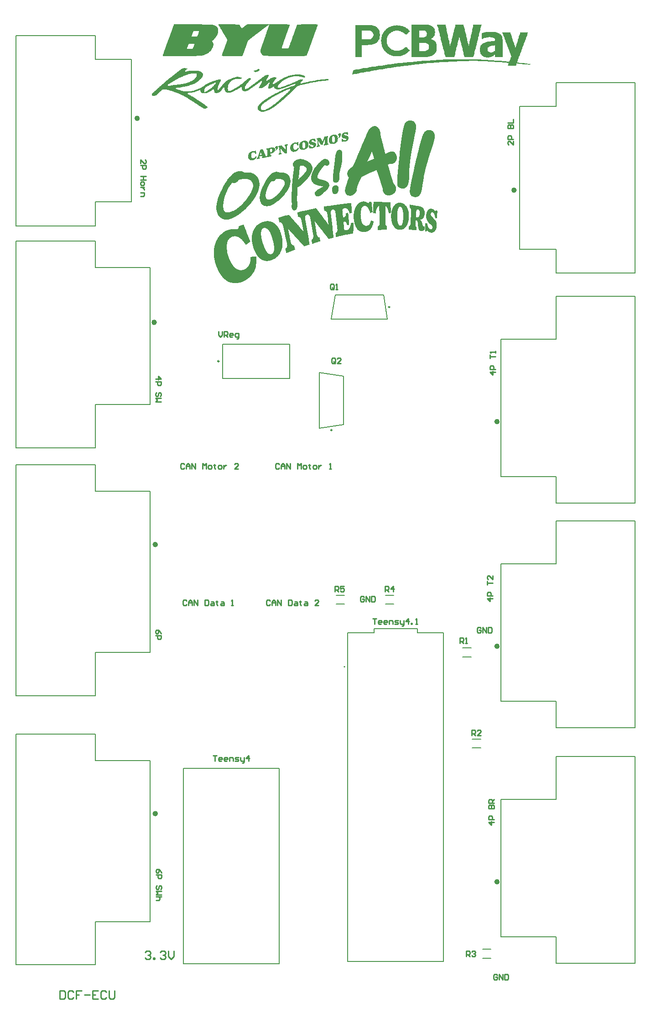
<source format=gbr>
%TF.GenerationSoftware,Altium Limited,Altium Designer,25.1.2 (22)*%
G04 Layer_Color=65535*
%FSLAX45Y45*%
%MOMM*%
%TF.SameCoordinates,0B3AA91C-04DE-403C-A5D4-43E2D843388D*%
%TF.FilePolarity,Positive*%
%TF.FileFunction,Legend,Top*%
%TF.Part,Single*%
G01*
G75*
%TA.AperFunction,NonConductor*%
%ADD42C,0.25000*%
%ADD43C,0.50000*%
%ADD44C,0.20000*%
%ADD45C,0.15240*%
%ADD46C,0.12700*%
%ADD47C,0.25400*%
G36*
X7766755Y20666075D02*
X7872942D01*
Y20663042D01*
X7915416D01*
Y20656973D01*
X7912382D01*
Y20644838D01*
X7909348D01*
Y20635736D01*
X7906314D01*
Y20629668D01*
X7903280D01*
Y20617532D01*
X7900247D01*
Y20611465D01*
X7897213D01*
Y20602364D01*
X7894179D01*
Y20590228D01*
X7891145D01*
Y20587193D01*
X7888111D01*
Y20575058D01*
X7885077D01*
Y20565958D01*
X7882043D01*
Y20559889D01*
X7879009D01*
Y20547752D01*
X7875975D01*
Y20544719D01*
X7872942D01*
Y20532584D01*
X7869908D01*
Y20523482D01*
X7866874D01*
Y20517413D01*
X7863840D01*
Y20505280D01*
X7860806D01*
Y20499211D01*
X7857772D01*
Y20493143D01*
X7854738D01*
Y20481007D01*
X7851704D01*
Y20474940D01*
X7848670D01*
Y20465839D01*
X7845637D01*
Y20453703D01*
X7842603D01*
Y20450668D01*
X7839569D01*
Y20438533D01*
X7836535D01*
Y20432466D01*
X7833501D01*
Y20423364D01*
X7830467D01*
Y20411227D01*
X7827433D01*
Y20408194D01*
X7824399D01*
Y20396059D01*
X7821365D01*
Y20386957D01*
X7818332D01*
Y20380888D01*
X7815298D01*
Y20371788D01*
X7812264D01*
Y20362686D01*
X7809230D01*
Y20356618D01*
X7806196D01*
Y20344482D01*
X7803162D01*
Y20338416D01*
X7800128D01*
Y20329314D01*
X7797094D01*
Y20317178D01*
X7794060D01*
Y20311110D01*
X7791027D01*
Y20298975D01*
X7787993D01*
Y20292908D01*
X7784959D01*
Y20283804D01*
X7781925D01*
Y20274702D01*
X7778891D01*
Y20268636D01*
X7775857D01*
Y20256500D01*
X7772823D01*
Y20247398D01*
X7769789D01*
Y20241331D01*
X7766755D01*
Y20220093D01*
X7888111D01*
Y20223128D01*
X7891145D01*
Y20226161D01*
X7894179D01*
Y20235263D01*
X7897213D01*
Y20244363D01*
X7900247D01*
Y20250432D01*
X7903280D01*
Y20259534D01*
X7906314D01*
Y20268636D01*
X7909348D01*
Y20274702D01*
X7912382D01*
Y20286839D01*
X7915416D01*
Y20289873D01*
X7918450D01*
Y20302008D01*
X7921484D01*
Y20311110D01*
X7924518D01*
Y20317178D01*
X7927552D01*
Y20326279D01*
X7930585D01*
Y20335381D01*
X7933619D01*
Y20341449D01*
X7936653D01*
Y20353584D01*
X7939687D01*
Y20356618D01*
X7942721D01*
Y20368755D01*
X7945755D01*
Y20377856D01*
X7948789D01*
Y20383923D01*
X7951823D01*
Y20393025D01*
X7954857D01*
Y20399094D01*
X7957890D01*
Y20408194D01*
X7960924D01*
Y20420329D01*
X7963958D01*
Y20423364D01*
X7966992D01*
Y20435500D01*
X7970026D01*
Y20444601D01*
X7973060D01*
Y20447635D01*
X7976094D01*
Y20459772D01*
X7979128D01*
Y20465839D01*
X7982162D01*
Y20474940D01*
X7985195D01*
Y20484042D01*
X7988229D01*
Y20490109D01*
X7991263D01*
Y20499211D01*
X7994297D01*
Y20511346D01*
X7997331D01*
Y20514381D01*
X8000365D01*
Y20526517D01*
X8003399D01*
Y20532584D01*
X8006433D01*
Y20541685D01*
X8009467D01*
Y20550787D01*
X8012500D01*
Y20556854D01*
X8015534D01*
Y20565958D01*
X8018568D01*
Y20575058D01*
X8021602D01*
Y20581126D01*
X8024636D01*
Y20593262D01*
X8027670D01*
Y20596297D01*
X8030704D01*
Y20605397D01*
X8033738D01*
Y20617532D01*
X8036772D01*
Y20620567D01*
X8039805D01*
Y20632703D01*
X8042839D01*
Y20641805D01*
X8045873D01*
Y20647871D01*
X8048907D01*
Y20660007D01*
X8051941D01*
Y20663042D01*
X8121720D01*
Y20666075D01*
X8412974D01*
Y20663042D01*
X8437245D01*
Y20656973D01*
X8434211D01*
Y20647871D01*
X8431177D01*
Y20641805D01*
X8428143D01*
Y20629668D01*
X8425109D01*
Y20623601D01*
X8422075D01*
Y20614499D01*
X8419042D01*
Y20605397D01*
X8416008D01*
Y20599329D01*
X8412974D01*
Y20590228D01*
X8409940D01*
Y20578091D01*
X8406906D01*
Y20575058D01*
X8403872D01*
Y20562923D01*
X8400838D01*
Y20556854D01*
X8397804D01*
Y20547752D01*
X8394770D01*
Y20535619D01*
X8391737D01*
Y20532584D01*
X8388703D01*
Y20520448D01*
X8385669D01*
Y20511346D01*
X8382635D01*
Y20505280D01*
X8379601D01*
Y20493143D01*
X8376567D01*
Y20490109D01*
X8373533D01*
Y20481007D01*
X8370499D01*
Y20468872D01*
X8367465D01*
Y20462804D01*
X8364432D01*
Y20453703D01*
X8361398D01*
Y20444601D01*
X8358364D01*
Y20438533D01*
X8355330D01*
Y20426398D01*
X8352296D01*
Y20423364D01*
X8349262D01*
Y20411227D01*
X8346228D01*
Y20402127D01*
X8343194D01*
Y20396059D01*
X8340160D01*
Y20386957D01*
X8337127D01*
Y20377856D01*
X8334093D01*
Y20371788D01*
X8331059D01*
Y20359653D01*
X8328025D01*
Y20356618D01*
X8324991D01*
Y20344482D01*
X8321957D01*
Y20338416D01*
Y20335381D01*
X8318923D01*
Y20332347D01*
X8315889D01*
Y20320212D01*
X8312855D01*
Y20311110D01*
X8309822D01*
Y20305042D01*
X8306788D01*
Y20292908D01*
X8303754D01*
Y20289873D01*
X8300720D01*
Y20277737D01*
X8297686D01*
Y20268636D01*
X8294652D01*
Y20262569D01*
X8291618D01*
Y20253465D01*
X8288584D01*
Y20244363D01*
X8285550D01*
Y20238297D01*
X8282517D01*
Y20226161D01*
X8279483D01*
Y20223128D01*
X8276449D01*
Y20210992D01*
X8273415D01*
Y20201891D01*
X8270381D01*
Y20198856D01*
X8267347D01*
Y20186720D01*
X8264313D01*
Y20177618D01*
X8261279D01*
Y20171552D01*
X8258245D01*
Y20162450D01*
X8255212D01*
Y20156383D01*
X8252178D01*
Y20147279D01*
X8249144D01*
Y20135144D01*
X8246110D01*
Y20132111D01*
X8243076D01*
Y20119975D01*
X8240042D01*
Y20113907D01*
X8237008D01*
Y20107838D01*
X8233974D01*
Y20095705D01*
X8230940D01*
Y20092670D01*
X8227907D01*
Y20083568D01*
X8224873D01*
Y20080534D01*
X8194534D01*
Y20077501D01*
X8073178D01*
Y20074467D01*
X8024636D01*
Y20077501D01*
X7514943D01*
Y20080534D01*
X7426960D01*
Y20083568D01*
X7423926D01*
Y20086601D01*
X7420892D01*
Y20089636D01*
X7414824D01*
Y20092670D01*
X7411790D01*
Y20095705D01*
X7405723D01*
Y20098738D01*
X7402689D01*
Y20101772D01*
X7399655D01*
Y20104807D01*
X7396621D01*
Y20110873D01*
X7393587D01*
Y20113907D01*
X7390553D01*
Y20116940D01*
X7387519D01*
Y20123009D01*
X7384485D01*
Y20126044D01*
X7381452D01*
Y20132111D01*
X7378418D01*
Y20141212D01*
X7375384D01*
Y20144246D01*
X7372350D01*
Y20156383D01*
X7369316D01*
Y20183687D01*
X7372350D01*
Y20198856D01*
X7375384D01*
Y20201891D01*
X7378418D01*
Y20217059D01*
X7381452D01*
Y20226161D01*
X7384485D01*
Y20232230D01*
X7387519D01*
Y20244363D01*
X7390553D01*
Y20250432D01*
X7393587D01*
Y20259534D01*
X7396621D01*
Y20271669D01*
X7399655D01*
Y20277737D01*
X7402689D01*
Y20289873D01*
X7405723D01*
Y20298975D01*
X7408757D01*
Y20305042D01*
X7411790D01*
Y20317178D01*
X7414824D01*
Y20320212D01*
X7417858D01*
Y20332347D01*
X7420892D01*
Y20341449D01*
X7423926D01*
Y20347517D01*
X7426960D01*
Y20359653D01*
X7429994D01*
Y20368755D01*
X7433028D01*
Y20371788D01*
X7436062D01*
Y20383923D01*
X7439095D01*
Y20389992D01*
X7442129D01*
Y20399094D01*
X7445163D01*
Y20411227D01*
X7448197D01*
Y20414262D01*
X7451231D01*
Y20426398D01*
X7454265D01*
Y20435500D01*
X7457299D01*
Y20441566D01*
X7460333D01*
Y20453703D01*
X7463367D01*
Y20456737D01*
X7466400D01*
Y20468872D01*
X7469434D01*
Y20477974D01*
X7472468D01*
Y20484042D01*
X7475502D01*
Y20493143D01*
X7478536D01*
Y20502245D01*
X7481570D01*
Y20508313D01*
X7484604D01*
Y20520448D01*
X7487638D01*
Y20526517D01*
X7490672D01*
Y20535619D01*
X7493705D01*
Y20547752D01*
X7496739D01*
Y20550787D01*
X7499773D01*
Y20562923D01*
X7502807D01*
Y20572025D01*
X7505841D01*
Y20578091D01*
X7508875D01*
Y20590228D01*
X7511909D01*
Y20596297D01*
X7514943D01*
Y20605397D01*
X7517977D01*
Y20617532D01*
X7521010D01*
Y20620567D01*
X7524044D01*
Y20632703D01*
X7527078D01*
Y20641805D01*
X7530112D01*
Y20647871D01*
X7533146D01*
Y20660007D01*
X7530112D01*
Y20656973D01*
X7524044D01*
Y20653938D01*
X7521010D01*
Y20650906D01*
X7517977D01*
Y20647871D01*
X7511909D01*
Y20644838D01*
X7505841D01*
Y20641805D01*
X7502807D01*
Y20638770D01*
X7499773D01*
Y20635736D01*
X7496739D01*
Y20632703D01*
X7490672D01*
Y20629668D01*
X7484604D01*
Y20623601D01*
X7478536D01*
Y20620567D01*
X7475502D01*
Y20617532D01*
X7469434D01*
Y20614499D01*
X7466400D01*
Y20611465D01*
X7463367D01*
Y20608430D01*
X7460333D01*
Y20605397D01*
X7454265D01*
Y20602364D01*
X7451231D01*
Y20599329D01*
X7445163D01*
Y20596297D01*
X7442129D01*
Y20593262D01*
X7439095D01*
Y20590228D01*
X7433028D01*
Y20587193D01*
X7429994D01*
Y20584160D01*
X7426960D01*
Y20581126D01*
X7420892D01*
Y20578091D01*
X7417858D01*
Y20575058D01*
X7414824D01*
Y20572025D01*
X7408757D01*
Y20568991D01*
X7405723D01*
Y20565958D01*
X7402689D01*
Y20562923D01*
X7399655D01*
Y20559889D01*
X7393587D01*
Y20556854D01*
X7387519D01*
Y20550787D01*
X7381452D01*
Y20547752D01*
X7378418D01*
Y20544719D01*
X7372350D01*
Y20541685D01*
X7369316D01*
Y20538652D01*
X7366282D01*
Y20535619D01*
X7363248D01*
Y20532584D01*
X7357180D01*
Y20529550D01*
X7354147D01*
Y20526517D01*
X7348079D01*
Y20523482D01*
X7345045D01*
Y20520448D01*
X7342011D01*
Y20517413D01*
X7335943D01*
Y20514381D01*
X7332909D01*
Y20511346D01*
X7329875D01*
Y20508313D01*
X7323808D01*
Y20502245D01*
X7317740D01*
Y20499211D01*
X7311672D01*
Y20496178D01*
X7308638D01*
Y20493143D01*
X7305604D01*
Y20490109D01*
X7302570D01*
Y20487076D01*
X7296503D01*
Y20484042D01*
X7293469D01*
Y20481007D01*
X7290435D01*
Y20477974D01*
X7284367D01*
Y20474940D01*
X7281333D01*
Y20471906D01*
X7278299D01*
Y20468872D01*
X7272232D01*
Y20465839D01*
X7269198D01*
Y20462804D01*
X7266164D01*
Y20459772D01*
X7263130D01*
Y20456737D01*
X7260096D01*
Y20453703D01*
X7254028D01*
Y20450668D01*
X7247960D01*
Y20447635D01*
X7244927D01*
Y20444601D01*
X7241893D01*
Y20441566D01*
X7238859D01*
Y20438533D01*
X7232791D01*
Y20435500D01*
X7229757D01*
Y20432466D01*
X7226723D01*
Y20429433D01*
X7220655D01*
Y20426398D01*
X7217622D01*
Y20423364D01*
X7214588D01*
Y20420329D01*
X7208520D01*
Y20417296D01*
X7205486D01*
Y20414262D01*
X7202452D01*
Y20411227D01*
X7199418D01*
Y20408194D01*
X7196384D01*
Y20405161D01*
X7190317D01*
Y20402127D01*
X7187283D01*
Y20399094D01*
X7184249D01*
Y20396059D01*
X7178181D01*
Y20393025D01*
X7175147D01*
Y20389992D01*
X7172113D01*
Y20386957D01*
X7166045D01*
Y20383923D01*
X7163012D01*
Y20380888D01*
X7159978D01*
Y20377856D01*
X7156944D01*
Y20374821D01*
X7153910D01*
Y20371788D01*
X7147842D01*
Y20368755D01*
X7144808D01*
Y20362686D01*
X7141774D01*
Y20359653D01*
X7138740D01*
Y20350551D01*
X7135707D01*
Y20341449D01*
X7132673D01*
Y20338416D01*
X7129639D01*
Y20326279D01*
X7126605D01*
Y20320212D01*
X7123571D01*
Y20314143D01*
X7120537D01*
Y20302008D01*
X7117503D01*
Y20298975D01*
X7114469D01*
Y20286839D01*
X7111435D01*
Y20277737D01*
X7108402D01*
Y20274702D01*
X7105368D01*
Y20262569D01*
X7102334D01*
Y20256500D01*
X7099300D01*
Y20247398D01*
X7096266D01*
Y20238297D01*
X7093232D01*
Y20232230D01*
X7090198D01*
Y20223128D01*
X7087164D01*
Y20210992D01*
X7084130D01*
Y20207957D01*
X7081097D01*
Y20195822D01*
X7078063D01*
Y20189754D01*
X7075029D01*
Y20180653D01*
X7071995D01*
Y20171552D01*
X7068961D01*
Y20165483D01*
X7065927D01*
Y20156383D01*
X7062893D01*
Y20144246D01*
X7059859D01*
Y20141212D01*
X7056825D01*
Y20129077D01*
X7053792D01*
Y20123009D01*
X7050758D01*
Y20113907D01*
X7047724D01*
Y20101772D01*
X7044690D01*
Y20098738D01*
X7041656D01*
Y20086601D01*
X7038622D01*
Y20080534D01*
X7035588D01*
Y20077501D01*
X7005249D01*
Y20074467D01*
X6735233D01*
Y20077501D01*
X6665454D01*
Y20080534D01*
X6650284D01*
Y20083568D01*
X6653318D01*
Y20095705D01*
X6656352D01*
Y20101772D01*
X6659386D01*
Y20110873D01*
X6662420D01*
Y20123009D01*
X6665454D01*
Y20126044D01*
X6668488D01*
Y20138177D01*
X6671522D01*
Y20147279D01*
X6674555D01*
Y20153348D01*
X6677589D01*
Y20162450D01*
X6680623D01*
Y20168517D01*
X6683657D01*
Y20177618D01*
X6686691D01*
Y20189754D01*
X6689725D01*
Y20192789D01*
X6692759D01*
Y20204924D01*
X6695793D01*
Y20214026D01*
X6698827D01*
Y20220093D01*
X6701860D01*
Y20229195D01*
X6704894D01*
Y20235263D01*
X6707928D01*
Y20244363D01*
X6710962D01*
Y20256500D01*
X6713996D01*
Y20259534D01*
X6717030D01*
Y20271669D01*
X6720064D01*
Y20280771D01*
X6723098D01*
Y20286839D01*
X6726132D01*
Y20298975D01*
X6729165D01*
Y20302008D01*
X6732199D01*
Y20314143D01*
X6735233D01*
Y20323245D01*
X6738267D01*
Y20329314D01*
X6741301D01*
Y20338416D01*
X6744335D01*
Y20350551D01*
X6747369D01*
Y20356618D01*
X6750403D01*
Y20371788D01*
X6753437D01*
Y20374821D01*
X6750403D01*
Y20386957D01*
X6747369D01*
Y20393025D01*
X6744335D01*
Y20399094D01*
X6741301D01*
Y20405161D01*
X6738267D01*
Y20408194D01*
X6735233D01*
Y20414262D01*
X6732199D01*
Y20420329D01*
X6729165D01*
Y20423364D01*
X6726132D01*
Y20429433D01*
X6723098D01*
Y20435500D01*
X6720064D01*
Y20438533D01*
X6717030D01*
Y20444601D01*
X6713996D01*
Y20450668D01*
X6710962D01*
Y20453703D01*
X6707928D01*
Y20462804D01*
X6704894D01*
Y20465839D01*
X6701860D01*
Y20471906D01*
X6698827D01*
Y20474940D01*
X6695793D01*
Y20481007D01*
X6692759D01*
Y20487076D01*
X6689725D01*
Y20490109D01*
X6686691D01*
Y20496178D01*
X6683657D01*
Y20502245D01*
X6680623D01*
Y20505280D01*
X6677589D01*
Y20511346D01*
X6674555D01*
Y20517413D01*
X6671522D01*
Y20523482D01*
X6668488D01*
Y20526517D01*
X6665454D01*
Y20532584D01*
X6662420D01*
Y20538652D01*
X6659386D01*
Y20544719D01*
X6656352D01*
Y20547752D01*
X6653318D01*
Y20553821D01*
X6650284D01*
Y20556854D01*
X6647250D01*
Y20562923D01*
X6644217D01*
Y20568991D01*
X6641183D01*
Y20572025D01*
X6638149D01*
Y20578091D01*
X6635115D01*
Y20584160D01*
X6632081D01*
Y20587193D01*
X6629047D01*
Y20593262D01*
X6626013D01*
Y20599329D01*
X6622979D01*
Y20605397D01*
X6619945D01*
Y20608430D01*
X6616912D01*
Y20614499D01*
X6613878D01*
Y20620567D01*
X6610844D01*
Y20626634D01*
X6607810D01*
Y20629668D01*
X6604776D01*
Y20635736D01*
X6601742D01*
Y20641805D01*
X6598708D01*
Y20644838D01*
X6595674D01*
Y20650906D01*
X6592640D01*
Y20656973D01*
X6589607D01*
Y20663042D01*
X6592640D01*
Y20666075D01*
X6905131D01*
Y20663042D01*
X6977944D01*
Y20656973D01*
X6980978D01*
Y20653938D01*
X6984012D01*
Y20647871D01*
X6987046D01*
Y20641805D01*
X6990080D01*
Y20638770D01*
X6993114D01*
Y20632703D01*
X6996148D01*
Y20629668D01*
X6999182D01*
Y20623601D01*
X7002215D01*
Y20617532D01*
X7005249D01*
Y20614499D01*
X7008283D01*
Y20608430D01*
X7011317D01*
Y20605397D01*
X7014351D01*
Y20599329D01*
X7017385D01*
Y20596297D01*
X7020419D01*
Y20593262D01*
X7023453D01*
Y20590228D01*
X7026487D01*
Y20593262D01*
X7029520D01*
Y20596297D01*
X7035588D01*
Y20599329D01*
X7041656D01*
Y20605397D01*
X7047724D01*
Y20608430D01*
X7050758D01*
Y20611465D01*
X7056825D01*
Y20614499D01*
X7059859D01*
Y20617532D01*
X7062893D01*
Y20620567D01*
X7068961D01*
Y20623601D01*
X7071995D01*
Y20626634D01*
X7075029D01*
Y20629668D01*
X7081097D01*
Y20632703D01*
X7084130D01*
Y20635736D01*
X7087164D01*
Y20638770D01*
X7093232D01*
Y20641805D01*
X7096266D01*
Y20644838D01*
X7099300D01*
Y20647871D01*
X7102334D01*
Y20650906D01*
X7105368D01*
Y20653938D01*
X7111435D01*
Y20656973D01*
X7114469D01*
Y20660007D01*
X7120537D01*
Y20663042D01*
X7123571D01*
Y20666075D01*
X7126605D01*
Y20669109D01*
X7766755D01*
Y20666075D01*
D02*
G37*
G36*
X9915044Y20643658D02*
X9970270D01*
Y20637521D01*
X9994814D01*
Y20631384D01*
X10013223D01*
Y20625249D01*
X10025495D01*
Y20619113D01*
X10043904D01*
Y20612978D01*
X10056176D01*
Y20606841D01*
X10068449D01*
Y20600703D01*
X10074585D01*
Y20594568D01*
X10086857D01*
Y20588432D01*
X10092994D01*
Y20582297D01*
X10105266D01*
Y20576160D01*
X10111402D01*
Y20570023D01*
X10117538D01*
Y20563887D01*
X10123674D01*
Y20551614D01*
X10129811D01*
Y20545479D01*
X10135947D01*
Y20539342D01*
X10142083D01*
Y20533206D01*
X10135947D01*
Y20527071D01*
X10129811D01*
Y20520934D01*
X10123674D01*
Y20514798D01*
X10117538D01*
Y20508661D01*
X10111402D01*
Y20502525D01*
X10105266D01*
Y20496388D01*
X10099130D01*
Y20490253D01*
X10092994D01*
Y20484117D01*
X10086857D01*
Y20477980D01*
X10080721D01*
Y20471844D01*
X10068449D01*
Y20477980D01*
X10062313D01*
Y20484117D01*
X10050040D01*
Y20490253D01*
X10043904D01*
Y20496388D01*
X10037768D01*
Y20502525D01*
X10031631D01*
Y20508661D01*
X10019359D01*
Y20514798D01*
X10007087D01*
Y20520934D01*
X10000951D01*
Y20527071D01*
X9982542D01*
Y20533206D01*
X9970270D01*
Y20539342D01*
X9939589D01*
Y20545479D01*
X9865954D01*
Y20539342D01*
X9835273D01*
Y20533206D01*
X9823001D01*
Y20527071D01*
X9810728D01*
Y20520934D01*
X9798456D01*
Y20514798D01*
X9792320D01*
Y20508661D01*
X9786184D01*
Y20502525D01*
X9773911D01*
Y20496388D01*
X9767775D01*
Y20490253D01*
X9761639D01*
Y20484117D01*
X9755503D01*
Y20477980D01*
X9749367D01*
Y20465707D01*
X9743230D01*
Y20459572D01*
X9737094D01*
Y20447299D01*
X9730958D01*
Y20435027D01*
X9724822D01*
Y20416618D01*
X9718686D01*
Y20379800D01*
X9712549D01*
Y20342984D01*
X9718686D01*
Y20306168D01*
X9724822D01*
Y20287758D01*
X9730958D01*
Y20275487D01*
X9737094D01*
Y20263213D01*
X9743230D01*
Y20250941D01*
X9749367D01*
Y20244804D01*
X9755503D01*
Y20238669D01*
X9761639D01*
Y20232533D01*
X9767775D01*
Y20226396D01*
X9773911D01*
Y20220261D01*
X9780047D01*
Y20214124D01*
X9786184D01*
Y20207988D01*
X9798456D01*
Y20201852D01*
X9804592D01*
Y20195715D01*
X9816865D01*
Y20189578D01*
X9835273D01*
Y20183443D01*
X9853682D01*
Y20177307D01*
X9951861D01*
Y20183443D01*
X9976406D01*
Y20189578D01*
X9994814D01*
Y20195715D01*
X10000951D01*
Y20201852D01*
X10013223D01*
Y20207988D01*
X10025495D01*
Y20214124D01*
X10031631D01*
Y20220261D01*
X10037768D01*
Y20226396D01*
X10043904D01*
Y20232533D01*
X10056176D01*
Y20238669D01*
X10062313D01*
Y20244804D01*
X10068449D01*
Y20250941D01*
X10074585D01*
Y20244804D01*
X10080721D01*
Y20238669D01*
X10086857D01*
Y20232533D01*
X10092994D01*
Y20226396D01*
X10099130D01*
Y20220261D01*
X10105266D01*
Y20214124D01*
X10111402D01*
Y20207988D01*
X10117538D01*
Y20201852D01*
X10123674D01*
Y20195715D01*
X10129811D01*
Y20189578D01*
X10135947D01*
Y20171172D01*
X10129811D01*
Y20165034D01*
X10123674D01*
Y20158897D01*
X10117538D01*
Y20152762D01*
X10105266D01*
Y20146626D01*
X10099130D01*
Y20140491D01*
X10092994D01*
Y20134354D01*
X10086857D01*
Y20128217D01*
X10080721D01*
Y20122081D01*
X10068449D01*
Y20115945D01*
X10062313D01*
Y20109808D01*
X10043904D01*
Y20103673D01*
X10037768D01*
Y20097536D01*
X10019359D01*
Y20091400D01*
X10000951D01*
Y20085265D01*
X9976406D01*
Y20079128D01*
X9939589D01*
Y20072992D01*
X9865954D01*
Y20079128D01*
X9829137D01*
Y20085265D01*
X9804592D01*
Y20091400D01*
X9786184D01*
Y20097536D01*
X9773911D01*
Y20103673D01*
X9761639D01*
Y20109808D01*
X9749367D01*
Y20115945D01*
X9737094D01*
Y20122081D01*
X9724822D01*
Y20128217D01*
X9718686D01*
Y20134354D01*
X9712549D01*
Y20140491D01*
X9706413D01*
Y20146626D01*
X9700277D01*
Y20152762D01*
X9694141D01*
Y20158897D01*
X9688004D01*
Y20165034D01*
X9681868D01*
Y20171172D01*
X9675732D01*
Y20177307D01*
X9669596D01*
Y20183443D01*
X9663460D01*
Y20195715D01*
X9657324D01*
Y20201852D01*
X9651187D01*
Y20207988D01*
X9645051D01*
Y20220261D01*
X9638915D01*
Y20232533D01*
X9632779D01*
Y20250941D01*
X9626643D01*
Y20269350D01*
X9620507D01*
Y20293895D01*
X9614370D01*
Y20342984D01*
X9608234D01*
Y20379800D01*
X9614370D01*
Y20428891D01*
X9620507D01*
Y20447299D01*
X9626643D01*
Y20471844D01*
X9632779D01*
Y20484117D01*
X9638915D01*
Y20496388D01*
X9645051D01*
Y20508661D01*
X9651187D01*
Y20514798D01*
X9657324D01*
Y20527071D01*
X9663460D01*
Y20533206D01*
X9669596D01*
Y20539342D01*
X9675732D01*
Y20545479D01*
X9681868D01*
Y20551614D01*
X9688004D01*
Y20563887D01*
X9694141D01*
Y20570023D01*
X9700277D01*
Y20576160D01*
X9706413D01*
Y20582297D01*
X9718686D01*
Y20588432D01*
X9724822D01*
Y20594568D01*
X9730958D01*
Y20600703D01*
X9743230D01*
Y20606841D01*
X9755503D01*
Y20612978D01*
X9767775D01*
Y20619113D01*
X9780047D01*
Y20625249D01*
X9798456D01*
Y20631384D01*
X9816865D01*
Y20637521D01*
X9835273D01*
Y20643658D01*
X9896635D01*
Y20649794D01*
X9915044D01*
Y20643658D01*
D02*
G37*
G36*
X11473637Y20649794D02*
X11467501D01*
Y20625249D01*
X11461365D01*
Y20600703D01*
X11455229D01*
Y20576160D01*
X11449093D01*
Y20551614D01*
X11442957D01*
Y20527071D01*
X11436820D01*
Y20502525D01*
X11430684D01*
Y20477980D01*
X11424548D01*
Y20447299D01*
X11418412D01*
Y20428891D01*
X11412275D01*
Y20404346D01*
X11406139D01*
Y20379800D01*
X11400003D01*
Y20355257D01*
X11393867D01*
Y20324576D01*
X11387731D01*
Y20300031D01*
X11381594D01*
Y20281622D01*
X11375458D01*
Y20257077D01*
X11369322D01*
Y20238669D01*
X11363186D01*
Y20214124D01*
X11357050D01*
Y20189578D01*
X11350914D01*
Y20165034D01*
X11344777D01*
Y20140491D01*
X11338641D01*
Y20109808D01*
X11332505D01*
Y20085265D01*
X11326369D01*
Y20066855D01*
X11320233D01*
Y20060719D01*
X11154555D01*
Y20079128D01*
X11148419D01*
Y20103673D01*
X11142283D01*
Y20128217D01*
X11136147D01*
Y20152762D01*
X11130011D01*
Y20177307D01*
X11123874D01*
Y20201852D01*
X11117738D01*
Y20226396D01*
X11111602D01*
Y20250941D01*
X11105466D01*
Y20275487D01*
X11099330D01*
Y20300031D01*
X11093193D01*
Y20324576D01*
X11087057D01*
Y20342984D01*
X11080921D01*
Y20373665D01*
X11074785D01*
Y20398210D01*
X11068648D01*
Y20410481D01*
X11062512D01*
Y20422755D01*
X11056376D01*
Y20404346D01*
X11050240D01*
Y20379800D01*
X11044104D01*
Y20361394D01*
X11037968D01*
Y20330711D01*
X11031831D01*
Y20306168D01*
X11025695D01*
Y20281622D01*
X11019559D01*
Y20257077D01*
X11013423D01*
Y20232533D01*
X11007287D01*
Y20207988D01*
X11001150D01*
Y20183443D01*
X10995014D01*
Y20158897D01*
X10988878D01*
Y20134354D01*
X10982742D01*
Y20103673D01*
X10976606D01*
Y20079128D01*
X10970469D01*
Y20060719D01*
X10804792D01*
Y20066855D01*
X10798656D01*
Y20091400D01*
X10792520D01*
Y20109808D01*
X10786384D01*
Y20140491D01*
X10780247D01*
Y20165034D01*
X10774111D01*
Y20189578D01*
X10767975D01*
Y20207988D01*
X10761839D01*
Y20226396D01*
X10755703D01*
Y20250941D01*
X10749566D01*
Y20275487D01*
X10743430D01*
Y20300031D01*
X10737294D01*
Y20324576D01*
X10731158D01*
Y20349120D01*
X10725021D01*
Y20373665D01*
X10718885D01*
Y20385938D01*
Y20392075D01*
Y20398210D01*
X10712749D01*
Y20428891D01*
X10706613D01*
Y20447299D01*
X10700477D01*
Y20477980D01*
X10694341D01*
Y20502525D01*
X10688204D01*
Y20520934D01*
X10682068D01*
Y20551614D01*
X10675932D01*
Y20576160D01*
X10669796D01*
Y20600703D01*
X10663660D01*
Y20612978D01*
X10657524D01*
Y20637521D01*
X10651387D01*
Y20662067D01*
X10804792D01*
Y20655930D01*
X10810928D01*
Y20625249D01*
X10817064D01*
Y20594568D01*
X10823201D01*
Y20563887D01*
X10829337D01*
Y20533206D01*
X10835473D01*
Y20502525D01*
X10841609D01*
Y20471844D01*
X10847745D01*
Y20441164D01*
X10853882D01*
Y20410481D01*
X10860018D01*
Y20379800D01*
X10866154D01*
Y20361394D01*
X10872290D01*
Y20330711D01*
X10878427D01*
Y20300031D01*
X10884563D01*
Y20269350D01*
X10890699D01*
Y20275487D01*
X10896835D01*
Y20300031D01*
X10902971D01*
Y20324576D01*
X10909107D01*
Y20349120D01*
X10915244D01*
Y20373665D01*
X10921380D01*
Y20398210D01*
X10927516D01*
Y20422755D01*
X10933652D01*
Y20453436D01*
X10939788D01*
Y20477980D01*
X10945925D01*
Y20502525D01*
X10952061D01*
Y20527071D01*
X10958197D01*
Y20551614D01*
X10964333D01*
Y20570023D01*
X10970469D01*
Y20594568D01*
X10976606D01*
Y20612978D01*
X10982742D01*
Y20637521D01*
X10988878D01*
Y20662067D01*
X11136147D01*
Y20655930D01*
X11142283D01*
Y20631384D01*
X11148419D01*
Y20606841D01*
X11154555D01*
Y20582297D01*
X11160691D01*
Y20551614D01*
X11166828D01*
Y20533206D01*
X11172964D01*
Y20508661D01*
X11179100D01*
Y20484117D01*
X11185236D01*
Y20459572D01*
X11191372D01*
Y20428891D01*
X11197509D01*
Y20404346D01*
X11203645D01*
Y20379800D01*
X11209781D01*
Y20355257D01*
X11215917D01*
Y20324576D01*
X11222054D01*
Y20300031D01*
X11228190D01*
Y20275487D01*
X11234326D01*
Y20269350D01*
X11240462D01*
Y20300031D01*
X11246598D01*
Y20330711D01*
X11252734D01*
Y20355257D01*
X11258871D01*
Y20385938D01*
X11265007D01*
Y20416618D01*
X11271143D01*
Y20435027D01*
X11277279D01*
Y20465707D01*
X11283415D01*
Y20490253D01*
X11289551D01*
Y20520934D01*
X11295688D01*
Y20551614D01*
X11301824D01*
Y20582297D01*
X11307960D01*
Y20606841D01*
X11314096D01*
Y20637521D01*
X11320233D01*
Y20662067D01*
X11473637D01*
Y20649794D01*
D02*
G37*
G36*
X12332705Y20496388D02*
X12326569D01*
Y20477980D01*
X12320432D01*
Y20459572D01*
X12314296D01*
Y20441164D01*
X12308160D01*
Y20422755D01*
X12302024D01*
Y20410481D01*
X12295888D01*
Y20392075D01*
X12289751D01*
Y20373665D01*
X12283615D01*
Y20361394D01*
X12277479D01*
Y20342984D01*
X12271343D01*
Y20330711D01*
X12265207D01*
Y20312303D01*
X12259070D01*
Y20293895D01*
X12252934D01*
Y20275487D01*
X12246798D01*
Y20263213D01*
X12240662D01*
Y20244804D01*
X12234526D01*
Y20226396D01*
X12228390D01*
Y20207988D01*
X12222253D01*
Y20189578D01*
X12216117D01*
Y20177307D01*
X12209981D01*
Y20158897D01*
X12203845D01*
Y20140491D01*
X12197708D01*
Y20122081D01*
X12191572D01*
Y20109808D01*
X12185436D01*
Y20091400D01*
X12179300D01*
Y20079128D01*
X12173164D01*
Y20066855D01*
X12167027D01*
Y20048447D01*
X12160891D01*
Y20030038D01*
X12154755D01*
Y20011630D01*
X12148619D01*
Y19993221D01*
X12142483D01*
Y19980949D01*
X12136347D01*
Y19956404D01*
X12173164D01*
Y19950269D01*
X12222253D01*
Y19944131D01*
X12271343D01*
Y19937994D01*
X12326569D01*
Y19931859D01*
X12381794D01*
Y19925723D01*
X12375658D01*
Y19919588D01*
X12369522D01*
Y19913451D01*
X12344977D01*
Y19919588D01*
X12277479D01*
Y19925723D01*
X12228390D01*
Y19931859D01*
X12160891D01*
Y19937994D01*
X12154755D01*
Y19931859D01*
X12142483D01*
Y19937994D01*
X12124074D01*
Y19931859D01*
X12117938D01*
Y19907314D01*
X12111802D01*
Y19895042D01*
X11958397D01*
Y19907314D01*
X11964533D01*
Y19925723D01*
X11970669D01*
Y19937994D01*
X11976805D01*
Y19950269D01*
X11939988D01*
Y19956404D01*
X11860218D01*
Y19962540D01*
X11792720D01*
Y19968677D01*
X11712949D01*
Y19974812D01*
X11590225D01*
Y19980949D01*
X11400003D01*
Y19987085D01*
X11240462D01*
Y19980949D01*
X11019559D01*
Y19974812D01*
X10860018D01*
Y19968677D01*
X10767975D01*
Y19962540D01*
X10688204D01*
Y19956404D01*
X10590025D01*
Y19950269D01*
X10516391D01*
Y19944131D01*
X10455029D01*
Y19937994D01*
X10387531D01*
Y19931859D01*
X10313897D01*
Y19925723D01*
X10283216D01*
Y19919588D01*
X10234126D01*
Y19913451D01*
X10172764D01*
Y19907314D01*
X10117538D01*
Y19901178D01*
X10080721D01*
Y19895042D01*
X10025495D01*
Y19888905D01*
X9970270D01*
Y19882768D01*
X9933452D01*
Y19876633D01*
X9890499D01*
Y19870497D01*
X9841410D01*
Y19864362D01*
X9804592D01*
Y19858224D01*
X9767775D01*
Y19852089D01*
X9724822D01*
Y19845952D01*
X9681868D01*
Y19839816D01*
X9645051D01*
Y19833681D01*
X9608234D01*
Y19827544D01*
X9565281D01*
Y19821407D01*
X9528464D01*
Y19815271D01*
X9510055D01*
Y19809135D01*
X9467101D01*
Y19802998D01*
X9430284D01*
Y19796863D01*
X9399604D01*
Y19790726D01*
X9362786D01*
Y19784590D01*
X9325969D01*
Y19778455D01*
X9295288D01*
Y19772318D01*
X9270743D01*
Y19766182D01*
X9227790D01*
Y19760046D01*
X9197109D01*
Y19753909D01*
X9166428D01*
Y19747774D01*
X9123475D01*
Y19741637D01*
X9098930D01*
Y19735501D01*
X9074385D01*
Y19753909D01*
X9080521D01*
Y19784590D01*
X9086657D01*
Y19809135D01*
X9092794D01*
Y19815271D01*
X9105066D01*
Y19821407D01*
X9135747D01*
Y19827544D01*
X9166428D01*
Y19833681D01*
X9209381D01*
Y19839816D01*
X9240062D01*
Y19845952D01*
X9270743D01*
Y19852089D01*
X9313697D01*
Y19858224D01*
X9356650D01*
Y19864362D01*
X9387331D01*
Y19870497D01*
X9430284D01*
Y19876633D01*
X9473238D01*
Y19882768D01*
X9510055D01*
Y19888905D01*
X9546872D01*
Y19895042D01*
X9595962D01*
Y19901178D01*
X9638915D01*
Y19907314D01*
X9681868D01*
Y19913451D01*
X9724822D01*
Y19919588D01*
X9761639D01*
Y19925723D01*
X9804592D01*
Y19931859D01*
X9853682D01*
Y19937994D01*
X9915044D01*
Y19944131D01*
X9957997D01*
Y19950269D01*
X9964133D01*
Y19944131D01*
X9970270D01*
Y19950269D01*
X10013223D01*
Y19956404D01*
X10086857D01*
Y19962540D01*
X10148219D01*
Y19968677D01*
X10209581D01*
Y19974812D01*
X10270943D01*
Y19980949D01*
X10356850D01*
Y19987085D01*
X10436620D01*
Y19993221D01*
X10516391D01*
Y19999358D01*
X10632979D01*
Y20005493D01*
X10755703D01*
Y20011630D01*
X10939788D01*
Y20017766D01*
X11289551D01*
Y20011630D01*
X11449093D01*
Y20005493D01*
X11455229D01*
Y20011630D01*
X11467501D01*
Y20005493D01*
X11596361D01*
Y19999358D01*
X11706813D01*
Y19993221D01*
X11780447D01*
Y19987085D01*
X11847945D01*
Y19980949D01*
X11933852D01*
Y19974812D01*
X11989078D01*
Y19980949D01*
X11995214D01*
Y19999358D01*
X12001350D01*
Y20017766D01*
X12007487D01*
Y20030038D01*
X12013623D01*
Y20048447D01*
X12019759D01*
Y20060719D01*
X12025895D01*
Y20079128D01*
X12019759D01*
Y20097536D01*
X12013623D01*
Y20109808D01*
X12007487D01*
Y20128217D01*
X12001350D01*
Y20146626D01*
X11995214D01*
Y20165034D01*
X11989078D01*
Y20177307D01*
X11982942D01*
Y20195715D01*
X11976805D01*
Y20207988D01*
X11970669D01*
Y20226396D01*
X11964533D01*
Y20238669D01*
X11958397D01*
Y20257077D01*
X11952261D01*
Y20275487D01*
X11946124D01*
Y20293895D01*
X11939988D01*
Y20306168D01*
X11933852D01*
Y20324576D01*
X11927716D01*
Y20336848D01*
X11921580D01*
Y20355257D01*
X11915444D01*
Y20373665D01*
X11909307D01*
Y20392075D01*
X11903171D01*
Y20404346D01*
X11897035D01*
Y20422755D01*
X11890899D01*
Y20441164D01*
X11884763D01*
Y20459572D01*
X11878626D01*
Y20471844D01*
X11872490D01*
Y20484117D01*
X11866354D01*
Y20502525D01*
X11860218D01*
Y20514798D01*
X12007487D01*
Y20508661D01*
X12013623D01*
Y20490253D01*
X12019759D01*
Y20471844D01*
X12025895D01*
Y20447299D01*
X12032031D01*
Y20428891D01*
X12038167D01*
Y20410481D01*
X12044304D01*
Y20392075D01*
X12050440D01*
Y20373665D01*
X12056576D01*
Y20355257D01*
X12062712D01*
Y20336848D01*
X12068848D01*
Y20318439D01*
X12074984D01*
Y20300031D01*
X12081121D01*
Y20287758D01*
X12087257D01*
Y20269350D01*
X12093393D01*
Y20250941D01*
X12099529D01*
Y20238669D01*
X12105666D01*
Y20244804D01*
X12111802D01*
Y20269350D01*
X12117938D01*
Y20287758D01*
X12124074D01*
Y20306168D01*
X12130210D01*
Y20324576D01*
X12136347D01*
Y20342984D01*
X12142483D01*
Y20367529D01*
X12148619D01*
Y20385938D01*
X12154755D01*
Y20404346D01*
X12160891D01*
Y20422755D01*
X12167027D01*
Y20447299D01*
X12173164D01*
Y20465707D01*
X12179300D01*
Y20484117D01*
X12185436D01*
Y20496388D01*
X12191572D01*
Y20514798D01*
X12332705D01*
Y20496388D01*
D02*
G37*
G36*
X5988897Y20666075D02*
X6286218D01*
Y20663042D01*
X6459149D01*
Y20660007D01*
X6480387D01*
Y20656973D01*
X6486454D01*
Y20653938D01*
X6498590D01*
Y20650906D01*
X6504658D01*
Y20647871D01*
X6513759D01*
Y20644838D01*
X6519827D01*
Y20641805D01*
X6525895D01*
Y20638770D01*
X6531963D01*
Y20635736D01*
X6538030D01*
Y20632703D01*
X6541064D01*
Y20629668D01*
X6547132D01*
Y20626634D01*
X6550166D01*
Y20623601D01*
X6556234D01*
Y20620567D01*
X6559268D01*
Y20617532D01*
X6562302D01*
Y20614499D01*
X6565335D01*
Y20608430D01*
X6568369D01*
Y20605397D01*
X6571403D01*
Y20602364D01*
X6574437D01*
Y20596297D01*
X6577471D01*
Y20590228D01*
X6580505D01*
Y20578091D01*
X6583539D01*
Y20523482D01*
X6580505D01*
Y20496178D01*
X6577471D01*
Y20490109D01*
X6574437D01*
Y20481007D01*
X6571403D01*
Y20471906D01*
X6568369D01*
Y20468872D01*
X6565335D01*
Y20459772D01*
X6562302D01*
Y20453703D01*
X6559268D01*
Y20450668D01*
X6556234D01*
Y20444601D01*
X6553200D01*
Y20441566D01*
X6550166D01*
Y20435500D01*
X6547132D01*
Y20432466D01*
X6544098D01*
Y20429433D01*
X6541064D01*
Y20423364D01*
X6538030D01*
Y20420329D01*
X6534997D01*
Y20414262D01*
X6531963D01*
Y20411227D01*
X6528929D01*
Y20408194D01*
X6525895D01*
Y20405161D01*
X6522861D01*
Y20402127D01*
X6519827D01*
Y20399094D01*
X6516793D01*
Y20396059D01*
X6513759D01*
Y20389992D01*
X6510725D01*
Y20386957D01*
X6507692D01*
Y20383923D01*
X6504658D01*
Y20380888D01*
X6498590D01*
Y20377856D01*
X6495556D01*
Y20374821D01*
X6492522D01*
Y20371788D01*
X6489488D01*
Y20368755D01*
X6486454D01*
Y20365720D01*
X6480387D01*
Y20362686D01*
X6477353D01*
Y20359653D01*
X6474319D01*
Y20350551D01*
X6477353D01*
Y20344482D01*
X6480387D01*
Y20341449D01*
X6483420D01*
Y20332347D01*
X6486454D01*
Y20326279D01*
X6489488D01*
Y20320212D01*
X6492522D01*
Y20308076D01*
X6495556D01*
Y20302008D01*
X6498590D01*
Y20277737D01*
X6495556D01*
Y20268636D01*
X6492522D01*
Y20253465D01*
X6489488D01*
Y20247398D01*
X6486454D01*
Y20238297D01*
X6483420D01*
Y20232230D01*
X6480387D01*
Y20226161D01*
X6477353D01*
Y20220093D01*
X6474319D01*
Y20214026D01*
X6471285D01*
Y20210992D01*
X6468251D01*
Y20201891D01*
X6465217D01*
Y20198856D01*
X6462183D01*
Y20195822D01*
X6459149D01*
Y20189754D01*
X6456115D01*
Y20186720D01*
X6453082D01*
Y20180653D01*
X6450048D01*
Y20177618D01*
X6447014D01*
Y20174585D01*
X6443980D01*
Y20171552D01*
X6440946D01*
Y20168517D01*
X6437912D01*
Y20162450D01*
X6431844D01*
Y20159416D01*
X6428810D01*
Y20156383D01*
X6425777D01*
Y20153348D01*
X6422743D01*
Y20150314D01*
X6419709D01*
Y20147279D01*
X6416675D01*
Y20144246D01*
X6413641D01*
Y20141212D01*
X6410607D01*
Y20138177D01*
X6404539D01*
Y20135144D01*
X6401505D01*
Y20132111D01*
X6395438D01*
Y20129077D01*
X6392404D01*
Y20126044D01*
X6386336D01*
Y20123009D01*
X6380268D01*
Y20119975D01*
X6374200D01*
Y20116940D01*
X6371167D01*
Y20113907D01*
X6362065D01*
Y20110873D01*
X6359031D01*
Y20107838D01*
X6349929D01*
Y20104807D01*
X6340828D01*
Y20101772D01*
X6337794D01*
Y20098738D01*
X6325658D01*
Y20095705D01*
X6316557D01*
Y20092670D01*
X6307455D01*
Y20089636D01*
X6292285D01*
Y20086601D01*
X6283184D01*
Y20083568D01*
X6255879D01*
Y20080534D01*
X6186099D01*
Y20077501D01*
X6101150D01*
Y20074467D01*
X5555050D01*
Y20086601D01*
X5558084D01*
Y20098738D01*
X5561118D01*
Y20104807D01*
X5564152D01*
Y20113907D01*
X5567186D01*
Y20123009D01*
X5570220D01*
Y20129077D01*
X5573254D01*
Y20141212D01*
X5576288D01*
Y20147279D01*
X5579322D01*
Y20156383D01*
X5582355D01*
Y20165483D01*
X5585389D01*
Y20171552D01*
X5588423D01*
Y20183687D01*
X5591457D01*
Y20189754D01*
X5594491D01*
Y20198856D01*
X5597525D01*
Y20210992D01*
X5600559D01*
Y20214026D01*
X5603593D01*
Y20226161D01*
X5606627D01*
Y20235263D01*
X5609660D01*
Y20241331D01*
X5612694D01*
Y20250432D01*
X5615728D01*
Y20256500D01*
X5618762D01*
Y20265602D01*
X5621796D01*
Y20277737D01*
X5624830D01*
Y20280771D01*
X5627864D01*
Y20292908D01*
X5630898D01*
Y20302008D01*
X5633932D01*
Y20308076D01*
X5636965D01*
Y20317178D01*
X5639999D01*
Y20323245D01*
X5643033D01*
Y20332347D01*
X5646067D01*
Y20344482D01*
X5649101D01*
Y20347517D01*
X5652135D01*
Y20359653D01*
X5655169D01*
Y20368755D01*
X5658203D01*
Y20374821D01*
X5661237D01*
Y20383923D01*
X5664270D01*
Y20389992D01*
X5667304D01*
Y20399094D01*
X5670338D01*
Y20411227D01*
X5673372D01*
Y20414262D01*
X5676406D01*
Y20426398D01*
X5679440D01*
Y20432466D01*
X5682474D01*
Y20441566D01*
X5685508D01*
Y20450668D01*
X5688542D01*
Y20456737D01*
X5691575D01*
Y20465839D01*
X5694609D01*
Y20477974D01*
X5697643D01*
Y20481007D01*
X5700677D01*
Y20493143D01*
X5703711D01*
Y20502245D01*
X5706745D01*
Y20508313D01*
X5709779D01*
Y20517413D01*
X5712813D01*
Y20523482D01*
X5715847D01*
Y20532584D01*
X5718880D01*
Y20541685D01*
X5721914D01*
Y20547752D01*
X5724948D01*
Y20559889D01*
X5727982D01*
Y20565958D01*
X5731016D01*
Y20572025D01*
X5734050D01*
Y20584160D01*
X5737084D01*
Y20590228D01*
X5740118D01*
Y20599329D01*
X5743152D01*
Y20608430D01*
X5746185D01*
Y20614499D01*
X5749219D01*
Y20623601D01*
X5752253D01*
Y20632703D01*
X5755287D01*
Y20638770D01*
X5758321D01*
Y20650906D01*
X5761355D01*
Y20656973D01*
X5764389D01*
Y20666075D01*
X5767423D01*
Y20669109D01*
X5988897D01*
Y20666075D01*
D02*
G37*
G36*
X11694540Y20520934D02*
X11737494D01*
Y20514798D01*
X11762039D01*
Y20508661D01*
X11780447D01*
Y20502525D01*
X11792720D01*
Y20496388D01*
X11804992D01*
Y20490253D01*
X11811128D01*
Y20484117D01*
X11823401D01*
Y20477980D01*
X11829537D01*
Y20471844D01*
X11835673D01*
Y20465707D01*
X11841809D01*
Y20453436D01*
X11847945D01*
Y20441164D01*
X11854081D01*
Y20422755D01*
X11860218D01*
Y20392075D01*
X11866354D01*
Y20060719D01*
X11725221D01*
Y20072992D01*
Y20079128D01*
Y20103673D01*
X11719085D01*
Y20097536D01*
X11706813D01*
Y20091400D01*
X11700677D01*
Y20085265D01*
X11694540D01*
Y20079128D01*
X11682268D01*
Y20072992D01*
X11669996D01*
Y20066855D01*
X11657723D01*
Y20060719D01*
X11645451D01*
Y20054584D01*
X11620906D01*
Y20048447D01*
X11553408D01*
Y20054584D01*
X11528863D01*
Y20060719D01*
X11516591D01*
Y20066855D01*
X11504318D01*
Y20072992D01*
X11498182D01*
Y20079128D01*
X11492046D01*
Y20085265D01*
X11479774D01*
Y20091400D01*
X11473637D01*
Y20097536D01*
X11467501D01*
Y20109808D01*
X11461365D01*
Y20115945D01*
X11455229D01*
Y20128217D01*
X11449093D01*
Y20152762D01*
X11442957D01*
Y20232533D01*
X11449093D01*
Y20257077D01*
X11455229D01*
Y20269350D01*
X11461365D01*
Y20275487D01*
X11467501D01*
Y20287758D01*
X11479774D01*
Y20293895D01*
X11485910D01*
Y20300031D01*
X11492046D01*
Y20306168D01*
X11498182D01*
Y20312303D01*
X11510455D01*
Y20318439D01*
X11522727D01*
Y20324576D01*
X11534999D01*
Y20330711D01*
X11553408D01*
Y20336848D01*
X11577953D01*
Y20342984D01*
X11608634D01*
Y20349120D01*
X11645451D01*
Y20355257D01*
X11712949D01*
Y20361394D01*
X11725221D01*
Y20385938D01*
X11719085D01*
Y20398210D01*
X11712949D01*
Y20404346D01*
X11706813D01*
Y20410481D01*
X11700677D01*
Y20416618D01*
X11682268D01*
Y20422755D01*
X11639315D01*
Y20428891D01*
X11602497D01*
Y20422755D01*
X11565680D01*
Y20416618D01*
X11541136D01*
Y20410481D01*
X11522727D01*
Y20404346D01*
X11504318D01*
Y20398210D01*
X11492046D01*
Y20392075D01*
X11485910D01*
Y20398210D01*
X11479774D01*
Y20502525D01*
X11485910D01*
Y20508661D01*
X11510455D01*
Y20514798D01*
X11547272D01*
Y20520934D01*
X11596361D01*
Y20527071D01*
X11694540D01*
Y20520934D01*
D02*
G37*
G36*
X10412076Y20655930D02*
X10491846D01*
Y20649794D01*
X10516391D01*
Y20643658D01*
X10534800D01*
Y20637521D01*
X10547072D01*
Y20631384D01*
X10553208D01*
Y20625249D01*
X10565481D01*
Y20619113D01*
X10571617D01*
Y20612978D01*
X10577753D01*
Y20606841D01*
X10583889D01*
Y20600703D01*
X10590025D01*
Y20594568D01*
X10596161D01*
Y20582297D01*
X10602298D01*
Y20563887D01*
X10608434D01*
Y20533206D01*
X10614570D01*
Y20508661D01*
X10608434D01*
Y20477980D01*
X10602298D01*
Y20459572D01*
X10596161D01*
Y20447299D01*
X10590025D01*
Y20435027D01*
X10583889D01*
Y20428891D01*
X10577753D01*
Y20422755D01*
X10571617D01*
Y20416618D01*
X10565481D01*
Y20410481D01*
X10553208D01*
Y20404346D01*
X10547072D01*
Y20398210D01*
X10534800D01*
Y20385938D01*
X10553208D01*
Y20379800D01*
X10571617D01*
Y20373665D01*
X10583889D01*
Y20367529D01*
X10590025D01*
Y20361394D01*
X10602298D01*
Y20355257D01*
X10608434D01*
Y20349120D01*
X10614570D01*
Y20342984D01*
X10620706D01*
Y20330711D01*
X10626843D01*
Y20324576D01*
X10632979D01*
Y20306168D01*
X10639115D01*
Y20171172D01*
X10632979D01*
Y20158897D01*
X10626843D01*
Y20146626D01*
X10620706D01*
Y20140491D01*
X10614570D01*
Y20128217D01*
X10608434D01*
Y20122081D01*
X10602298D01*
Y20115945D01*
X10596161D01*
Y20109808D01*
X10590025D01*
Y20103673D01*
X10577753D01*
Y20097536D01*
X10571617D01*
Y20091400D01*
X10559344D01*
Y20085265D01*
X10547072D01*
Y20079128D01*
X10528663D01*
Y20072992D01*
X10510255D01*
Y20066855D01*
X10479574D01*
Y20060719D01*
X10172764D01*
Y20655930D01*
X10178900D01*
Y20662067D01*
X10412076D01*
Y20655930D01*
D02*
G37*
G36*
X9442557Y20643658D02*
X9473238D01*
Y20637521D01*
X9491646D01*
Y20631384D01*
X9503919D01*
Y20625249D01*
X9516191D01*
Y20619113D01*
X9522327D01*
Y20612978D01*
X9528464D01*
Y20606841D01*
X9534600D01*
Y20600703D01*
X9540736D01*
Y20594568D01*
X9546872D01*
Y20588432D01*
X9553008D01*
Y20582297D01*
X9559144D01*
Y20576160D01*
X9565281D01*
Y20563887D01*
X9571417D01*
Y20545479D01*
X9577553D01*
Y20527071D01*
X9583689D01*
Y20490253D01*
X9589825D01*
Y20447299D01*
X9583689D01*
Y20410481D01*
X9577553D01*
Y20392075D01*
X9571417D01*
Y20379800D01*
X9565281D01*
Y20367529D01*
X9559144D01*
Y20361394D01*
X9553008D01*
Y20349120D01*
X9546872D01*
Y20342984D01*
X9540736D01*
Y20336848D01*
X9534600D01*
Y20330711D01*
X9528464D01*
Y20324576D01*
X9516191D01*
Y20318439D01*
X9510055D01*
Y20312303D01*
X9497783D01*
Y20306168D01*
X9485510D01*
Y20300031D01*
X9473238D01*
Y20293895D01*
X9448693D01*
Y20287758D01*
X9368922D01*
Y20281622D01*
X9252335D01*
Y20060719D01*
X9135747D01*
Y20097536D01*
Y20103673D01*
Y20649794D01*
X9442557D01*
Y20643658D01*
D02*
G37*
G36*
X7342011Y19834789D02*
X7345045D01*
Y19828722D01*
X7351113D01*
Y19822655D01*
X7354147D01*
Y19816586D01*
X7351113D01*
Y19810518D01*
X7345045D01*
Y19804451D01*
X7338977D01*
Y19801418D01*
X7332909D01*
Y19795349D01*
X7320774D01*
Y19789281D01*
X7311672D01*
Y19786247D01*
X7293469D01*
Y19780179D01*
X7269198D01*
Y19783212D01*
X7266164D01*
Y19786247D01*
X7260096D01*
Y19789281D01*
X7254028D01*
Y19795349D01*
X7247960D01*
Y19801418D01*
X7250994D01*
Y19804451D01*
X7263130D01*
Y19810518D01*
X7281333D01*
Y19813551D01*
X7296503D01*
Y19819620D01*
X7308638D01*
Y19825688D01*
X7317740D01*
Y19828722D01*
X7320774D01*
Y19834789D01*
X7326842D01*
Y19837823D01*
X7342011D01*
Y19834789D01*
D02*
G37*
G36*
X5985863Y19849959D02*
X6004066D01*
Y19843890D01*
X6019235D01*
Y19837823D01*
X6013168D01*
Y19834789D01*
X6010134D01*
Y19828722D01*
X6001032D01*
Y19825688D01*
X5994964D01*
Y19819620D01*
X5988897D01*
Y19813551D01*
X5982829D01*
Y19810518D01*
X5976761D01*
Y19807484D01*
X5973727D01*
Y19804451D01*
X5970693D01*
Y19789281D01*
X6001032D01*
Y19792316D01*
X6004066D01*
Y19795349D01*
X6034405D01*
Y19801418D01*
X6061710D01*
Y19804451D01*
X6207337D01*
Y19801418D01*
X6231608D01*
Y19795349D01*
X6246777D01*
Y19792316D01*
X6249811D01*
Y19789281D01*
X6258913D01*
Y19786247D01*
X6268014D01*
Y19780179D01*
X6277116D01*
Y19777145D01*
X6280150D01*
Y19771078D01*
X6286218D01*
Y19768044D01*
X6289252D01*
Y19765010D01*
X6292285D01*
Y19761977D01*
X6295319D01*
Y19755908D01*
X6301387D01*
Y19740739D01*
X6304421D01*
Y19722536D01*
X6301387D01*
Y19707365D01*
X6295319D01*
Y19698264D01*
X6292285D01*
Y19689163D01*
X6286218D01*
Y19683095D01*
X6283184D01*
Y19680061D01*
X6280150D01*
Y19673993D01*
X6277116D01*
Y19667926D01*
X6271048D01*
Y19664893D01*
X6268014D01*
Y19655791D01*
X6261947D01*
Y19649722D01*
X6255879D01*
Y19643654D01*
X6252845D01*
Y19640620D01*
X6246777D01*
Y19634554D01*
X6243743D01*
Y19631519D01*
X6237675D01*
Y19625452D01*
X6231608D01*
Y19619383D01*
X6222506D01*
Y19616348D01*
X6219472D01*
Y19610281D01*
X6213404D01*
Y19607248D01*
X6210370D01*
Y19604214D01*
X6207337D01*
Y19601180D01*
X6198235D01*
Y19595113D01*
X6195201D01*
Y19592078D01*
X6183065D01*
Y19586011D01*
X6180032D01*
Y19582977D01*
X6170930D01*
Y19576909D01*
X6158794D01*
Y19570840D01*
X6149693D01*
Y19567807D01*
X6140591D01*
Y19561739D01*
X6128455D01*
Y19558707D01*
X6125422D01*
Y19555672D01*
X6116320D01*
Y19552638D01*
X6107218D01*
Y19546570D01*
X6092049D01*
Y19543536D01*
X6076879D01*
Y19537468D01*
X6061710D01*
Y19531401D01*
X6046540D01*
Y19528368D01*
X6031371D01*
Y19525333D01*
X6028337D01*
Y19522299D01*
X6013168D01*
Y19519266D01*
X5994964D01*
Y19513197D01*
X5970693D01*
Y19507129D01*
X5946422D01*
Y19504095D01*
X5919117D01*
Y19501062D01*
X5916083D01*
Y19498029D01*
X5888778D01*
Y19494994D01*
X5849338D01*
Y19488927D01*
X5815965D01*
Y19482858D01*
X5794728D01*
Y19470723D01*
X5803829D01*
Y19464655D01*
X5815965D01*
Y19461621D01*
X5818999D01*
Y19458588D01*
X5828100D01*
Y19455553D01*
X5843270D01*
Y19449486D01*
X5858439D01*
Y19446452D01*
X5876643D01*
Y19440384D01*
X5891812D01*
Y19437350D01*
X5894846D01*
Y19434315D01*
X5913049D01*
Y19431282D01*
X5931253D01*
Y19425214D01*
X5955524D01*
Y19422182D01*
X6067778D01*
Y19425214D01*
X6095083D01*
Y19431282D01*
X6116320D01*
Y19434315D01*
X6134523D01*
Y19440384D01*
X6149693D01*
Y19446452D01*
X6164862D01*
Y19449486D01*
X6180032D01*
Y19455553D01*
X6192167D01*
Y19458588D01*
X6201269D01*
Y19461621D01*
X6204303D01*
Y19464655D01*
X6216438D01*
Y19467690D01*
X6219472D01*
Y19470723D01*
X6228574D01*
Y19473756D01*
X6237675D01*
Y19476791D01*
X6240709D01*
Y19479823D01*
X6252845D01*
Y19482858D01*
X6258913D01*
Y19485892D01*
X6261947D01*
Y19488927D01*
X6271048D01*
Y19494994D01*
X6280150D01*
Y19498029D01*
X6286218D01*
Y19501062D01*
X6289252D01*
Y19504095D01*
X6295319D01*
Y19507129D01*
X6301387D01*
Y19510162D01*
X6304421D01*
Y19513197D01*
X6310489D01*
Y19519266D01*
X6319590D01*
Y19522299D01*
X6325658D01*
Y19528368D01*
X6328692D01*
Y19531401D01*
X6331726D01*
Y19534435D01*
X6337794D01*
Y19537468D01*
X6343862D01*
Y19543536D01*
X6349929D01*
Y19546570D01*
X6359031D01*
Y19552638D01*
X6365099D01*
Y19558707D01*
X6374200D01*
Y19561739D01*
X6383302D01*
Y19567807D01*
X6392404D01*
Y19570840D01*
X6398472D01*
Y19573875D01*
X6401505D01*
Y19576909D01*
X6410607D01*
Y19579942D01*
X6413641D01*
Y19582977D01*
X6422743D01*
Y19586011D01*
X6431844D01*
Y19592078D01*
X6447014D01*
Y19595113D01*
X6456115D01*
Y19601180D01*
X6471285D01*
Y19607248D01*
X6486454D01*
Y19610281D01*
X6498590D01*
Y19616348D01*
X6513759D01*
Y19619383D01*
X6528929D01*
Y19622417D01*
X6534997D01*
Y19625452D01*
X6547132D01*
Y19628485D01*
X6550166D01*
Y19631519D01*
X6568369D01*
Y19634554D01*
X6586573D01*
Y19640620D01*
X6632081D01*
Y19634554D01*
X6635115D01*
Y19622417D01*
X6632081D01*
Y19610281D01*
X6626013D01*
Y19601180D01*
X6622979D01*
Y19592078D01*
X6616912D01*
Y19582977D01*
X6613878D01*
Y19579942D01*
X6610844D01*
Y19570840D01*
X6607810D01*
Y19561739D01*
X6601742D01*
Y19546570D01*
X6598708D01*
Y19537468D01*
X6592640D01*
Y19522299D01*
X6586573D01*
Y19507129D01*
X6583539D01*
Y19488927D01*
X6577471D01*
Y19449486D01*
X6592640D01*
Y19455553D01*
X6598708D01*
Y19461621D01*
X6601742D01*
Y19464655D01*
X6604776D01*
Y19467690D01*
X6607810D01*
Y19473756D01*
X6610844D01*
Y19479823D01*
X6616912D01*
Y19482858D01*
X6619945D01*
Y19485892D01*
X6622979D01*
Y19488927D01*
X6626013D01*
Y19494994D01*
X6629047D01*
Y19498029D01*
X6632081D01*
Y19504095D01*
X6635115D01*
Y19507129D01*
X6638149D01*
Y19510162D01*
X6641183D01*
Y19513197D01*
X6644217D01*
Y19516231D01*
X6647250D01*
Y19522299D01*
X6650284D01*
Y19528368D01*
X6656352D01*
Y19534435D01*
X6659386D01*
Y19537468D01*
X6665454D01*
Y19543536D01*
X6671522D01*
Y19549603D01*
X6674555D01*
Y19558707D01*
X6680623D01*
Y19561739D01*
X6683657D01*
Y19567807D01*
X6689725D01*
Y19570840D01*
X6695793D01*
Y19576909D01*
X6698827D01*
Y19582977D01*
X6704894D01*
Y19586011D01*
X6707928D01*
Y19592078D01*
X6713996D01*
Y19595113D01*
X6720064D01*
Y19601180D01*
X6729165D01*
Y19607248D01*
X6732199D01*
Y19610281D01*
X6738267D01*
Y19616348D01*
X6747369D01*
Y19619383D01*
X6753437D01*
Y19622417D01*
X6756470D01*
Y19625452D01*
X6762538D01*
Y19631519D01*
X6771640D01*
Y19634554D01*
X6780742D01*
Y19640620D01*
X6792877D01*
Y19643654D01*
X6801979D01*
Y19649722D01*
X6811080D01*
Y19655791D01*
X6826250D01*
Y19658824D01*
X6835352D01*
Y19664893D01*
X6850521D01*
Y19667926D01*
X6862657D01*
Y19670959D01*
X6865690D01*
Y19673993D01*
X6877826D01*
Y19680061D01*
X6892995D01*
Y19683095D01*
X6908165D01*
Y19689163D01*
X6926368D01*
Y19692197D01*
X6965809D01*
Y19689163D01*
X6987046D01*
Y19683095D01*
X7002215D01*
Y19680061D01*
X7014351D01*
Y19677026D01*
X7017385D01*
Y19673993D01*
X7026487D01*
Y19667926D01*
X7029520D01*
Y19664893D01*
X7026487D01*
Y19658824D01*
X7005249D01*
Y19655791D01*
X6920300D01*
Y19652756D01*
X6917267D01*
Y19649722D01*
X6896029D01*
Y19646687D01*
X6892995D01*
Y19643654D01*
X6880860D01*
Y19640620D01*
X6868724D01*
Y19634554D01*
X6859623D01*
Y19631519D01*
X6850521D01*
Y19625452D01*
X6841419D01*
Y19619383D01*
X6835352D01*
Y19616348D01*
X6832318D01*
Y19610281D01*
X6823216D01*
Y19607248D01*
X6820182D01*
Y19604214D01*
X6817148D01*
Y19601180D01*
X6814114D01*
Y19598146D01*
X6811080D01*
Y19592078D01*
X6808047D01*
Y19589044D01*
X6805013D01*
Y19586011D01*
X6801979D01*
Y19579942D01*
X6795911D01*
Y19570840D01*
X6792877D01*
Y19567807D01*
X6786809D01*
Y19555672D01*
X6780742D01*
Y19546570D01*
X6777708D01*
Y19537468D01*
X6771640D01*
Y19522299D01*
X6768606D01*
Y19488927D01*
X6765572D01*
Y19485892D01*
X6762538D01*
Y19461621D01*
X6768606D01*
Y19434315D01*
X6771640D01*
Y19431282D01*
X6814114D01*
Y19434315D01*
X6823216D01*
Y19437350D01*
X6826250D01*
Y19440384D01*
X6835352D01*
Y19446452D01*
X6844453D01*
Y19449486D01*
X6853555D01*
Y19455553D01*
X6865690D01*
Y19458588D01*
X6871758D01*
Y19461621D01*
X6874792D01*
Y19464655D01*
X6883894D01*
Y19470723D01*
X6892995D01*
Y19473756D01*
X6899063D01*
Y19479823D01*
X6908165D01*
Y19482858D01*
X6914233D01*
Y19485892D01*
X6917267D01*
Y19488927D01*
X6923334D01*
Y19494994D01*
X6932436D01*
Y19498029D01*
X6938504D01*
Y19501062D01*
X6941538D01*
Y19504095D01*
X6947605D01*
Y19507129D01*
X6950639D01*
Y19510162D01*
X6956707D01*
Y19513197D01*
X6962775D01*
Y19519266D01*
X6968843D01*
Y19522299D01*
X6974910D01*
Y19525333D01*
X6977944D01*
Y19528368D01*
X6980978D01*
Y19531401D01*
X6984012D01*
Y19534435D01*
X6990080D01*
Y19537468D01*
X6996148D01*
Y19543536D01*
X7002215D01*
Y19546570D01*
X7011317D01*
Y19552638D01*
X7014351D01*
Y19558707D01*
X7020419D01*
Y19561739D01*
X7029520D01*
Y19567807D01*
X7035588D01*
Y19570840D01*
X7038622D01*
Y19576909D01*
X7047724D01*
Y19582977D01*
X7053792D01*
Y19586011D01*
X7059859D01*
Y19592078D01*
X7062893D01*
Y19595113D01*
X7068961D01*
Y19598146D01*
X7071995D01*
Y19601180D01*
X7078063D01*
Y19607248D01*
X7084130D01*
Y19610281D01*
X7087164D01*
Y19616348D01*
X7093232D01*
Y19619383D01*
X7099300D01*
Y19625452D01*
X7105368D01*
Y19631519D01*
X7111435D01*
Y19634554D01*
X7117503D01*
Y19640620D01*
X7123571D01*
Y19643654D01*
X7126605D01*
Y19649722D01*
X7135707D01*
Y19655791D01*
X7141774D01*
Y19658824D01*
X7150876D01*
Y19664893D01*
X7181215D01*
Y19658824D01*
X7196384D01*
Y19652756D01*
X7190317D01*
Y19643654D01*
X7187283D01*
Y19640620D01*
X7181215D01*
Y19634554D01*
X7175147D01*
Y19628485D01*
X7172113D01*
Y19622417D01*
X7169079D01*
Y19619383D01*
X7166045D01*
Y19616348D01*
X7163012D01*
Y19613316D01*
X7159978D01*
Y19610281D01*
X7156944D01*
Y19607248D01*
X7153910D01*
Y19604214D01*
X7150876D01*
Y19601180D01*
X7147842D01*
Y19595113D01*
X7141774D01*
Y19586011D01*
X7135707D01*
Y19582977D01*
X7132673D01*
Y19576909D01*
X7126605D01*
Y19570840D01*
X7123571D01*
Y19567807D01*
X7120537D01*
Y19564774D01*
X7117503D01*
Y19555672D01*
X7111435D01*
Y19552638D01*
X7108402D01*
Y19546570D01*
X7105368D01*
Y19543536D01*
X7102334D01*
Y19537468D01*
X7099300D01*
Y19528368D01*
X7093232D01*
Y19516231D01*
X7090198D01*
Y19513197D01*
X7087164D01*
Y19464655D01*
X7111435D01*
Y19470723D01*
X7123571D01*
Y19473756D01*
X7132673D01*
Y19479823D01*
X7135707D01*
Y19482858D01*
X7141774D01*
Y19485892D01*
X7147842D01*
Y19488927D01*
X7150876D01*
Y19494994D01*
X7159978D01*
Y19498029D01*
X7166045D01*
Y19504095D01*
X7172113D01*
Y19507129D01*
X7178181D01*
Y19510162D01*
X7181215D01*
Y19513197D01*
X7184249D01*
Y19519266D01*
X7196384D01*
Y19522299D01*
X7199418D01*
Y19528368D01*
X7205486D01*
Y19531401D01*
X7208520D01*
Y19534435D01*
X7214588D01*
Y19537468D01*
X7220655D01*
Y19543536D01*
X7229757D01*
Y19546570D01*
X7232791D01*
Y19549603D01*
X7235825D01*
Y19552638D01*
X7238859D01*
Y19558707D01*
X7247960D01*
Y19561739D01*
X7254028D01*
Y19567807D01*
X7260096D01*
Y19570840D01*
X7266164D01*
Y19573875D01*
X7269198D01*
Y19576909D01*
X7272232D01*
Y19582977D01*
X7278299D01*
Y19586011D01*
X7287401D01*
Y19592078D01*
X7293469D01*
Y19595113D01*
X7296503D01*
Y19601180D01*
X7305604D01*
Y19604214D01*
X7308638D01*
Y19607248D01*
X7311672D01*
Y19610281D01*
X7317740D01*
Y19616348D01*
X7326842D01*
Y19619383D01*
X7329875D01*
Y19622417D01*
X7332909D01*
Y19625452D01*
X7335943D01*
Y19631519D01*
X7345045D01*
Y19634554D01*
X7351113D01*
Y19640620D01*
X7357180D01*
Y19643654D01*
X7363248D01*
Y19646687D01*
X7366282D01*
Y19649722D01*
X7369316D01*
Y19655791D01*
X7378418D01*
Y19658824D01*
X7384485D01*
Y19664893D01*
X7390553D01*
Y19667926D01*
X7396621D01*
Y19670959D01*
X7399655D01*
Y19673993D01*
X7405723D01*
Y19680061D01*
X7408757D01*
Y19683095D01*
X7417858D01*
Y19689163D01*
X7423926D01*
Y19692197D01*
X7429994D01*
Y19695232D01*
X7433028D01*
Y19698264D01*
X7439095D01*
Y19704332D01*
X7442129D01*
Y19707365D01*
X7454265D01*
Y19713434D01*
X7457299D01*
Y19716467D01*
X7466400D01*
Y19722536D01*
X7478536D01*
Y19728603D01*
X7487638D01*
Y19731638D01*
X7511909D01*
Y19728603D01*
X7521010D01*
Y19722536D01*
X7527078D01*
Y19713434D01*
X7521010D01*
Y19704332D01*
X7517977D01*
Y19698264D01*
X7514943D01*
Y19692197D01*
X7511909D01*
Y19683095D01*
X7505841D01*
Y19677026D01*
X7502807D01*
Y19667926D01*
X7496739D01*
Y19658824D01*
X7490672D01*
Y19649722D01*
X7487638D01*
Y19643654D01*
X7484604D01*
Y19640620D01*
X7481570D01*
Y19634554D01*
X7478536D01*
Y19616348D01*
X7490672D01*
Y19619383D01*
X7499773D01*
Y19622417D01*
X7502807D01*
Y19625452D01*
X7505841D01*
Y19631519D01*
X7511909D01*
Y19634554D01*
X7521010D01*
Y19640620D01*
X7527078D01*
Y19643654D01*
X7533146D01*
Y19646687D01*
X7536180D01*
Y19649722D01*
X7539214D01*
Y19655791D01*
X7551349D01*
Y19658824D01*
X7560451D01*
Y19664893D01*
X7569553D01*
Y19667926D01*
X7578654D01*
Y19673993D01*
X7593824D01*
Y19680061D01*
X7612027D01*
Y19683095D01*
X7651468D01*
Y19680061D01*
X7663603D01*
Y19673993D01*
X7666637D01*
Y19664893D01*
X7663603D01*
Y19658824D01*
X7657535D01*
Y19655791D01*
X7654502D01*
Y19652756D01*
X7651468D01*
Y19649722D01*
X7648434D01*
Y19643654D01*
X7642366D01*
Y19634554D01*
X7639332D01*
Y19631519D01*
X7636298D01*
Y19628485D01*
X7633264D01*
Y19625452D01*
X7630230D01*
Y19619383D01*
X7627197D01*
Y19616348D01*
X7624163D01*
Y19610281D01*
X7621129D01*
Y19607248D01*
X7618095D01*
Y19601180D01*
X7615061D01*
Y19592078D01*
X7608993D01*
Y19582977D01*
X7605959D01*
Y19579942D01*
X7602925D01*
Y19558707D01*
X7618095D01*
Y19561739D01*
X7627197D01*
Y19567807D01*
X7633264D01*
Y19570840D01*
X7642366D01*
Y19576909D01*
X7648434D01*
Y19582977D01*
X7657535D01*
Y19586011D01*
X7663603D01*
Y19589044D01*
X7666637D01*
Y19592078D01*
X7672705D01*
Y19595113D01*
X7681807D01*
Y19601180D01*
X7687874D01*
Y19607248D01*
X7696976D01*
Y19610281D01*
X7703044D01*
Y19613316D01*
X7706078D01*
Y19616348D01*
X7712145D01*
Y19619383D01*
X7721247D01*
Y19625452D01*
X7730349D01*
Y19631519D01*
X7736417D01*
Y19634554D01*
X7745518D01*
Y19640620D01*
X7754620D01*
Y19643654D01*
X7760688D01*
Y19649722D01*
X7769789D01*
Y19655791D01*
X7778891D01*
Y19658824D01*
X7784959D01*
Y19661858D01*
X7787993D01*
Y19664893D01*
X7794060D01*
Y19667926D01*
X7803162D01*
Y19673993D01*
X7812264D01*
Y19680061D01*
X7821365D01*
Y19683095D01*
X7830467D01*
Y19686130D01*
X7833501D01*
Y19689163D01*
X7842603D01*
Y19692197D01*
X7851704D01*
Y19698264D01*
X7866874D01*
Y19704332D01*
X7879009D01*
Y19707365D01*
X7894179D01*
Y19713434D01*
X7909348D01*
Y19716467D01*
X7927552D01*
Y19719502D01*
X7930585D01*
Y19722536D01*
X7951823D01*
Y19725569D01*
X7954857D01*
Y19728603D01*
X7979128D01*
Y19731638D01*
X8009467D01*
Y19734671D01*
X8012500D01*
Y19737704D01*
X8118687D01*
Y19731638D01*
X8133856D01*
Y19728603D01*
X8149025D01*
Y19722536D01*
X8164195D01*
Y19716467D01*
X8173297D01*
Y19713434D01*
X8179364D01*
Y19710400D01*
X8182398D01*
Y19707365D01*
X8188466D01*
Y19704332D01*
X8191500D01*
Y19698264D01*
X8197568D01*
Y19695232D01*
X8200602D01*
Y19689163D01*
X8197568D01*
Y19683095D01*
X8188466D01*
Y19680061D01*
X8167229D01*
Y19683095D01*
X8152059D01*
Y19686130D01*
X8149025D01*
Y19689163D01*
X8133856D01*
Y19692197D01*
X8118687D01*
Y19698264D01*
X8094415D01*
Y19704332D01*
X7985195D01*
Y19701299D01*
X7982162D01*
Y19698264D01*
X7957890D01*
Y19692197D01*
X7945755D01*
Y19689163D01*
X7930585D01*
Y19683095D01*
X7915416D01*
Y19680061D01*
X7906314D01*
Y19673993D01*
X7891145D01*
Y19667926D01*
X7882043D01*
Y19664893D01*
X7872942D01*
Y19661858D01*
X7866874D01*
Y19658824D01*
X7857772D01*
Y19655791D01*
X7848670D01*
Y19649722D01*
X7836535D01*
Y19643654D01*
X7827433D01*
Y19640620D01*
X7818332D01*
Y19634554D01*
X7812264D01*
Y19631519D01*
X7803162D01*
Y19625452D01*
X7794060D01*
Y19619383D01*
X7787993D01*
Y19616348D01*
X7778891D01*
Y19610281D01*
X7772823D01*
Y19607248D01*
X7769789D01*
Y19601180D01*
X7760688D01*
Y19595113D01*
X7754620D01*
Y19592078D01*
X7751586D01*
Y19589044D01*
X7748552D01*
Y19586011D01*
X7745518D01*
Y19579942D01*
X7739450D01*
Y19576909D01*
X7736417D01*
Y19570840D01*
X7730349D01*
Y19567807D01*
X7727315D01*
Y19564774D01*
X7724281D01*
Y19561739D01*
X7721247D01*
Y19555672D01*
X7715179D01*
Y19546570D01*
X7712145D01*
Y19543536D01*
X7706078D01*
Y19537468D01*
X7700010D01*
Y19528368D01*
X7696976D01*
Y19522299D01*
X7690908D01*
Y19488927D01*
X7733383D01*
Y19494994D01*
X7748552D01*
Y19498029D01*
X7763722D01*
Y19504095D01*
X7778891D01*
Y19507129D01*
X7787993D01*
Y19510162D01*
X7794060D01*
Y19513197D01*
X7806196D01*
Y19519266D01*
X7818332D01*
Y19522299D01*
X7833501D01*
Y19528368D01*
X7845637D01*
Y19531401D01*
X7848670D01*
Y19534435D01*
X7857772D01*
Y19537468D01*
X7869908D01*
Y19543536D01*
X7882043D01*
Y19546570D01*
X7894179D01*
Y19552638D01*
X7909348D01*
Y19558707D01*
X7918450D01*
Y19561739D01*
X7930585D01*
Y19564774D01*
X7933619D01*
Y19567807D01*
X7942721D01*
Y19570840D01*
X7954857D01*
Y19576909D01*
X7966992D01*
Y19582977D01*
X7979128D01*
Y19586011D01*
X7988229D01*
Y19589044D01*
X7991263D01*
Y19592078D01*
X8003399D01*
Y19595113D01*
X8012500D01*
Y19601180D01*
X8021602D01*
Y19607248D01*
X8036772D01*
Y19610281D01*
X8045873D01*
Y19616348D01*
X8054975D01*
Y19619383D01*
X8064077D01*
Y19622417D01*
X8067110D01*
Y19625452D01*
X8076212D01*
Y19631519D01*
X8088348D01*
Y19634554D01*
X8100483D01*
Y19640620D01*
X8112619D01*
Y19643654D01*
X8149025D01*
Y19640620D01*
X8158127D01*
Y19634554D01*
X8155093D01*
Y19628485D01*
X8152059D01*
Y19625452D01*
X8149025D01*
Y19619383D01*
X8142958D01*
Y19616348D01*
X8139924D01*
Y19610281D01*
X8133856D01*
Y19604214D01*
X8130822D01*
Y19601180D01*
X8127788D01*
Y19595113D01*
X8124754D01*
Y19592078D01*
X8118687D01*
Y19586011D01*
X8115653D01*
Y19570840D01*
X8139924D01*
Y19573875D01*
X8142958D01*
Y19576909D01*
X8167229D01*
Y19582977D01*
X8188466D01*
Y19586011D01*
X8209703D01*
Y19589044D01*
X8212737D01*
Y19592078D01*
X8233974D01*
Y19595113D01*
X8255212D01*
Y19601180D01*
X8279483D01*
Y19607248D01*
X8303754D01*
Y19610281D01*
X8331059D01*
Y19613316D01*
X8334093D01*
Y19616348D01*
X8358364D01*
Y19619383D01*
X8385669D01*
Y19625452D01*
X8416008D01*
Y19631519D01*
X8449380D01*
Y19634554D01*
X8482753D01*
Y19640620D01*
X8522194D01*
Y19643654D01*
X8567702D01*
Y19646687D01*
X8570736D01*
Y19649722D01*
X8631414D01*
Y19625452D01*
X8591973D01*
Y19619383D01*
X8543431D01*
Y19616348D01*
X8503990D01*
Y19610281D01*
X8464550D01*
Y19607248D01*
X8434211D01*
Y19604214D01*
X8431177D01*
Y19601180D01*
X8400838D01*
Y19595113D01*
X8370499D01*
Y19592078D01*
X8343194D01*
Y19586011D01*
X8318923D01*
Y19582977D01*
X8300720D01*
Y19579942D01*
X8294652D01*
Y19576909D01*
X8270381D01*
Y19570840D01*
X8249144D01*
Y19567807D01*
X8227907D01*
Y19561739D01*
X8206669D01*
Y19558707D01*
X8197568D01*
Y19555672D01*
X8188466D01*
Y19552638D01*
X8167229D01*
Y19546570D01*
X8149025D01*
Y19543536D01*
X8130822D01*
Y19540501D01*
X8127788D01*
Y19537468D01*
X8109585D01*
Y19531401D01*
X8094415D01*
Y19528368D01*
X8079246D01*
Y19522299D01*
X8067110D01*
Y19519266D01*
X8058009D01*
Y19516231D01*
X8054975D01*
Y19513197D01*
X8045873D01*
Y19507129D01*
X8042839D01*
Y19504095D01*
X8036772D01*
Y19498029D01*
X8030704D01*
Y19494994D01*
X8027670D01*
Y19488927D01*
X8021602D01*
Y19482858D01*
X8018568D01*
Y19479823D01*
X8012500D01*
Y19473756D01*
X8006433D01*
Y19470723D01*
X8003399D01*
Y19464655D01*
X7997331D01*
Y19458588D01*
X7994297D01*
Y19455553D01*
X7988229D01*
Y19449486D01*
X7982162D01*
Y19446452D01*
X7979128D01*
Y19440384D01*
X7973060D01*
Y19434315D01*
X7970026D01*
Y19431282D01*
X7963958D01*
Y19425214D01*
X7957890D01*
Y19422182D01*
X7954857D01*
Y19416113D01*
X7948789D01*
Y19410045D01*
X7945755D01*
Y19407011D01*
X7939687D01*
Y19400943D01*
X7933619D01*
Y19397910D01*
X7930585D01*
Y19391843D01*
X7924518D01*
Y19385774D01*
X7921484D01*
Y19382739D01*
X7915416D01*
Y19376672D01*
X7909348D01*
Y19373637D01*
X7906314D01*
Y19367570D01*
X7900247D01*
Y19361504D01*
X7897213D01*
Y19358469D01*
X7888111D01*
Y19352402D01*
X7882043D01*
Y19349367D01*
X7879009D01*
Y19346333D01*
X7875975D01*
Y19343298D01*
X7872942D01*
Y19337231D01*
X7866874D01*
Y19334198D01*
X7860806D01*
Y19328130D01*
X7857772D01*
Y19325096D01*
X7851704D01*
Y19319028D01*
X7845637D01*
Y19312961D01*
X7842603D01*
Y19309927D01*
X7836535D01*
Y19303859D01*
X7827433D01*
Y19297791D01*
X7824399D01*
Y19294757D01*
X7818332D01*
Y19288689D01*
X7812264D01*
Y19285657D01*
X7809230D01*
Y19279588D01*
X7803162D01*
Y19276553D01*
X7800128D01*
Y19273520D01*
X7797094D01*
Y19270486D01*
X7794060D01*
Y19264418D01*
X7784959D01*
Y19261385D01*
X7778891D01*
Y19255318D01*
X7772823D01*
Y19252283D01*
X7769789D01*
Y19246214D01*
X7763722D01*
Y19240147D01*
X7760688D01*
Y19237112D01*
X7754620D01*
Y19234079D01*
X7751586D01*
Y19231046D01*
X7745518D01*
Y19224979D01*
X7739450D01*
Y19221944D01*
X7736417D01*
Y19215875D01*
X7730349D01*
Y19212842D01*
X7724281D01*
Y19209808D01*
X7721247D01*
Y19206773D01*
X7715179D01*
Y19200706D01*
X7712145D01*
Y19197673D01*
X7706078D01*
Y19191605D01*
X7700010D01*
Y19188571D01*
X7693942D01*
Y19185538D01*
X7690908D01*
Y19182503D01*
X7687874D01*
Y19176436D01*
X7681807D01*
Y19173402D01*
X7675739D01*
Y19167334D01*
X7666637D01*
Y19164301D01*
X7663603D01*
Y19158232D01*
X7657535D01*
Y19152164D01*
X7648434D01*
Y19149130D01*
X7642366D01*
Y19143063D01*
X7639332D01*
Y19140028D01*
X7630230D01*
Y19136995D01*
X7627197D01*
Y19133961D01*
X7624163D01*
Y19127893D01*
X7615061D01*
Y19124860D01*
X7608993D01*
Y19118793D01*
X7599892D01*
Y19115758D01*
X7593824D01*
Y19112724D01*
X7590790D01*
Y19109689D01*
X7584722D01*
Y19103622D01*
X7575620D01*
Y19100587D01*
X7566519D01*
Y19094521D01*
X7557417D01*
Y19091487D01*
X7551349D01*
Y19088454D01*
X7545282D01*
Y19085419D01*
X7536180D01*
Y19079350D01*
X7527078D01*
Y19076317D01*
X7517977D01*
Y19070248D01*
X7505841D01*
Y19067216D01*
X7493705D01*
Y19064182D01*
X7490672D01*
Y19061148D01*
X7478536D01*
Y19055080D01*
X7463367D01*
Y19052046D01*
X7442129D01*
Y19049013D01*
X7439095D01*
Y19045978D01*
X7381452D01*
Y19049013D01*
X7378418D01*
Y19052046D01*
X7366282D01*
Y19055080D01*
X7354147D01*
Y19061148D01*
X7345045D01*
Y19067216D01*
X7342011D01*
Y19070248D01*
X7335943D01*
Y19073283D01*
X7332909D01*
Y19079350D01*
X7326842D01*
Y19085419D01*
X7320774D01*
Y19103622D01*
X7317740D01*
Y19118793D01*
X7320774D01*
Y19140028D01*
X7326842D01*
Y19149130D01*
X7329875D01*
Y19152164D01*
X7332909D01*
Y19158232D01*
X7335943D01*
Y19164301D01*
X7338977D01*
Y19167334D01*
X7342011D01*
Y19173402D01*
X7345045D01*
Y19176436D01*
X7348079D01*
Y19179469D01*
X7351113D01*
Y19182503D01*
X7357180D01*
Y19188571D01*
X7360214D01*
Y19191605D01*
X7366282D01*
Y19197673D01*
X7369316D01*
Y19203741D01*
X7375384D01*
Y19206773D01*
X7381452D01*
Y19212842D01*
X7384485D01*
Y19215875D01*
X7393587D01*
Y19221944D01*
X7399655D01*
Y19228012D01*
X7405723D01*
Y19231046D01*
X7408757D01*
Y19237112D01*
X7417858D01*
Y19240147D01*
X7423926D01*
Y19246214D01*
X7429994D01*
Y19252283D01*
X7439095D01*
Y19255318D01*
X7442129D01*
Y19261385D01*
X7451231D01*
Y19264418D01*
X7457299D01*
Y19270486D01*
X7463367D01*
Y19276553D01*
X7472468D01*
Y19279588D01*
X7478536D01*
Y19285657D01*
X7487638D01*
Y19288689D01*
X7490672D01*
Y19291724D01*
X7496739D01*
Y19294757D01*
X7502807D01*
Y19300826D01*
X7511909D01*
Y19303859D01*
X7514943D01*
Y19309927D01*
X7527078D01*
Y19312961D01*
X7530112D01*
Y19315994D01*
X7533146D01*
Y19319028D01*
X7539214D01*
Y19325096D01*
X7551349D01*
Y19328130D01*
X7557417D01*
Y19331165D01*
X7560451D01*
Y19334198D01*
X7563485D01*
Y19337231D01*
X7572587D01*
Y19340266D01*
X7575620D01*
Y19343298D01*
X7584722D01*
Y19349367D01*
X7590790D01*
Y19352402D01*
X7599892D01*
Y19358469D01*
X7608993D01*
Y19361504D01*
X7618095D01*
Y19367570D01*
X7627197D01*
Y19373637D01*
X7636298D01*
Y19376672D01*
X7642366D01*
Y19382739D01*
X7651468D01*
Y19385774D01*
X7660569D01*
Y19388808D01*
X7663603D01*
Y19391843D01*
X7672705D01*
Y19397910D01*
X7681807D01*
Y19400943D01*
X7690908D01*
Y19407011D01*
X7700010D01*
Y19410045D01*
X7709112D01*
Y19413078D01*
X7712145D01*
Y19416113D01*
X7721247D01*
Y19422182D01*
X7730349D01*
Y19425214D01*
X7739450D01*
Y19431282D01*
X7754620D01*
Y19434315D01*
X7760688D01*
Y19437350D01*
X7763722D01*
Y19440384D01*
X7772823D01*
Y19446452D01*
X7784959D01*
Y19449486D01*
X7794060D01*
Y19455553D01*
X7806196D01*
Y19458588D01*
X7815298D01*
Y19461621D01*
X7818332D01*
Y19464655D01*
X7827433D01*
Y19470723D01*
X7842603D01*
Y19473756D01*
X7851704D01*
Y19479823D01*
X7863840D01*
Y19482858D01*
X7872942D01*
Y19485892D01*
X7875975D01*
Y19488927D01*
X7888111D01*
Y19491960D01*
X7891145D01*
Y19494994D01*
X7900247D01*
Y19498029D01*
X7915416D01*
Y19504095D01*
X7927552D01*
Y19507129D01*
X7936653D01*
Y19510162D01*
X7939687D01*
Y19513197D01*
X7954857D01*
Y19519266D01*
X7970026D01*
Y19522299D01*
X7982162D01*
Y19528368D01*
X7994297D01*
Y19531401D01*
X7997331D01*
Y19534435D01*
X8003399D01*
Y19537468D01*
X8012500D01*
Y19543536D01*
X8015534D01*
Y19546570D01*
X8021602D01*
Y19561739D01*
X8006433D01*
Y19558707D01*
X8000365D01*
Y19555672D01*
X7991263D01*
Y19552638D01*
X7979128D01*
Y19546570D01*
X7963958D01*
Y19543536D01*
X7951823D01*
Y19540501D01*
X7948789D01*
Y19537468D01*
X7939687D01*
Y19531401D01*
X7924518D01*
Y19528368D01*
X7912382D01*
Y19522299D01*
X7900247D01*
Y19519266D01*
X7888111D01*
Y19516231D01*
X7885077D01*
Y19513197D01*
X7875975D01*
Y19507129D01*
X7860806D01*
Y19504095D01*
X7851704D01*
Y19501062D01*
X7848670D01*
Y19498029D01*
X7836535D01*
Y19494994D01*
X7824399D01*
Y19488927D01*
X7809230D01*
Y19482858D01*
X7797094D01*
Y19479823D01*
X7784959D01*
Y19476791D01*
X7781925D01*
Y19473756D01*
X7763722D01*
Y19470723D01*
X7751586D01*
Y19467690D01*
X7748552D01*
Y19464655D01*
X7730349D01*
Y19458588D01*
X7666637D01*
Y19464655D01*
X7651468D01*
Y19470723D01*
X7642366D01*
Y19473756D01*
X7633264D01*
Y19479823D01*
X7627197D01*
Y19491960D01*
X7624163D01*
Y19504095D01*
X7599892D01*
Y19498029D01*
X7590790D01*
Y19494994D01*
X7584722D01*
Y19488927D01*
X7575620D01*
Y19482858D01*
X7569553D01*
Y19479823D01*
X7557417D01*
Y19476791D01*
X7554383D01*
Y19473756D01*
X7511909D01*
Y19504095D01*
X7514943D01*
Y19519266D01*
X7521010D01*
Y19534435D01*
X7527078D01*
Y19546570D01*
X7530112D01*
Y19561739D01*
X7533146D01*
Y19564774D01*
X7536180D01*
Y19579942D01*
X7527078D01*
Y19576909D01*
X7517977D01*
Y19570840D01*
X7511909D01*
Y19567807D01*
X7505841D01*
Y19561739D01*
X7502807D01*
Y19555672D01*
X7496739D01*
Y19552638D01*
X7493705D01*
Y19549603D01*
X7490672D01*
Y19546570D01*
X7487638D01*
Y19543536D01*
X7481570D01*
Y19537468D01*
X7478536D01*
Y19531401D01*
X7472468D01*
Y19528368D01*
X7463367D01*
Y19522299D01*
X7457299D01*
Y19519266D01*
X7454265D01*
Y19513197D01*
X7445163D01*
Y19507129D01*
X7439095D01*
Y19504095D01*
X7429994D01*
Y19498029D01*
X7423926D01*
Y19494994D01*
X7414824D01*
Y19488927D01*
X7405723D01*
Y19482858D01*
X7393587D01*
Y19479823D01*
X7342011D01*
Y19482858D01*
X7335943D01*
Y19488927D01*
X7342011D01*
Y19498029D01*
X7345045D01*
Y19507129D01*
X7348079D01*
Y19510162D01*
X7351113D01*
Y19519266D01*
X7357180D01*
Y19528368D01*
X7360214D01*
Y19534435D01*
X7366282D01*
Y19543536D01*
X7369316D01*
Y19552638D01*
X7375384D01*
Y19561739D01*
X7381452D01*
Y19570840D01*
X7384485D01*
Y19576909D01*
X7387519D01*
Y19579942D01*
X7390553D01*
Y19586011D01*
X7393587D01*
Y19598146D01*
X7399655D01*
Y19616348D01*
X7384485D01*
Y19610281D01*
X7375384D01*
Y19607248D01*
X7372350D01*
Y19604214D01*
X7369316D01*
Y19601180D01*
X7363248D01*
Y19598146D01*
X7360214D01*
Y19595113D01*
X7357180D01*
Y19592078D01*
X7351113D01*
Y19586011D01*
X7342011D01*
Y19582977D01*
X7338977D01*
Y19579942D01*
X7335943D01*
Y19576909D01*
X7332909D01*
Y19573875D01*
X7326842D01*
Y19570840D01*
X7320774D01*
Y19567807D01*
X7317740D01*
Y19561739D01*
X7311672D01*
Y19555672D01*
X7302570D01*
Y19552638D01*
X7296503D01*
Y19546570D01*
X7293469D01*
Y19543536D01*
X7284367D01*
Y19537468D01*
X7278299D01*
Y19531401D01*
X7269198D01*
Y19528368D01*
X7263130D01*
Y19522299D01*
X7260096D01*
Y19519266D01*
X7250994D01*
Y19516231D01*
X7247960D01*
Y19513197D01*
X7244927D01*
Y19507129D01*
X7238859D01*
Y19504095D01*
X7229757D01*
Y19498029D01*
X7223689D01*
Y19494994D01*
X7220655D01*
Y19491960D01*
X7214588D01*
Y19488927D01*
X7211554D01*
Y19482858D01*
X7205486D01*
Y19479823D01*
X7196384D01*
Y19473756D01*
X7190317D01*
Y19470723D01*
X7181215D01*
Y19464655D01*
X7175147D01*
Y19458588D01*
X7166045D01*
Y19455553D01*
X7163012D01*
Y19452519D01*
X7159978D01*
Y19449486D01*
X7150876D01*
Y19446452D01*
X7147842D01*
Y19443417D01*
X7144808D01*
Y19440384D01*
X7135707D01*
Y19434315D01*
X7123571D01*
Y19431282D01*
X7108402D01*
Y19425214D01*
X7053792D01*
Y19431282D01*
X7047724D01*
Y19434315D01*
X7038622D01*
Y19440384D01*
X7035588D01*
Y19449486D01*
X7029520D01*
Y19458588D01*
X7026487D01*
Y19476791D01*
X7023453D01*
Y19482858D01*
X7020419D01*
Y19498029D01*
X7002215D01*
Y19494994D01*
X6993114D01*
Y19491960D01*
X6990080D01*
Y19488927D01*
X6987046D01*
Y19482858D01*
X6977944D01*
Y19479823D01*
X6971877D01*
Y19476791D01*
X6968843D01*
Y19473756D01*
X6962775D01*
Y19470723D01*
X6953673D01*
Y19464655D01*
X6947605D01*
Y19458588D01*
X6938504D01*
Y19455553D01*
X6929402D01*
Y19449486D01*
X6917267D01*
Y19446452D01*
X6908165D01*
Y19440384D01*
X6899063D01*
Y19434315D01*
X6889962D01*
Y19431282D01*
X6880860D01*
Y19425214D01*
X6868724D01*
Y19422182D01*
X6859623D01*
Y19416113D01*
X6847487D01*
Y19410045D01*
X6835352D01*
Y19407011D01*
X6823216D01*
Y19403976D01*
X6820182D01*
Y19400943D01*
X6808047D01*
Y19397910D01*
X6756470D01*
Y19400943D01*
X6744335D01*
Y19407011D01*
X6738267D01*
Y19410045D01*
X6729165D01*
Y19416113D01*
X6723098D01*
Y19422182D01*
X6720064D01*
Y19425214D01*
X6717030D01*
Y19431282D01*
X6713996D01*
Y19434315D01*
X6707928D01*
Y19446452D01*
X6704894D01*
Y19467690D01*
X6701860D01*
Y19470723D01*
X6698827D01*
Y19494994D01*
X6686691D01*
Y19491960D01*
X6683657D01*
Y19488927D01*
X6680623D01*
Y19482858D01*
X6674555D01*
Y19479823D01*
X6671522D01*
Y19473756D01*
X6665454D01*
Y19464655D01*
X6659386D01*
Y19458588D01*
X6656352D01*
Y19455553D01*
X6650284D01*
Y19446452D01*
X6647250D01*
Y19440384D01*
X6641183D01*
Y19434315D01*
X6635115D01*
Y19431282D01*
X6632081D01*
Y19425214D01*
X6626013D01*
Y19422182D01*
X6622979D01*
Y19416113D01*
X6616912D01*
Y19410045D01*
X6607810D01*
Y19407011D01*
X6601742D01*
Y19403976D01*
X6598708D01*
Y19400943D01*
X6589607D01*
Y19397910D01*
X6577471D01*
Y19394876D01*
X6574437D01*
Y19391843D01*
X6531963D01*
Y19394876D01*
X6528929D01*
Y19397910D01*
X6522861D01*
Y19400943D01*
X6519827D01*
Y19407011D01*
X6513759D01*
Y19431282D01*
X6510725D01*
Y19458588D01*
X6489488D01*
Y19455553D01*
X6480387D01*
Y19449486D01*
X6477353D01*
Y19446452D01*
X6468251D01*
Y19443417D01*
X6465217D01*
Y19440384D01*
X6462183D01*
Y19434315D01*
X6453082D01*
Y19431282D01*
X6447014D01*
Y19425214D01*
X6437912D01*
Y19422182D01*
X6428810D01*
Y19416113D01*
X6416675D01*
Y19410045D01*
X6407573D01*
Y19407011D01*
X6398472D01*
Y19400943D01*
X6389370D01*
Y19397910D01*
X6380268D01*
Y19394876D01*
X6377234D01*
Y19391843D01*
X6362065D01*
Y19388808D01*
X6359031D01*
Y19385774D01*
X6292285D01*
Y19388808D01*
X6289252D01*
Y19391843D01*
X6280150D01*
Y19394876D01*
X6277116D01*
Y19397910D01*
X6271048D01*
Y19400943D01*
X6268014D01*
Y19410045D01*
X6261947D01*
Y19425214D01*
X6255879D01*
Y19446452D01*
X6237675D01*
Y19443417D01*
X6234642D01*
Y19440384D01*
X6222506D01*
Y19434315D01*
X6207337D01*
Y19431282D01*
X6195201D01*
Y19425214D01*
X6180032D01*
Y19422182D01*
X6164862D01*
Y19416113D01*
X6149693D01*
Y19410045D01*
X6131489D01*
Y19407011D01*
X6110252D01*
Y19400943D01*
X6085981D01*
Y19397910D01*
X6043507D01*
Y19394876D01*
X6037439D01*
Y19391843D01*
X6013168D01*
Y19376672D01*
X6022269D01*
Y19373637D01*
X6028337D01*
Y19367570D01*
X6037439D01*
Y19361504D01*
X6046540D01*
Y19358469D01*
X6052608D01*
Y19352402D01*
X6061710D01*
Y19349367D01*
X6070812D01*
Y19343298D01*
X6079913D01*
Y19340266D01*
X6082947D01*
Y19337231D01*
X6085981D01*
Y19334198D01*
X6095083D01*
Y19331165D01*
X6098117D01*
Y19328130D01*
X6107218D01*
Y19325096D01*
X6110252D01*
Y19319028D01*
X6122388D01*
Y19312961D01*
X6131489D01*
Y19309927D01*
X6134523D01*
Y19303859D01*
X6146659D01*
Y19300826D01*
X6149693D01*
Y19294757D01*
X6158794D01*
Y19288689D01*
X6170930D01*
Y19285657D01*
X6173964D01*
Y19279588D01*
X6183065D01*
Y19276553D01*
X6189133D01*
Y19270486D01*
X6198235D01*
Y19264418D01*
X6204303D01*
Y19261385D01*
X6213404D01*
Y19255318D01*
X6219472D01*
Y19252283D01*
X6228574D01*
Y19246214D01*
X6234642D01*
Y19243181D01*
X6237675D01*
Y19240147D01*
X6243743D01*
Y19237112D01*
X6246777D01*
Y19234079D01*
X6249811D01*
Y19231046D01*
X6255879D01*
Y19228012D01*
X6261947D01*
Y19221944D01*
X6271048D01*
Y19215875D01*
X6277116D01*
Y19212842D01*
X6286218D01*
Y19206773D01*
X6292285D01*
Y19203741D01*
X6301387D01*
Y19197673D01*
X6304421D01*
Y19194640D01*
X6307455D01*
Y19191605D01*
X6316557D01*
Y19188571D01*
X6319590D01*
Y19182503D01*
X6328692D01*
Y19179469D01*
X6331726D01*
Y19176436D01*
X6334760D01*
Y19173402D01*
X6340828D01*
Y19167334D01*
X6349929D01*
Y19164301D01*
X6352963D01*
Y19158232D01*
X6359031D01*
Y19155199D01*
X6365099D01*
Y19152164D01*
X6368133D01*
Y19149130D01*
X6374200D01*
Y19143063D01*
X6380268D01*
Y19140028D01*
X6383302D01*
Y19136995D01*
X6389370D01*
Y19133961D01*
X6392404D01*
Y19127893D01*
X6389370D01*
Y19118793D01*
X6383302D01*
Y19115758D01*
X6374200D01*
Y19109689D01*
X6365099D01*
Y19103622D01*
X6352963D01*
Y19100587D01*
X6325658D01*
Y19103622D01*
X6310489D01*
Y19109689D01*
X6301387D01*
Y19115758D01*
X6295319D01*
Y19118793D01*
X6286218D01*
Y19124860D01*
X6277116D01*
Y19127893D01*
X6271048D01*
Y19133961D01*
X6261947D01*
Y19140028D01*
X6255879D01*
Y19143063D01*
X6246777D01*
Y19149130D01*
X6243743D01*
Y19152164D01*
X6231608D01*
Y19158232D01*
X6228574D01*
Y19164301D01*
X6219472D01*
Y19167334D01*
X6213404D01*
Y19173402D01*
X6207337D01*
Y19176436D01*
X6198235D01*
Y19182503D01*
X6192167D01*
Y19185538D01*
X6189133D01*
Y19188571D01*
X6183065D01*
Y19191605D01*
X6180032D01*
Y19194640D01*
X6176998D01*
Y19197673D01*
X6167896D01*
Y19200706D01*
X6164862D01*
Y19203741D01*
X6161828D01*
Y19206773D01*
X6155760D01*
Y19212842D01*
X6146659D01*
Y19215875D01*
X6140591D01*
Y19221944D01*
X6131489D01*
Y19224979D01*
X6128455D01*
Y19228012D01*
X6125422D01*
Y19231046D01*
X6116320D01*
Y19237112D01*
X6110252D01*
Y19240147D01*
X6101150D01*
Y19246214D01*
X6095083D01*
Y19249249D01*
X6092049D01*
Y19252283D01*
X6085981D01*
Y19255318D01*
X6076879D01*
Y19261385D01*
X6070812D01*
Y19264418D01*
X6061710D01*
Y19270486D01*
X6058676D01*
Y19273520D01*
X6052608D01*
Y19276553D01*
X6046540D01*
Y19279588D01*
X6037439D01*
Y19285657D01*
X6034405D01*
Y19288689D01*
X6022269D01*
Y19294757D01*
X6013168D01*
Y19300826D01*
X6007100D01*
Y19303859D01*
X5997998D01*
Y19309927D01*
X5988897D01*
Y19312961D01*
X5979795D01*
Y19319028D01*
X5973727D01*
Y19322063D01*
X5970693D01*
Y19325096D01*
X5964625D01*
Y19328130D01*
X5955524D01*
Y19334198D01*
X5946422D01*
Y19337231D01*
X5937320D01*
Y19343298D01*
X5925185D01*
Y19349367D01*
X5916083D01*
Y19352402D01*
X5906982D01*
Y19358469D01*
X5897880D01*
Y19361504D01*
X5888778D01*
Y19367570D01*
X5876643D01*
Y19373637D01*
X5867541D01*
Y19376672D01*
X5858439D01*
Y19382739D01*
X5846304D01*
Y19385774D01*
X5834168D01*
Y19391843D01*
X5825067D01*
Y19394876D01*
X5818999D01*
Y19397910D01*
X5809897D01*
Y19400943D01*
X5794728D01*
Y19407011D01*
X5785626D01*
Y19410045D01*
X5770457D01*
Y19416113D01*
X5755287D01*
Y19422182D01*
X5740118D01*
Y19425214D01*
X5724948D01*
Y19431282D01*
X5706745D01*
Y19434315D01*
X5691575D01*
Y19440384D01*
X5673372D01*
Y19446452D01*
X5658203D01*
Y19449486D01*
X5636965D01*
Y19452519D01*
X5633932D01*
Y19455553D01*
X5612694D01*
Y19458588D01*
X5558084D01*
Y19455553D01*
X5552017D01*
Y19449486D01*
X5542915D01*
Y19446452D01*
X5536847D01*
Y19440384D01*
X5533813D01*
Y19434315D01*
X5527745D01*
Y19431282D01*
X5521678D01*
Y19425214D01*
X5518644D01*
Y19422182D01*
X5512576D01*
Y19419147D01*
X5509542D01*
Y19416113D01*
X5503474D01*
Y19410045D01*
X5497407D01*
Y19407011D01*
X5494373D01*
Y19400943D01*
X5488305D01*
Y19397910D01*
X5485271D01*
Y19391843D01*
X5479203D01*
Y19385774D01*
X5473135D01*
Y19382739D01*
X5470102D01*
Y19376672D01*
X5464034D01*
Y19373637D01*
X5461000D01*
Y19367570D01*
X5454932D01*
Y19361504D01*
X5445830D01*
Y19358469D01*
X5439763D01*
Y19352402D01*
X5436729D01*
Y19349367D01*
X5430661D01*
Y19343298D01*
X5418525D01*
Y19337231D01*
X5366949D01*
Y19340266D01*
X5363915D01*
Y19343298D01*
X5354814D01*
Y19373637D01*
X5357848D01*
Y19376672D01*
X5360882D01*
Y19382739D01*
X5366949D01*
Y19385774D01*
X5373017D01*
Y19391843D01*
X5376051D01*
Y19397910D01*
X5382119D01*
Y19400943D01*
X5385153D01*
Y19407011D01*
X5391220D01*
Y19410045D01*
X5397288D01*
Y19416113D01*
X5400322D01*
Y19422182D01*
X5406390D01*
Y19425214D01*
X5409424D01*
Y19428249D01*
X5415492D01*
Y19431282D01*
X5418525D01*
Y19434315D01*
X5421559D01*
Y19437350D01*
X5424593D01*
Y19440384D01*
X5430661D01*
Y19446452D01*
X5433695D01*
Y19449486D01*
X5439763D01*
Y19455553D01*
X5445830D01*
Y19458588D01*
X5448864D01*
Y19464655D01*
X5454932D01*
Y19470723D01*
X5457966D01*
Y19473756D01*
X5464034D01*
Y19479823D01*
X5470102D01*
Y19482858D01*
X5473135D01*
Y19485892D01*
X5476169D01*
Y19488927D01*
X5482237D01*
Y19494994D01*
X5488305D01*
Y19498029D01*
X5494373D01*
Y19504095D01*
X5497407D01*
Y19507129D01*
X5500440D01*
Y19510162D01*
X5503474D01*
Y19513197D01*
X5509542D01*
Y19519266D01*
X5512576D01*
Y19522299D01*
X5518644D01*
Y19528368D01*
X5527745D01*
Y19534435D01*
X5530779D01*
Y19537468D01*
X5536847D01*
Y19543536D01*
X5542915D01*
Y19546570D01*
X5545949D01*
Y19552638D01*
X5552017D01*
Y19558707D01*
X5558084D01*
Y19561739D01*
X5564152D01*
Y19564774D01*
X5567186D01*
Y19567807D01*
X5570220D01*
Y19570840D01*
X5576288D01*
Y19576909D01*
X5582355D01*
Y19582977D01*
X5585389D01*
Y19586011D01*
X5591457D01*
Y19592078D01*
X5600559D01*
Y19595113D01*
X5603593D01*
Y19598146D01*
X5606627D01*
Y19601180D01*
X5609660D01*
Y19607248D01*
X5615728D01*
Y19610281D01*
X5618762D01*
Y19616348D01*
X5624830D01*
Y19619383D01*
X5630898D01*
Y19622417D01*
X5633932D01*
Y19625452D01*
X5639999D01*
Y19631519D01*
X5643033D01*
Y19634554D01*
X5649101D01*
Y19640620D01*
X5655169D01*
Y19643654D01*
X5661237D01*
Y19646687D01*
X5664270D01*
Y19649722D01*
X5667304D01*
Y19655791D01*
X5673372D01*
Y19658824D01*
X5679440D01*
Y19664893D01*
X5685508D01*
Y19667926D01*
X5691575D01*
Y19673993D01*
X5697643D01*
Y19680061D01*
X5703711D01*
Y19683095D01*
X5709779D01*
Y19686130D01*
X5712813D01*
Y19689163D01*
X5715847D01*
Y19692197D01*
X5721914D01*
Y19698264D01*
X5727982D01*
Y19704332D01*
X5737084D01*
Y19707365D01*
X5740118D01*
Y19713434D01*
X5746185D01*
Y19716467D01*
X5752253D01*
Y19719502D01*
X5755287D01*
Y19722536D01*
X5761355D01*
Y19728603D01*
X5764389D01*
Y19731638D01*
X5770457D01*
Y19737704D01*
X5779558D01*
Y19740739D01*
X5785626D01*
Y19746806D01*
X5788660D01*
Y19752875D01*
X5797762D01*
Y19755908D01*
X5803829D01*
Y19761977D01*
X5809897D01*
Y19765010D01*
X5812931D01*
Y19768044D01*
X5818999D01*
Y19771078D01*
X5825067D01*
Y19777145D01*
X5828100D01*
Y19780179D01*
X5834168D01*
Y19786247D01*
X5843270D01*
Y19789281D01*
X5846304D01*
Y19792316D01*
X5849338D01*
Y19795349D01*
X5852372D01*
Y19801418D01*
X5861473D01*
Y19804451D01*
X5867541D01*
Y19810518D01*
X5873609D01*
Y19813551D01*
X5876643D01*
Y19816586D01*
X5882710D01*
Y19819620D01*
X5888778D01*
Y19825688D01*
X5891812D01*
Y19828722D01*
X5900914D01*
Y19834789D01*
X5906982D01*
Y19837823D01*
X5910015D01*
Y19840857D01*
X5916083D01*
Y19843890D01*
X5922151D01*
Y19849959D01*
X5937320D01*
Y19852992D01*
X5985863D01*
Y19849959D01*
D02*
G37*
G36*
X8991600Y18655724D02*
X8995641D01*
Y18627435D01*
X8999682D01*
Y18619354D01*
X8995641D01*
Y18615314D01*
X8983518D01*
Y18611273D01*
X8975436D01*
Y18619354D01*
X8971395D01*
Y18627435D01*
X8967354D01*
Y18631477D01*
X8963314D01*
Y18635518D01*
X8955232D01*
Y18639558D01*
X8939068D01*
Y18635518D01*
X8930986D01*
Y18631477D01*
X8926945D01*
Y18623395D01*
X8922904D01*
Y18619354D01*
X8926945D01*
Y18611273D01*
X8930986D01*
Y18607233D01*
X8947150D01*
Y18603191D01*
X8963314D01*
Y18599150D01*
X8979477D01*
Y18595110D01*
X8987559D01*
Y18591068D01*
X8995641D01*
Y18587027D01*
X8999682D01*
Y18578944D01*
X9003723D01*
Y18570863D01*
X9007764D01*
Y18546619D01*
X9003723D01*
Y18534496D01*
X8999682D01*
Y18526414D01*
X8995641D01*
Y18518332D01*
X8991600D01*
Y18514291D01*
X8987559D01*
Y18510249D01*
X8983518D01*
Y18506209D01*
X8975436D01*
Y18502168D01*
X8967354D01*
Y18498128D01*
X8959273D01*
Y18494086D01*
X8939068D01*
Y18490045D01*
X8918864D01*
Y18494086D01*
X8902700D01*
Y18490045D01*
X8898659D01*
Y18486005D01*
X8894618D01*
Y18481964D01*
X8882495D01*
Y18490045D01*
X8878454D01*
Y18510249D01*
Y18514291D01*
Y18526414D01*
X8874414D01*
Y18538536D01*
X8878454D01*
Y18542577D01*
X8890577D01*
Y18546619D01*
X8894618D01*
Y18542577D01*
X8898659D01*
Y18534496D01*
X8902700D01*
Y18530453D01*
X8906741D01*
Y18526414D01*
X8910782D01*
Y18522372D01*
X8914823D01*
Y18518332D01*
X8922904D01*
Y18514291D01*
X8943109D01*
Y18518332D01*
X8951191D01*
Y18522372D01*
X8955232D01*
Y18526414D01*
X8959273D01*
Y18538536D01*
X8955232D01*
Y18542577D01*
X8951191D01*
Y18546619D01*
X8935027D01*
Y18550659D01*
X8918864D01*
Y18554700D01*
X8902700D01*
Y18558742D01*
X8894618D01*
Y18562782D01*
X8890577D01*
Y18566823D01*
X8886536D01*
Y18570863D01*
X8882495D01*
Y18574904D01*
X8878454D01*
Y18591068D01*
X8874414D01*
Y18603191D01*
X8878454D01*
Y18619354D01*
X8882495D01*
Y18627435D01*
X8886536D01*
Y18635518D01*
X8890577D01*
Y18639558D01*
X8894618D01*
Y18643600D01*
X8898659D01*
Y18647641D01*
X8906741D01*
Y18651682D01*
X8914823D01*
Y18655724D01*
X8922904D01*
Y18659764D01*
X8971395D01*
Y18667845D01*
X8987559D01*
Y18671886D01*
X8991600D01*
Y18655724D01*
D02*
G37*
G36*
X8858250Y18639558D02*
X8862291D01*
Y18631477D01*
Y18627435D01*
Y18623395D01*
X8866332D01*
Y18615314D01*
X8862291D01*
Y18599150D01*
X8858250D01*
Y18591068D01*
X8854209D01*
Y18582986D01*
X8850168D01*
Y18578944D01*
X8846127D01*
Y18574904D01*
X8842086D01*
Y18570863D01*
X8838045D01*
Y18566823D01*
X8834004D01*
Y18562782D01*
X8829964D01*
Y18558742D01*
X8825923D01*
Y18562782D01*
X8821882D01*
Y18566823D01*
X8817841D01*
Y18570863D01*
X8821882D01*
Y18578944D01*
X8825923D01*
Y18582986D01*
X8829964D01*
Y18595110D01*
X8825923D01*
Y18599150D01*
X8821882D01*
Y18603191D01*
X8817841D01*
Y18611273D01*
X8813800D01*
Y18623395D01*
X8817841D01*
Y18631477D01*
X8821882D01*
Y18635518D01*
X8825923D01*
Y18639558D01*
X8829964D01*
Y18643600D01*
X8858250D01*
Y18639558D01*
D02*
G37*
G36*
X8627918Y18574904D02*
X8623877D01*
Y18570863D01*
X8619836D01*
Y18566823D01*
X8615795D01*
Y18562782D01*
X8611754D01*
Y18498128D01*
X8615795D01*
Y18457718D01*
X8619836D01*
Y18453677D01*
X8631959D01*
Y18433473D01*
X8627918D01*
Y18429433D01*
X8607714D01*
Y18425391D01*
X8587509D01*
Y18421350D01*
X8567304D01*
Y18417310D01*
X8547100D01*
Y18437514D01*
X8555182D01*
Y18441554D01*
X8559223D01*
Y18449635D01*
X8563264D01*
Y18522372D01*
X8559223D01*
Y18514291D01*
X8555182D01*
Y18506209D01*
X8551141D01*
Y18494086D01*
X8547100D01*
Y18486005D01*
X8543059D01*
Y18473882D01*
X8539018D01*
Y18465800D01*
X8534977D01*
Y18453677D01*
X8530936D01*
Y18445595D01*
X8526895D01*
Y18433473D01*
X8514773D01*
Y18429433D01*
X8490527D01*
Y18433473D01*
X8486486D01*
Y18441554D01*
X8482445D01*
Y18449635D01*
X8478404D01*
Y18457718D01*
X8474364D01*
Y18465800D01*
X8470323D01*
Y18469841D01*
X8466282D01*
Y18477924D01*
X8462241D01*
Y18486005D01*
X8458200D01*
Y18494086D01*
X8454159D01*
Y18498128D01*
X8450118D01*
Y18469841D01*
Y18465800D01*
Y18445595D01*
X8454159D01*
Y18425391D01*
X8458200D01*
Y18421350D01*
X8470323D01*
Y18401144D01*
X8466282D01*
Y18397104D01*
X8446077D01*
Y18393063D01*
X8425873D01*
Y18389023D01*
X8413750D01*
Y18397104D01*
X8409709D01*
Y18409227D01*
X8417791D01*
Y18413268D01*
X8421832D01*
Y18417310D01*
X8425873D01*
Y18522372D01*
X8421832D01*
Y18526414D01*
X8417791D01*
Y18530453D01*
X8409709D01*
Y18550659D01*
X8417791D01*
Y18554700D01*
X8437995D01*
Y18558742D01*
X8458200D01*
Y18562782D01*
X8482445D01*
Y18558742D01*
X8486486D01*
Y18550659D01*
X8490527D01*
Y18542577D01*
X8494568D01*
Y18534496D01*
X8498609D01*
Y18530453D01*
X8502650D01*
Y18522372D01*
X8506691D01*
Y18514291D01*
X8510732D01*
Y18506209D01*
X8514773D01*
Y18498128D01*
X8518814D01*
Y18494086D01*
X8522854D01*
Y18498128D01*
X8526895D01*
Y18506209D01*
X8530936D01*
Y18518332D01*
X8534977D01*
Y18526414D01*
X8539018D01*
Y18538536D01*
X8543059D01*
Y18546619D01*
X8547100D01*
Y18558742D01*
X8551141D01*
Y18566823D01*
X8555182D01*
Y18578944D01*
X8559223D01*
Y18582986D01*
X8579427D01*
Y18587027D01*
X8599632D01*
Y18591068D01*
X8619836D01*
Y18595110D01*
X8627918D01*
Y18574904D01*
D02*
G37*
G36*
X8389504Y18518332D02*
X8393545D01*
Y18494086D01*
X8385464D01*
Y18490045D01*
X8373341D01*
Y18494086D01*
X8369300D01*
Y18502168D01*
X8365259D01*
Y18506209D01*
X8361218D01*
Y18510249D01*
X8357177D01*
Y18514291D01*
X8349095D01*
Y18518332D01*
X8336973D01*
Y18514291D01*
X8328891D01*
Y18510249D01*
X8324850D01*
Y18506209D01*
X8320809D01*
Y18490045D01*
X8324850D01*
Y18486005D01*
X8336973D01*
Y18481964D01*
X8353136D01*
Y18477924D01*
X8373341D01*
Y18473882D01*
X8381423D01*
Y18469841D01*
X8389504D01*
Y18465800D01*
X8393545D01*
Y18461758D01*
X8397586D01*
Y18453677D01*
X8401627D01*
Y18417310D01*
X8397586D01*
Y18409227D01*
X8393545D01*
Y18401144D01*
X8389504D01*
Y18397104D01*
X8385464D01*
Y18393063D01*
X8381423D01*
Y18389023D01*
X8377382D01*
Y18384982D01*
X8373341D01*
Y18380940D01*
X8365259D01*
Y18376900D01*
X8357177D01*
Y18372859D01*
X8345054D01*
Y18368819D01*
X8304645D01*
Y18372859D01*
X8300604D01*
Y18368819D01*
X8296564D01*
Y18364777D01*
X8292523D01*
Y18360736D01*
X8276359D01*
Y18380940D01*
X8272318D01*
Y18417310D01*
X8280400D01*
Y18421350D01*
X8292523D01*
Y18413268D01*
X8296564D01*
Y18409227D01*
X8300604D01*
Y18405186D01*
X8304645D01*
Y18401144D01*
X8308686D01*
Y18397104D01*
X8316768D01*
Y18393063D01*
X8341014D01*
Y18397104D01*
X8349095D01*
Y18401144D01*
X8353136D01*
Y18417310D01*
X8349095D01*
Y18421350D01*
X8341014D01*
Y18425391D01*
X8328891D01*
Y18429433D01*
X8308686D01*
Y18433473D01*
X8296564D01*
Y18437514D01*
X8288482D01*
Y18441554D01*
X8284441D01*
Y18445595D01*
X8280400D01*
Y18449635D01*
X8276359D01*
Y18457718D01*
X8272318D01*
Y18494086D01*
X8276359D01*
Y18502168D01*
X8280400D01*
Y18510249D01*
X8284441D01*
Y18514291D01*
X8288482D01*
Y18518332D01*
X8292523D01*
Y18522372D01*
X8296564D01*
Y18526414D01*
X8304645D01*
Y18530453D01*
X8312727D01*
Y18534496D01*
X8324850D01*
Y18538536D01*
X8365259D01*
Y18542577D01*
X8369300D01*
Y18546619D01*
X8389504D01*
Y18518332D01*
D02*
G37*
G36*
X8070273Y18461758D02*
X8074314D01*
Y18433473D01*
X8078354D01*
Y18425391D01*
X8070273D01*
Y18421350D01*
X8062191D01*
Y18417310D01*
X8054109D01*
Y18425391D01*
X8050068D01*
Y18433473D01*
X8046027D01*
Y18437514D01*
X8041986D01*
Y18441554D01*
X8037945D01*
Y18445595D01*
X8033904D01*
Y18449635D01*
X8005618D01*
Y18445595D01*
X7997536D01*
Y18441554D01*
X7993495D01*
Y18437514D01*
X7989454D01*
Y18429433D01*
X7985414D01*
Y18421350D01*
X7981373D01*
Y18409227D01*
X7977332D01*
Y18376900D01*
X7981373D01*
Y18360736D01*
X7985414D01*
Y18352654D01*
X7989454D01*
Y18348615D01*
X7993495D01*
Y18344572D01*
X8001577D01*
Y18340532D01*
X8033904D01*
Y18344572D01*
X8041986D01*
Y18348615D01*
X8046027D01*
Y18352654D01*
X8050068D01*
Y18356696D01*
X8054109D01*
Y18364777D01*
X8058150D01*
Y18372859D01*
X8062191D01*
Y18376900D01*
X8074314D01*
Y18372859D01*
X8082395D01*
Y18360736D01*
X8078354D01*
Y18352654D01*
X8074314D01*
Y18344572D01*
X8070273D01*
Y18336491D01*
X8066232D01*
Y18332449D01*
X8062191D01*
Y18328409D01*
X8058150D01*
Y18324368D01*
X8054109D01*
Y18320328D01*
X8046027D01*
Y18316286D01*
X8041986D01*
Y18312245D01*
X8033904D01*
Y18308205D01*
X8021782D01*
Y18304164D01*
X8001577D01*
Y18300124D01*
X7973291D01*
Y18304164D01*
X7961168D01*
Y18308205D01*
X7953086D01*
Y18312245D01*
X7945004D01*
Y18316286D01*
X7940964D01*
Y18320328D01*
X7936923D01*
Y18328409D01*
X7932882D01*
Y18332449D01*
X7928841D01*
Y18344572D01*
X7924800D01*
Y18397104D01*
X7928841D01*
Y18413268D01*
X7932882D01*
Y18421350D01*
X7936923D01*
Y18429433D01*
X7940964D01*
Y18433473D01*
X7945004D01*
Y18437514D01*
X7949045D01*
Y18441554D01*
X7953086D01*
Y18445595D01*
X7957127D01*
Y18449635D01*
X7961168D01*
Y18453677D01*
X7965209D01*
Y18457718D01*
X7973291D01*
Y18461758D01*
X7977332D01*
Y18465800D01*
X7989454D01*
Y18469841D01*
X8001577D01*
Y18473882D01*
X8033904D01*
Y18469841D01*
X8041986D01*
Y18473882D01*
X8046027D01*
Y18477924D01*
X8054109D01*
Y18481964D01*
X8070273D01*
Y18461758D01*
D02*
G37*
G36*
X8761268Y18615314D02*
X8773391D01*
Y18611273D01*
X8781473D01*
Y18607233D01*
X8785514D01*
Y18603191D01*
X8789554D01*
Y18599150D01*
X8793595D01*
Y18595110D01*
X8797636D01*
Y18587027D01*
X8801677D01*
Y18578944D01*
X8805718D01*
Y18558742D01*
X8809759D01*
Y18534496D01*
X8805718D01*
Y18514291D01*
X8801677D01*
Y18502168D01*
X8797636D01*
Y18494086D01*
X8793595D01*
Y18490045D01*
X8789554D01*
Y18481964D01*
X8785514D01*
Y18477924D01*
X8781473D01*
Y18473882D01*
X8777432D01*
Y18469841D01*
X8773391D01*
Y18465800D01*
X8765309D01*
Y18461758D01*
X8757227D01*
Y18457718D01*
X8749145D01*
Y18453677D01*
X8741064D01*
Y18449635D01*
X8720859D01*
Y18445595D01*
X8688532D01*
Y18449635D01*
X8676409D01*
Y18453677D01*
X8668327D01*
Y18457718D01*
X8660245D01*
Y18461758D01*
X8656204D01*
Y18465800D01*
X8652164D01*
Y18473882D01*
X8648123D01*
Y18481964D01*
X8644082D01*
Y18494086D01*
X8640041D01*
Y18542577D01*
X8644082D01*
Y18554700D01*
X8648123D01*
Y18566823D01*
X8652164D01*
Y18570863D01*
X8656204D01*
Y18578944D01*
X8660245D01*
Y18582986D01*
X8664286D01*
Y18587027D01*
X8668327D01*
Y18591068D01*
X8672368D01*
Y18595110D01*
X8676409D01*
Y18599150D01*
X8680450D01*
Y18603191D01*
X8688532D01*
Y18607233D01*
X8696614D01*
Y18611273D01*
X8708736D01*
Y18615314D01*
X8720859D01*
Y18619354D01*
X8761268D01*
Y18615314D01*
D02*
G37*
G36*
X7876309Y18421350D02*
X7868227D01*
Y18417310D01*
X7864186D01*
Y18413268D01*
X7860145D01*
Y18288000D01*
X7864186D01*
Y18279918D01*
X7860145D01*
Y18275877D01*
X7848023D01*
Y18271835D01*
X7827818D01*
Y18267795D01*
X7823777D01*
Y18271835D01*
X7819736D01*
Y18275877D01*
X7815695D01*
Y18279918D01*
X7811654D01*
Y18283958D01*
X7807614D01*
Y18288000D01*
X7803573D01*
Y18296082D01*
X7799532D01*
Y18300124D01*
X7795491D01*
Y18304164D01*
X7791450D01*
Y18308205D01*
X7787409D01*
Y18312245D01*
X7783368D01*
Y18316286D01*
X7779327D01*
Y18320328D01*
X7775286D01*
Y18324368D01*
X7771245D01*
Y18328409D01*
X7767204D01*
Y18336491D01*
X7763164D01*
Y18340532D01*
X7759123D01*
Y18344572D01*
X7755082D01*
Y18348615D01*
X7751041D01*
Y18352654D01*
X7747000D01*
Y18283958D01*
X7751041D01*
Y18279918D01*
X7759123D01*
Y18275877D01*
X7763164D01*
Y18255673D01*
X7747000D01*
Y18251633D01*
X7726795D01*
Y18247591D01*
X7706591D01*
Y18267795D01*
X7714673D01*
Y18271835D01*
X7718714D01*
Y18279918D01*
X7722754D01*
Y18328409D01*
X7718714D01*
Y18380940D01*
X7714673D01*
Y18384982D01*
X7706591D01*
Y18389023D01*
X7702550D01*
Y18409227D01*
X7718714D01*
Y18413268D01*
X7738918D01*
Y18417310D01*
X7759123D01*
Y18421350D01*
X7767204D01*
Y18417310D01*
X7771245D01*
Y18409227D01*
X7775286D01*
Y18405186D01*
X7779327D01*
Y18401144D01*
X7783368D01*
Y18397104D01*
X7787409D01*
Y18393063D01*
X7791450D01*
Y18389023D01*
X7795491D01*
Y18384982D01*
X7799532D01*
Y18380940D01*
X7803573D01*
Y18376900D01*
X7807614D01*
Y18368819D01*
X7811654D01*
Y18364777D01*
X7815695D01*
Y18360736D01*
X7819736D01*
Y18356696D01*
X7823777D01*
Y18352654D01*
X7827818D01*
Y18348615D01*
X7831859D01*
Y18344572D01*
X7835900D01*
Y18397104D01*
X7831859D01*
Y18405186D01*
X7827818D01*
Y18409227D01*
X7819736D01*
Y18413268D01*
X7815695D01*
Y18429433D01*
X7819736D01*
Y18433473D01*
X7839941D01*
Y18437514D01*
X7860145D01*
Y18441554D01*
X7876309D01*
Y18421350D01*
D02*
G37*
G36*
X8203623Y18506209D02*
X8219786D01*
Y18502168D01*
X8227868D01*
Y18498128D01*
X8235950D01*
Y18494086D01*
X8239991D01*
Y18490045D01*
X8244032D01*
Y18486005D01*
X8248073D01*
Y18477924D01*
X8252114D01*
Y18469841D01*
X8256154D01*
Y18453677D01*
X8260195D01*
Y18417310D01*
X8256154D01*
Y18401144D01*
X8252114D01*
Y18389023D01*
X8248073D01*
Y18380940D01*
X8244032D01*
Y18376900D01*
X8239991D01*
Y18372859D01*
X8235950D01*
Y18368819D01*
X8231909D01*
Y18364777D01*
X8227868D01*
Y18360736D01*
X8223827D01*
Y18356696D01*
X8219786D01*
Y18352654D01*
X8211704D01*
Y18348615D01*
X8203623D01*
Y18344572D01*
X8195541D01*
Y18340532D01*
X8183418D01*
Y18336491D01*
X8130886D01*
Y18340532D01*
X8122804D01*
Y18344572D01*
X8114723D01*
Y18348615D01*
X8110682D01*
Y18352654D01*
X8106641D01*
Y18356696D01*
X8102600D01*
Y18364777D01*
X8098559D01*
Y18372859D01*
X8094518D01*
Y18384982D01*
X8090477D01*
Y18429433D01*
X8094518D01*
Y18445595D01*
X8098559D01*
Y18453677D01*
X8102600D01*
Y18461758D01*
X8106641D01*
Y18465800D01*
X8110682D01*
Y18473882D01*
X8114723D01*
Y18477924D01*
X8118764D01*
Y18481964D01*
X8122804D01*
Y18486005D01*
X8130886D01*
Y18490045D01*
X8134927D01*
Y18494086D01*
X8143009D01*
Y18498128D01*
X8151091D01*
Y18502168D01*
X8163214D01*
Y18506209D01*
X8187459D01*
Y18510249D01*
X8203623D01*
Y18506209D01*
D02*
G37*
G36*
X7682345Y18405186D02*
X7690427D01*
Y18397104D01*
X7694468D01*
Y18364777D01*
X7690427D01*
Y18356696D01*
X7686386D01*
Y18348615D01*
X7682345D01*
Y18344572D01*
X7678304D01*
Y18340532D01*
X7674264D01*
Y18336491D01*
X7670223D01*
Y18332449D01*
X7666182D01*
Y18328409D01*
X7662141D01*
Y18324368D01*
X7654059D01*
Y18328409D01*
X7650018D01*
Y18336491D01*
X7654059D01*
Y18340532D01*
X7658100D01*
Y18348615D01*
X7662141D01*
Y18356696D01*
X7658100D01*
Y18360736D01*
X7654059D01*
Y18364777D01*
X7650018D01*
Y18368819D01*
X7645977D01*
Y18380940D01*
Y18384982D01*
Y18393063D01*
X7650018D01*
Y18397104D01*
X7654059D01*
Y18401144D01*
X7658100D01*
Y18405186D01*
X7666182D01*
Y18409227D01*
X7682345D01*
Y18405186D01*
D02*
G37*
G36*
X7286336Y18316286D02*
X7290377D01*
Y18288000D01*
X7294418D01*
Y18267795D01*
X7290377D01*
Y18263754D01*
X7282295D01*
Y18259714D01*
X7274214D01*
Y18263754D01*
X7270173D01*
Y18271835D01*
X7266132D01*
Y18279918D01*
X7262091D01*
Y18283958D01*
X7258050D01*
Y18288000D01*
X7249968D01*
Y18292041D01*
X7229764D01*
Y18288000D01*
X7217641D01*
Y18283958D01*
X7213600D01*
Y18279918D01*
X7209559D01*
Y18275877D01*
X7205518D01*
Y18267795D01*
X7201477D01*
Y18259714D01*
X7197436D01*
Y18211223D01*
X7201477D01*
Y18199100D01*
X7205518D01*
Y18195059D01*
X7209559D01*
Y18186977D01*
X7217641D01*
Y18182936D01*
X7229764D01*
Y18178896D01*
X7233804D01*
Y18182936D01*
X7249968D01*
Y18186977D01*
X7258050D01*
Y18191019D01*
X7262091D01*
Y18195059D01*
X7266132D01*
Y18199100D01*
X7270173D01*
Y18203140D01*
X7274214D01*
Y18211223D01*
X7278254D01*
Y18219304D01*
X7286336D01*
Y18215263D01*
X7302500D01*
Y18207182D01*
X7298459D01*
Y18199100D01*
X7294418D01*
Y18191019D01*
X7290377D01*
Y18182936D01*
X7286336D01*
Y18178896D01*
X7282295D01*
Y18170815D01*
X7278254D01*
Y18166772D01*
X7270173D01*
Y18162732D01*
X7266132D01*
Y18158691D01*
X7258050D01*
Y18154649D01*
X7249968D01*
Y18150609D01*
X7241886D01*
Y18146568D01*
X7225723D01*
Y18142526D01*
X7189354D01*
Y18146568D01*
X7177232D01*
Y18150609D01*
X7169150D01*
Y18154649D01*
X7165109D01*
Y18158691D01*
X7157027D01*
Y18166772D01*
X7152986D01*
Y18170815D01*
X7148945D01*
Y18178896D01*
X7144904D01*
Y18195059D01*
X7140864D01*
Y18231427D01*
X7144904D01*
Y18247591D01*
X7148945D01*
Y18259714D01*
X7152986D01*
Y18267795D01*
X7157027D01*
Y18271835D01*
X7161068D01*
Y18279918D01*
X7165109D01*
Y18283958D01*
X7169150D01*
Y18288000D01*
X7173191D01*
Y18292041D01*
X7177232D01*
Y18296082D01*
X7185314D01*
Y18300124D01*
X7189354D01*
Y18304164D01*
X7197436D01*
Y18308205D01*
X7209559D01*
Y18312245D01*
X7225723D01*
Y18316286D01*
X7249968D01*
Y18312245D01*
X7262091D01*
Y18316286D01*
X7266132D01*
Y18320328D01*
X7274214D01*
Y18324368D01*
X7286336D01*
Y18316286D01*
D02*
G37*
G36*
X7605568Y18380940D02*
X7617691D01*
Y18376900D01*
X7625773D01*
Y18372859D01*
X7629814D01*
Y18368819D01*
X7633854D01*
Y18360736D01*
X7637895D01*
Y18344572D01*
X7641936D01*
Y18336491D01*
X7637895D01*
Y18316286D01*
X7633854D01*
Y18308205D01*
X7629814D01*
Y18304164D01*
X7625773D01*
Y18300124D01*
X7621732D01*
Y18296082D01*
X7617691D01*
Y18292041D01*
X7613650D01*
Y18288000D01*
X7609609D01*
Y18283958D01*
X7601527D01*
Y18279918D01*
X7593445D01*
Y18275877D01*
X7581323D01*
Y18271835D01*
X7565159D01*
Y18267795D01*
X7553036D01*
Y18247591D01*
X7557077D01*
Y18243550D01*
X7561118D01*
Y18239510D01*
X7577282D01*
Y18219304D01*
X7569200D01*
Y18215263D01*
X7548995D01*
Y18211223D01*
X7528791D01*
Y18207182D01*
X7508586D01*
Y18203140D01*
X7484341D01*
Y18223344D01*
X7492423D01*
Y18227386D01*
X7496464D01*
Y18231427D01*
X7500504D01*
Y18283958D01*
Y18288000D01*
Y18328409D01*
X7496464D01*
Y18340532D01*
X7484341D01*
Y18344572D01*
X7480300D01*
Y18360736D01*
X7484341D01*
Y18364777D01*
X7500504D01*
Y18368819D01*
X7520709D01*
Y18372859D01*
X7540914D01*
Y18376900D01*
X7561118D01*
Y18380940D01*
X7581323D01*
Y18384982D01*
X7605568D01*
Y18380940D01*
D02*
G37*
G36*
X7415645Y18340532D02*
X7419686D01*
Y18332449D01*
X7423727D01*
Y18320328D01*
X7427768D01*
Y18312245D01*
X7431809D01*
Y18304164D01*
X7435850D01*
Y18292041D01*
X7439891D01*
Y18283958D01*
X7443932D01*
Y18275877D01*
X7447973D01*
Y18263754D01*
X7452014D01*
Y18255673D01*
X7456054D01*
Y18243550D01*
X7460095D01*
Y18235468D01*
X7464136D01*
Y18227386D01*
X7468177D01*
Y18223344D01*
X7476259D01*
Y18219304D01*
X7480300D01*
Y18199100D01*
X7468177D01*
Y18195059D01*
X7447973D01*
Y18191019D01*
X7427768D01*
Y18186977D01*
X7407564D01*
Y18182936D01*
X7395441D01*
Y18203140D01*
X7399482D01*
Y18207182D01*
X7403523D01*
Y18211223D01*
X7407564D01*
Y18223344D01*
X7383318D01*
Y18219304D01*
X7363114D01*
Y18215263D01*
X7350991D01*
Y18211223D01*
X7346950D01*
Y18199100D01*
X7350991D01*
Y18195059D01*
X7359073D01*
Y18174854D01*
X7346950D01*
Y18170815D01*
X7330786D01*
Y18166772D01*
X7310582D01*
Y18162732D01*
X7306541D01*
Y18186977D01*
X7310582D01*
Y18191019D01*
X7314623D01*
Y18195059D01*
X7318664D01*
Y18203140D01*
X7322704D01*
Y18215263D01*
X7326745D01*
Y18227386D01*
X7330786D01*
Y18239510D01*
X7334827D01*
Y18251633D01*
X7338868D01*
Y18263754D01*
X7342909D01*
Y18275877D01*
X7346950D01*
Y18288000D01*
X7350991D01*
Y18300124D01*
X7355032D01*
Y18312245D01*
X7359073D01*
Y18324368D01*
X7363114D01*
Y18336491D01*
X7367154D01*
Y18340532D01*
X7379277D01*
Y18344572D01*
X7399482D01*
Y18348615D01*
X7415645D01*
Y18340532D01*
D02*
G37*
G36*
X8587509Y18162732D02*
X8603673D01*
Y18158691D01*
X8611754D01*
Y18154649D01*
X8619836D01*
Y18150609D01*
X8627918D01*
Y18146568D01*
X8631959D01*
Y18142526D01*
X8636000D01*
Y18138486D01*
X8640041D01*
Y18130405D01*
X8644082D01*
Y18122324D01*
X8648123D01*
Y18110201D01*
X8652164D01*
Y18077873D01*
X8648123D01*
Y18069791D01*
X8644082D01*
Y18061710D01*
X8640041D01*
Y18057668D01*
X8636000D01*
Y18053627D01*
X8627918D01*
Y18049586D01*
X8619836D01*
Y18045544D01*
X8579427D01*
Y18049586D01*
X8571345D01*
Y18053627D01*
X8563264D01*
Y18049586D01*
X8555182D01*
Y18045544D01*
X8551141D01*
Y18041504D01*
X8547100D01*
Y18037463D01*
X8543059D01*
Y18033423D01*
X8539018D01*
Y18029382D01*
X8534977D01*
Y18025340D01*
X8530936D01*
Y18017259D01*
X8526895D01*
Y18013219D01*
X8522854D01*
Y18009177D01*
X8518814D01*
Y18005136D01*
X8514773D01*
Y17997054D01*
X8510732D01*
Y17993015D01*
X8506691D01*
Y17988972D01*
X8502650D01*
Y17980891D01*
X8498609D01*
Y17976849D01*
X8494568D01*
Y17968768D01*
X8490527D01*
Y17964726D01*
X8486486D01*
Y17960686D01*
X8482445D01*
Y17952605D01*
X8478404D01*
Y17948564D01*
X8474364D01*
Y17940482D01*
X8470323D01*
Y17936441D01*
Y17932401D01*
X8466282D01*
Y17928358D01*
X8462241D01*
Y17920277D01*
X8458200D01*
Y17912195D01*
X8454159D01*
Y17908154D01*
X8450118D01*
Y17900073D01*
X8446077D01*
Y17891991D01*
X8442036D01*
Y17883910D01*
X8437995D01*
Y17875827D01*
X8433954D01*
Y17863704D01*
X8429914D01*
Y17851582D01*
X8425873D01*
Y17827336D01*
X8429914D01*
Y17815215D01*
X8433954D01*
Y17811172D01*
X8437995D01*
Y17807132D01*
X8446077D01*
Y17803091D01*
X8454159D01*
Y17799049D01*
X8462241D01*
Y17795009D01*
X8474364D01*
Y17790968D01*
X8490527D01*
Y17786926D01*
X8502650D01*
Y17782886D01*
X8522854D01*
Y17778845D01*
X8539018D01*
Y17774805D01*
X8555182D01*
Y17770764D01*
X8567304D01*
Y17766724D01*
X8575386D01*
Y17762682D01*
X8587509D01*
Y17758641D01*
X8595591D01*
Y17754601D01*
X8599632D01*
Y17750558D01*
X8607714D01*
Y17746518D01*
X8611754D01*
Y17742477D01*
X8619836D01*
Y17738435D01*
X8623877D01*
Y17734395D01*
X8627918D01*
Y17730354D01*
X8631959D01*
Y17722273D01*
X8636000D01*
Y17718233D01*
X8640041D01*
Y17710150D01*
X8644082D01*
Y17698027D01*
X8648123D01*
Y17661659D01*
X8644082D01*
Y17649536D01*
X8640041D01*
Y17641454D01*
X8636000D01*
Y17633372D01*
X8631959D01*
Y17629332D01*
X8627918D01*
Y17621249D01*
X8623877D01*
Y17617209D01*
X8619836D01*
Y17613168D01*
X8615795D01*
Y17609126D01*
X8611754D01*
Y17605086D01*
X8607714D01*
Y17597005D01*
X8603673D01*
Y17592964D01*
X8599632D01*
Y17588924D01*
X8595591D01*
Y17584882D01*
X8591550D01*
Y17580841D01*
X8587509D01*
Y17576801D01*
X8583468D01*
Y17572758D01*
X8579427D01*
Y17568718D01*
X8575386D01*
Y17564677D01*
X8567304D01*
Y17560635D01*
X8563264D01*
Y17556595D01*
X8559223D01*
Y17552554D01*
X8555182D01*
Y17548514D01*
X8551141D01*
Y17544473D01*
X8547100D01*
Y17540433D01*
X8543059D01*
Y17536391D01*
X8539018D01*
Y17532350D01*
X8534977D01*
Y17528310D01*
X8530936D01*
Y17524268D01*
X8526895D01*
Y17520227D01*
X8522854D01*
Y17516187D01*
X8514773D01*
Y17512144D01*
X8510732D01*
Y17508104D01*
X8506691D01*
Y17504063D01*
X8498609D01*
Y17500023D01*
X8494568D01*
Y17495982D01*
X8486486D01*
Y17491940D01*
X8482445D01*
Y17487900D01*
X8474364D01*
Y17483859D01*
X8466282D01*
Y17479819D01*
X8454159D01*
Y17475777D01*
X8417791D01*
Y17479819D01*
X8405668D01*
Y17483859D01*
X8401627D01*
Y17487900D01*
X8393545D01*
Y17491940D01*
X8389504D01*
Y17500023D01*
X8385464D01*
Y17508104D01*
X8381423D01*
Y17548514D01*
X8385464D01*
Y17556595D01*
X8389504D01*
Y17564677D01*
X8393545D01*
Y17568718D01*
X8397586D01*
Y17572758D01*
X8401627D01*
Y17576801D01*
X8405668D01*
Y17580841D01*
X8409709D01*
Y17584882D01*
X8413750D01*
Y17588924D01*
X8417791D01*
Y17592964D01*
X8425873D01*
Y17597005D01*
X8429914D01*
Y17601045D01*
X8437995D01*
Y17605086D01*
X8446077D01*
Y17609126D01*
X8454159D01*
Y17613168D01*
X8462241D01*
Y17617209D01*
X8470323D01*
Y17621249D01*
X8478404D01*
Y17625291D01*
X8482445D01*
Y17629332D01*
X8490527D01*
Y17633372D01*
X8498609D01*
Y17637415D01*
X8506691D01*
Y17641454D01*
X8514773D01*
Y17645496D01*
X8518814D01*
Y17649536D01*
X8522854D01*
Y17653577D01*
X8526895D01*
Y17661659D01*
X8514773D01*
Y17665700D01*
X8490527D01*
Y17669740D01*
X8466282D01*
Y17673782D01*
X8446077D01*
Y17677823D01*
X8429914D01*
Y17681863D01*
X8417791D01*
Y17685904D01*
X8405668D01*
Y17689944D01*
X8393545D01*
Y17693987D01*
X8385464D01*
Y17698027D01*
X8377382D01*
Y17702068D01*
X8373341D01*
Y17706110D01*
X8365259D01*
Y17710150D01*
X8361218D01*
Y17714191D01*
X8353136D01*
Y17718233D01*
X8349095D01*
Y17722273D01*
X8345054D01*
Y17726314D01*
X8341014D01*
Y17734395D01*
X8336973D01*
Y17738435D01*
X8332932D01*
Y17742477D01*
X8328891D01*
Y17750558D01*
X8324850D01*
Y17758641D01*
X8320809D01*
Y17766724D01*
X8316768D01*
Y17782886D01*
X8312727D01*
Y17811172D01*
X8308686D01*
Y17823296D01*
X8312727D01*
Y17859663D01*
X8316768D01*
Y17875827D01*
X8320809D01*
Y17891991D01*
X8324850D01*
Y17900073D01*
X8328891D01*
Y17912195D01*
X8332932D01*
Y17924318D01*
X8336973D01*
Y17932401D01*
X8341014D01*
Y17940482D01*
X8345054D01*
Y17948564D01*
X8349095D01*
Y17956645D01*
X8353136D01*
Y17964726D01*
X8357177D01*
Y17968768D01*
X8361218D01*
Y17976849D01*
X8365259D01*
Y17984932D01*
X8369300D01*
Y17988972D01*
X8373341D01*
Y17997054D01*
X8377382D01*
Y18001096D01*
X8381423D01*
Y18009177D01*
X8385464D01*
Y18013219D01*
X8389504D01*
Y18017259D01*
X8393545D01*
Y18025340D01*
X8397586D01*
Y18029382D01*
X8401627D01*
Y18033423D01*
X8405668D01*
Y18037463D01*
X8409709D01*
Y18045544D01*
X8413750D01*
Y18049586D01*
X8417791D01*
Y18053627D01*
X8421832D01*
Y18057668D01*
X8425873D01*
Y18061710D01*
X8429914D01*
Y18069791D01*
X8433954D01*
Y18073833D01*
X8437995D01*
Y18077873D01*
X8442036D01*
Y18081914D01*
X8446077D01*
Y18085954D01*
X8450118D01*
Y18089995D01*
X8454159D01*
Y18094035D01*
X8458200D01*
Y18098077D01*
X8462241D01*
Y18102118D01*
X8466282D01*
Y18106158D01*
X8470323D01*
Y18110201D01*
X8474364D01*
Y18114241D01*
X8478404D01*
Y18118282D01*
X8482445D01*
Y18122324D01*
X8486486D01*
Y18126364D01*
X8490527D01*
Y18130405D01*
X8494568D01*
Y18134445D01*
X8502650D01*
Y18138486D01*
X8506691D01*
Y18142526D01*
X8510732D01*
Y18146568D01*
X8518814D01*
Y18150609D01*
X8522854D01*
Y18154649D01*
X8530936D01*
Y18158691D01*
X8539018D01*
Y18162732D01*
X8551141D01*
Y18166772D01*
X8587509D01*
Y18162732D01*
D02*
G37*
G36*
X8854209Y18332449D02*
X8862291D01*
Y18328409D01*
X8866332D01*
Y18324368D01*
X8870373D01*
Y18320328D01*
X8874414D01*
Y18312245D01*
X8878454D01*
Y18304164D01*
X8882495D01*
Y18292041D01*
X8886536D01*
Y18271835D01*
X8890577D01*
Y18174854D01*
Y18170815D01*
Y18166772D01*
X8886536D01*
Y18130405D01*
X8882495D01*
Y18106158D01*
X8878454D01*
Y18081914D01*
X8874414D01*
Y18061710D01*
X8870373D01*
Y18041504D01*
X8866332D01*
Y18021300D01*
X8862291D01*
Y18005136D01*
X8858250D01*
Y17988972D01*
X8854209D01*
Y17972809D01*
X8850168D01*
Y17952605D01*
X8846127D01*
Y17936441D01*
X8842086D01*
Y17920277D01*
X8838045D01*
Y17799049D01*
X8834004D01*
Y17782886D01*
X8829964D01*
Y17770764D01*
X8825923D01*
Y17762682D01*
X8821882D01*
Y17758641D01*
X8817841D01*
Y17750558D01*
X8813800D01*
Y17746518D01*
X8809759D01*
Y17742477D01*
X8805718D01*
Y17738435D01*
X8801677D01*
Y17734395D01*
X8793595D01*
Y17730354D01*
X8781473D01*
Y17726314D01*
X8753186D01*
Y17730354D01*
X8745104D01*
Y17734395D01*
X8737023D01*
Y17738435D01*
X8732982D01*
Y17742477D01*
X8728941D01*
Y17750558D01*
X8724900D01*
Y17758641D01*
X8720859D01*
Y17778845D01*
X8716818D01*
Y17855623D01*
X8720859D01*
Y17900073D01*
X8724900D01*
Y17940482D01*
X8728941D01*
Y17976849D01*
X8732982D01*
Y18009177D01*
X8737023D01*
Y18041504D01*
X8741064D01*
Y18073833D01*
X8745104D01*
Y18110201D01*
X8749145D01*
Y18146568D01*
X8753186D01*
Y18186977D01*
X8757227D01*
Y18219304D01*
X8761268D01*
Y18243550D01*
X8765309D01*
Y18259714D01*
X8769350D01*
Y18275877D01*
X8773391D01*
Y18288000D01*
X8777432D01*
Y18296082D01*
X8781473D01*
Y18304164D01*
X8785514D01*
Y18312245D01*
X8789554D01*
Y18316286D01*
X8793595D01*
Y18320328D01*
X8797636D01*
Y18324368D01*
X8805718D01*
Y18328409D01*
X8809759D01*
Y18332449D01*
X8821882D01*
Y18336491D01*
X8854209D01*
Y18332449D01*
D02*
G37*
G36*
X10159423Y18877972D02*
X10183668D01*
Y18873932D01*
X10195791D01*
Y18869891D01*
X10203873D01*
Y18865849D01*
X10211954D01*
Y18861809D01*
X10220036D01*
Y18857768D01*
X10224077D01*
Y18853728D01*
X10228118D01*
Y18849686D01*
X10232159D01*
Y18845645D01*
X10236200D01*
Y18837564D01*
X10240241D01*
Y18833524D01*
X10244282D01*
Y18825441D01*
X10248323D01*
Y18813318D01*
X10252364D01*
Y18801195D01*
X10256404D01*
Y18776950D01*
X10260445D01*
Y18736542D01*
X10256404D01*
Y18708253D01*
X10252364D01*
Y18684009D01*
X10248323D01*
Y18663805D01*
X10244282D01*
Y18643600D01*
X10240241D01*
Y18623395D01*
X10236200D01*
Y18607233D01*
X10232159D01*
Y18587027D01*
X10228118D01*
Y18566823D01*
X10224077D01*
Y18546619D01*
X10220036D01*
Y18530453D01*
X10215995D01*
Y18522372D01*
Y18518332D01*
Y18510249D01*
X10211954D01*
Y18490045D01*
X10207914D01*
Y18473882D01*
X10203873D01*
Y18453677D01*
X10199832D01*
Y18433473D01*
X10195791D01*
Y18409227D01*
X10191750D01*
Y18389023D01*
X10187709D01*
Y18368819D01*
X10183668D01*
Y18344572D01*
X10179627D01*
Y18320328D01*
X10175586D01*
Y18296082D01*
X10171545D01*
Y18271835D01*
X10167504D01*
Y18243550D01*
X10163464D01*
Y18219304D01*
X10159423D01*
Y18186977D01*
X10155382D01*
Y18158691D01*
X10151341D01*
Y18122324D01*
X10147300D01*
Y18085954D01*
X10143259D01*
Y18045544D01*
X10139218D01*
Y17997054D01*
X10135177D01*
Y17940482D01*
X10131136D01*
Y17867744D01*
X10127095D01*
Y17782886D01*
X10123054D01*
Y17746518D01*
X10119014D01*
Y17726314D01*
X10114973D01*
Y17710150D01*
X10110932D01*
Y17698027D01*
X10106891D01*
Y17685904D01*
X10102850D01*
Y17677823D01*
X10098809D01*
Y17669740D01*
X10094768D01*
Y17665700D01*
X10090727D01*
Y17657619D01*
X10086686D01*
Y17653577D01*
X10082645D01*
Y17649536D01*
X10078604D01*
Y17645496D01*
X10074564D01*
Y17641454D01*
X10070523D01*
Y17637415D01*
X10066482D01*
Y17633372D01*
X10058400D01*
Y17629332D01*
X10050318D01*
Y17625291D01*
X10042236D01*
Y17621249D01*
X10022032D01*
Y17617209D01*
X9997786D01*
Y17621249D01*
X9977582D01*
Y17625291D01*
X9965459D01*
Y17629332D01*
X9957377D01*
Y17633372D01*
X9949295D01*
Y17637415D01*
X9941214D01*
Y17641454D01*
X9937173D01*
Y17645496D01*
X9929091D01*
Y17649536D01*
X9925050D01*
Y17653577D01*
X9921009D01*
Y17661659D01*
X9916968D01*
Y17669740D01*
X9912927D01*
Y17685904D01*
X9908886D01*
Y17831377D01*
X9912927D01*
Y17883910D01*
X9916968D01*
Y17932401D01*
X9921009D01*
Y17976849D01*
X9925050D01*
Y18021300D01*
X9929091D01*
Y18061710D01*
X9933132D01*
Y18102118D01*
X9937173D01*
Y18138486D01*
X9941214D01*
Y18178896D01*
X9945254D01*
Y18215263D01*
X9949295D01*
Y18251633D01*
X9953336D01*
Y18283958D01*
X9957377D01*
Y18320328D01*
X9961418D01*
Y18352654D01*
X9965459D01*
Y18384982D01*
X9969500D01*
Y18417310D01*
X9973541D01*
Y18449635D01*
X9977582D01*
Y18481964D01*
X9981623D01*
Y18510249D01*
X9985664D01*
Y18538536D01*
X9989704D01*
Y18566823D01*
X9993745D01*
Y18591068D01*
X9997786D01*
Y18619354D01*
X10001827D01*
Y18643600D01*
X10005868D01*
Y18667845D01*
X10009909D01*
Y18688049D01*
X10013950D01*
Y18708253D01*
X10017991D01*
Y18728459D01*
X10022032D01*
Y18748663D01*
X10026073D01*
Y18764827D01*
X10030114D01*
Y18780991D01*
X10034154D01*
Y18797154D01*
X10038195D01*
Y18805235D01*
X10042236D01*
Y18817358D01*
X10046277D01*
Y18825441D01*
X10050318D01*
Y18829482D01*
X10054359D01*
Y18837564D01*
X10058400D01*
Y18841605D01*
X10062441D01*
Y18845645D01*
X10066482D01*
Y18849686D01*
X10070523D01*
Y18853728D01*
X10074564D01*
Y18857768D01*
X10078604D01*
Y18861809D01*
X10086686D01*
Y18865849D01*
X10094768D01*
Y18869891D01*
X10102850D01*
Y18873932D01*
X10114973D01*
Y18877972D01*
X10135177D01*
Y18882014D01*
X10159423D01*
Y18877972D01*
D02*
G37*
G36*
X8785514Y17677823D02*
X8793595D01*
Y17673782D01*
X8801677D01*
Y17669740D01*
X8805718D01*
Y17661659D01*
X8809759D01*
Y17657619D01*
X8813800D01*
Y17649536D01*
X8817841D01*
Y17637415D01*
X8821882D01*
Y17588924D01*
X8817841D01*
Y17572758D01*
X8813800D01*
Y17564677D01*
X8809759D01*
Y17552554D01*
X8805718D01*
Y17548514D01*
X8801677D01*
Y17540433D01*
X8797636D01*
Y17536391D01*
X8793595D01*
Y17532350D01*
X8789554D01*
Y17528310D01*
X8785514D01*
Y17524268D01*
X8777432D01*
Y17520227D01*
X8769350D01*
Y17516187D01*
X8741064D01*
Y17520227D01*
X8728941D01*
Y17524268D01*
X8724900D01*
Y17528310D01*
X8720859D01*
Y17532350D01*
X8716818D01*
Y17536391D01*
X8712777D01*
Y17540433D01*
X8708736D01*
Y17548514D01*
X8704695D01*
Y17556595D01*
X8700654D01*
Y17568718D01*
X8696614D01*
Y17617209D01*
X8700654D01*
Y17633372D01*
X8704695D01*
Y17637415D01*
Y17641454D01*
X8708736D01*
Y17649536D01*
X8712777D01*
Y17653577D01*
X8716818D01*
Y17661659D01*
X8720859D01*
Y17665700D01*
X8728941D01*
Y17669740D01*
X8732982D01*
Y17673782D01*
X8741064D01*
Y17677823D01*
X8753186D01*
Y17681863D01*
X8785514D01*
Y17677823D01*
D02*
G37*
G36*
X9508836Y18772910D02*
X9520959D01*
Y18768867D01*
X9529041D01*
Y18764827D01*
X9537123D01*
Y18760786D01*
X9541164D01*
Y18756744D01*
X9549245D01*
Y18752704D01*
X9553286D01*
Y18748663D01*
X9557327D01*
Y18740582D01*
X9561368D01*
Y18736542D01*
X9565409D01*
Y18732500D01*
X9569450D01*
Y18724419D01*
X9573491D01*
Y18716336D01*
X9577532D01*
Y18708253D01*
X9581573D01*
Y18696132D01*
X9585614D01*
Y18684009D01*
X9589654D01*
Y18667845D01*
X9593695D01*
Y18643600D01*
X9597736D01*
Y18619354D01*
X9601777D01*
Y18599150D01*
X9605818D01*
Y18578944D01*
X9609859D01*
Y18562782D01*
X9613900D01*
Y18546619D01*
X9617941D01*
Y18530453D01*
X9621982D01*
Y18514291D01*
X9626023D01*
Y18498128D01*
X9630064D01*
Y18486005D01*
X9634104D01*
Y18469841D01*
X9638145D01*
Y18453677D01*
X9642186D01*
Y18437514D01*
X9646227D01*
Y18417310D01*
X9650268D01*
Y18401144D01*
X9654309D01*
Y18384982D01*
X9658350D01*
Y18368819D01*
X9662391D01*
Y18352654D01*
X9666432D01*
Y18336491D01*
X9670473D01*
Y18320328D01*
X9674514D01*
Y18300124D01*
X9678554D01*
Y18283958D01*
X9682595D01*
Y18267795D01*
X9686636D01*
Y18259714D01*
X9690677D01*
Y18263754D01*
X9698759D01*
Y18267795D01*
X9706841D01*
Y18271835D01*
X9710882D01*
Y18275877D01*
X9718964D01*
Y18279918D01*
X9727045D01*
Y18283958D01*
X9735127D01*
Y18288000D01*
X9743209D01*
Y18292041D01*
X9751291D01*
Y18296082D01*
X9763414D01*
Y18300124D01*
X9775536D01*
Y18304164D01*
X9799782D01*
Y18308205D01*
X9815945D01*
Y18304164D01*
X9840191D01*
Y18300124D01*
X9848273D01*
Y18296082D01*
X9856354D01*
Y18292041D01*
X9860395D01*
Y18288000D01*
X9864436D01*
Y18283958D01*
X9868477D01*
Y18279918D01*
X9872518D01*
Y18275877D01*
X9876559D01*
Y18271835D01*
X9880600D01*
Y18263754D01*
X9884641D01*
Y18255673D01*
X9888682D01*
Y18247591D01*
X9892723D01*
Y18239510D01*
X9896764D01*
Y18223344D01*
X9900804D01*
Y18195059D01*
X9904845D01*
Y18186977D01*
X9900804D01*
Y18158691D01*
X9896764D01*
Y18146568D01*
X9892723D01*
Y18138486D01*
X9888682D01*
Y18130405D01*
X9884641D01*
Y18126364D01*
X9880600D01*
Y18118282D01*
X9876559D01*
Y18114241D01*
X9872518D01*
Y18110201D01*
X9868477D01*
Y18106158D01*
X9864436D01*
Y18102118D01*
X9860395D01*
Y18098077D01*
X9852314D01*
Y18094035D01*
X9848273D01*
Y18089995D01*
X9840191D01*
Y18085954D01*
X9832109D01*
Y18081914D01*
X9824027D01*
Y18077873D01*
X9807864D01*
Y18073833D01*
X9759373D01*
Y18069791D01*
X9751291D01*
Y18065750D01*
X9743209D01*
Y18061710D01*
X9735127D01*
Y18049586D01*
X9739168D01*
Y18037463D01*
X9743209D01*
Y18025340D01*
X9747250D01*
Y18009177D01*
X9751291D01*
Y17997054D01*
X9755332D01*
Y17984932D01*
X9759373D01*
Y17968768D01*
X9763414D01*
Y17956645D01*
X9767454D01*
Y17944524D01*
X9771495D01*
Y17932401D01*
X9775536D01*
Y17916235D01*
X9779577D01*
Y17904114D01*
X9783618D01*
Y17891991D01*
X9787659D01*
Y17875827D01*
X9791700D01*
Y17863704D01*
X9795741D01*
Y17851582D01*
X9799782D01*
Y17835419D01*
X9803823D01*
Y17823296D01*
X9807864D01*
Y17811172D01*
X9811904D01*
Y17799049D01*
X9815945D01*
Y17782886D01*
X9819986D01*
Y17770764D01*
X9824027D01*
Y17758641D01*
X9828068D01*
Y17742477D01*
X9832109D01*
Y17730354D01*
X9836150D01*
Y17718233D01*
X9840191D01*
Y17710150D01*
X9844232D01*
Y17706110D01*
X9848273D01*
Y17702068D01*
X9852314D01*
Y17698027D01*
X9856354D01*
Y17693987D01*
X9860395D01*
Y17689944D01*
X9864436D01*
Y17681863D01*
X9868477D01*
Y17677823D01*
X9872518D01*
Y17669740D01*
X9876559D01*
Y17661659D01*
X9880600D01*
Y17649536D01*
X9884641D01*
Y17633372D01*
X9888682D01*
Y17592964D01*
X9884641D01*
Y17580841D01*
X9880600D01*
Y17572758D01*
X9876559D01*
Y17564677D01*
X9872518D01*
Y17556595D01*
X9868477D01*
Y17552554D01*
X9864436D01*
Y17544473D01*
X9860395D01*
Y17540433D01*
X9856354D01*
Y17536391D01*
X9852314D01*
Y17532350D01*
X9848273D01*
Y17528310D01*
X9840191D01*
Y17524268D01*
X9836150D01*
Y17520227D01*
X9832109D01*
Y17516187D01*
X9824027D01*
Y17512144D01*
X9815945D01*
Y17508104D01*
X9811904D01*
Y17504063D01*
X9799782D01*
Y17500023D01*
X9787659D01*
Y17495982D01*
X9771495D01*
Y17491940D01*
X9731086D01*
Y17495982D01*
X9714923D01*
Y17500023D01*
X9702800D01*
Y17504063D01*
X9694718D01*
Y17508104D01*
X9690677D01*
Y17512144D01*
X9682595D01*
Y17516187D01*
X9678554D01*
Y17520227D01*
X9674514D01*
Y17524268D01*
X9670473D01*
Y17528310D01*
X9666432D01*
Y17532350D01*
X9662391D01*
Y17536391D01*
X9658350D01*
Y17544473D01*
X9654309D01*
Y17552554D01*
X9650268D01*
Y17560635D01*
X9646227D01*
Y17572758D01*
X9642186D01*
Y17613168D01*
X9638145D01*
Y17625291D01*
X9634104D01*
Y17637415D01*
X9630064D01*
Y17649536D01*
X9626023D01*
Y17665700D01*
X9621982D01*
Y17677823D01*
X9617941D01*
Y17689944D01*
X9613900D01*
Y17702068D01*
X9609859D01*
Y17714191D01*
X9605818D01*
Y17730354D01*
X9601777D01*
Y17742477D01*
X9597736D01*
Y17754601D01*
X9593695D01*
Y17766724D01*
X9589654D01*
Y17778845D01*
X9585614D01*
Y17790968D01*
X9581573D01*
Y17803091D01*
X9577532D01*
Y17815215D01*
X9573491D01*
Y17827336D01*
X9569450D01*
Y17839459D01*
X9565409D01*
Y17851582D01*
X9561368D01*
Y17863704D01*
X9557327D01*
Y17875827D01*
X9553286D01*
Y17887950D01*
X9549245D01*
Y17900073D01*
X9545204D01*
Y17912195D01*
X9541164D01*
Y17924318D01*
X9537123D01*
Y17936441D01*
X9533082D01*
Y17948564D01*
X9529041D01*
Y17960686D01*
X9525000D01*
Y17964726D01*
X9520959D01*
Y17960686D01*
X9512877D01*
Y17956645D01*
X9500754D01*
Y17952605D01*
X9492673D01*
Y17948564D01*
X9484591D01*
Y17944524D01*
X9476509D01*
Y17940482D01*
X9468427D01*
Y17936441D01*
X9456304D01*
Y17932401D01*
X9448223D01*
Y17928358D01*
X9440141D01*
Y17924318D01*
X9432059D01*
Y17920277D01*
X9423977D01*
Y17916235D01*
X9411854D01*
Y17912195D01*
X9403773D01*
Y17908154D01*
X9395691D01*
Y17904114D01*
X9387609D01*
Y17900073D01*
X9379527D01*
Y17896033D01*
X9371445D01*
Y17891991D01*
X9359323D01*
Y17887950D01*
X9351241D01*
Y17883910D01*
X9343159D01*
Y17879868D01*
X9335077D01*
Y17875827D01*
X9326995D01*
Y17871786D01*
X9318914D01*
Y17867744D01*
X9306791D01*
Y17863704D01*
X9298709D01*
Y17859663D01*
X9290627D01*
Y17855623D01*
X9282545D01*
Y17851582D01*
X9274464D01*
Y17847540D01*
X9266382D01*
Y17843500D01*
X9258300D01*
Y17839459D01*
X9250218D01*
Y17835419D01*
X9246177D01*
Y17831377D01*
X9242136D01*
Y17823296D01*
X9238095D01*
Y17815215D01*
X9234054D01*
Y17807132D01*
X9230014D01*
Y17799049D01*
X9225973D01*
Y17790968D01*
X9221932D01*
Y17782886D01*
X9217891D01*
Y17774805D01*
X9213850D01*
Y17762682D01*
X9209809D01*
Y17754601D01*
X9205768D01*
Y17746518D01*
X9201727D01*
Y17738435D01*
X9197686D01*
Y17726314D01*
X9193645D01*
Y17718233D01*
X9189604D01*
Y17706110D01*
X9185564D01*
Y17698027D01*
X9181523D01*
Y17685904D01*
X9177482D01*
Y17673782D01*
X9173441D01*
Y17661659D01*
X9169400D01*
Y17649536D01*
X9165359D01*
Y17629332D01*
X9161318D01*
Y17597005D01*
X9157277D01*
Y17580841D01*
X9153236D01*
Y17572758D01*
X9149195D01*
Y17564677D01*
X9145154D01*
Y17556595D01*
X9141114D01*
Y17548514D01*
X9137073D01*
Y17544473D01*
X9133032D01*
Y17540433D01*
X9128991D01*
Y17532350D01*
X9124950D01*
Y17528310D01*
X9120909D01*
Y17524268D01*
X9116868D01*
Y17520227D01*
X9108786D01*
Y17516187D01*
X9104745D01*
Y17512144D01*
X9100704D01*
Y17508104D01*
X9092623D01*
Y17504063D01*
X9088582D01*
Y17500023D01*
X9080500D01*
Y17495982D01*
X9068377D01*
Y17491940D01*
X9056254D01*
Y17487900D01*
X9011804D01*
Y17491940D01*
X8995641D01*
Y17495982D01*
X8983518D01*
Y17500023D01*
X8975436D01*
Y17504063D01*
X8971395D01*
Y17508104D01*
X8967354D01*
Y17512144D01*
X8963314D01*
Y17516187D01*
X8959273D01*
Y17520227D01*
X8955232D01*
Y17524268D01*
X8951191D01*
Y17532350D01*
X8947150D01*
Y17540433D01*
X8943109D01*
Y17556595D01*
X8939068D01*
Y17605086D01*
X8943109D01*
Y17625291D01*
X8947150D01*
Y17641454D01*
X8951191D01*
Y17657619D01*
X8955232D01*
Y17669740D01*
X8959273D01*
Y17681863D01*
X8963314D01*
Y17693987D01*
X8967354D01*
Y17706110D01*
X8971395D01*
Y17718233D01*
X8975436D01*
Y17730354D01*
X8979477D01*
Y17742477D01*
X8983518D01*
Y17754601D01*
X8987559D01*
Y17766724D01*
X8991600D01*
Y17778845D01*
X8995641D01*
Y17786926D01*
X8999682D01*
Y17799049D01*
X9003723D01*
Y17807132D01*
X9007764D01*
Y17819254D01*
X9011804D01*
Y17827336D01*
X9007764D01*
Y17831377D01*
X9003723D01*
Y17835419D01*
X8999682D01*
Y17843500D01*
X8995641D01*
Y17851582D01*
X8991600D01*
Y17859663D01*
X8987559D01*
Y17871786D01*
X8983518D01*
Y17920277D01*
X8987559D01*
Y17932401D01*
X8991600D01*
Y17940482D01*
X8995641D01*
Y17948564D01*
X8999682D01*
Y17956645D01*
X9003723D01*
Y17960686D01*
X9007764D01*
Y17964726D01*
X9011804D01*
Y17972809D01*
X9015845D01*
Y17976849D01*
X9019886D01*
Y17980891D01*
X9023927D01*
Y17984932D01*
X9027968D01*
Y17988972D01*
X9032009D01*
Y17993015D01*
X9036050D01*
Y17997054D01*
X9040091D01*
Y18001096D01*
X9044132D01*
Y18005136D01*
X9052214D01*
Y18009177D01*
X9056254D01*
Y18013219D01*
X9060295D01*
Y18017259D01*
X9068377D01*
Y18021300D01*
X9072418D01*
Y18025340D01*
X9080500D01*
Y18029382D01*
X9084541D01*
Y18033423D01*
X9088582D01*
Y18037463D01*
X9092623D01*
Y18049586D01*
X9096664D01*
Y18057668D01*
X9100704D01*
Y18065750D01*
X9104745D01*
Y18077873D01*
X9108786D01*
Y18085954D01*
X9112827D01*
Y18094035D01*
X9116868D01*
Y18106158D01*
X9120909D01*
Y18114241D01*
X9124950D01*
Y18122324D01*
X9128991D01*
Y18134445D01*
X9133032D01*
Y18142526D01*
X9137073D01*
Y18150609D01*
X9141114D01*
Y18162732D01*
X9145154D01*
Y18170815D01*
X9149195D01*
Y18178896D01*
X9153236D01*
Y18191019D01*
X9157277D01*
Y18199100D01*
X9161318D01*
Y18207182D01*
X9165359D01*
Y18219304D01*
X9169400D01*
Y18227386D01*
X9173441D01*
Y18235468D01*
X9177482D01*
Y18247591D01*
X9181523D01*
Y18255673D01*
X9185564D01*
Y18267795D01*
X9189604D01*
Y18275877D01*
X9193645D01*
Y18283958D01*
X9197686D01*
Y18296082D01*
X9201727D01*
Y18304164D01*
X9205768D01*
Y18312245D01*
X9209809D01*
Y18324368D01*
X9213850D01*
Y18332449D01*
X9217891D01*
Y18340532D01*
X9221932D01*
Y18352654D01*
X9225973D01*
Y18360736D01*
X9230014D01*
Y18372859D01*
X9234054D01*
Y18380940D01*
X9238095D01*
Y18389023D01*
X9242136D01*
Y18401144D01*
X9246177D01*
Y18409227D01*
X9250218D01*
Y18417310D01*
X9254259D01*
Y18429433D01*
X9258300D01*
Y18437514D01*
X9262341D01*
Y18445595D01*
X9266382D01*
Y18457718D01*
X9270423D01*
Y18465800D01*
X9274464D01*
Y18473882D01*
X9278504D01*
Y18486005D01*
X9282545D01*
Y18494086D01*
X9286586D01*
Y18502168D01*
X9290627D01*
Y18514291D01*
X9294668D01*
Y18522372D01*
X9298709D01*
Y18534496D01*
X9302750D01*
Y18542577D01*
X9306791D01*
Y18550659D01*
X9310832D01*
Y18562782D01*
X9314873D01*
Y18570863D01*
X9318914D01*
Y18578944D01*
X9322954D01*
Y18591068D01*
X9326995D01*
Y18599150D01*
X9331036D01*
Y18607233D01*
X9335077D01*
Y18619354D01*
X9339118D01*
Y18627435D01*
X9343159D01*
Y18635518D01*
X9347200D01*
Y18643600D01*
X9351241D01*
Y18655724D01*
X9355282D01*
Y18663805D01*
X9359323D01*
Y18671886D01*
X9363364D01*
Y18679968D01*
X9367404D01*
Y18688049D01*
X9371445D01*
Y18696132D01*
X9375486D01*
Y18700172D01*
X9379527D01*
Y18708253D01*
X9383568D01*
Y18712296D01*
X9387609D01*
Y18716336D01*
X9391650D01*
Y18724419D01*
X9395691D01*
Y18728459D01*
X9399732D01*
Y18732500D01*
X9403773D01*
Y18736542D01*
X9407814D01*
Y18740582D01*
X9411854D01*
Y18744623D01*
X9415895D01*
Y18748663D01*
X9423977D01*
Y18752704D01*
X9428018D01*
Y18756744D01*
X9436100D01*
Y18760786D01*
X9440141D01*
Y18764827D01*
X9448223D01*
Y18768867D01*
X9460345D01*
Y18772910D01*
X9472468D01*
Y18776950D01*
X9508836D01*
Y18772910D01*
D02*
G37*
G36*
X10523104Y18700172D02*
X10539268D01*
Y18696132D01*
X10547350D01*
Y18692091D01*
X10555432D01*
Y18688049D01*
X10563514D01*
Y18684009D01*
X10567554D01*
Y18679968D01*
X10571595D01*
Y18675928D01*
X10575636D01*
Y18671886D01*
X10579677D01*
Y18667845D01*
X10583718D01*
Y18663805D01*
X10587759D01*
Y18655724D01*
X10591800D01*
Y18651682D01*
X10595841D01*
Y18639558D01*
X10599882D01*
Y18627435D01*
X10603923D01*
Y18599150D01*
X10607964D01*
Y18574904D01*
X10603923D01*
Y18542577D01*
X10599882D01*
Y18522372D01*
X10595841D01*
Y18506209D01*
X10591800D01*
Y18490045D01*
X10587759D01*
Y18477924D01*
X10583718D01*
Y18465800D01*
X10579677D01*
Y18449635D01*
X10575636D01*
Y18437514D01*
X10571595D01*
Y18425391D01*
X10567554D01*
Y18413268D01*
X10563514D01*
Y18401144D01*
X10559473D01*
Y18389023D01*
X10555432D01*
Y18376900D01*
X10551391D01*
Y18364777D01*
X10547350D01*
Y18352654D01*
X10543309D01*
Y18340532D01*
X10539268D01*
Y18328409D01*
X10535227D01*
Y18316286D01*
X10531186D01*
Y18304164D01*
X10527145D01*
Y18292041D01*
X10523104D01*
Y18279918D01*
X10519064D01*
Y18267795D01*
X10515023D01*
Y18255673D01*
X10510982D01*
Y18239510D01*
X10506941D01*
Y18227386D01*
X10502900D01*
Y18215263D01*
X10498859D01*
Y18203140D01*
X10494818D01*
Y18191019D01*
X10490777D01*
Y18178896D01*
X10486736D01*
Y18162732D01*
X10482695D01*
Y18150609D01*
X10478654D01*
Y18138486D01*
X10474614D01*
Y18122324D01*
X10470573D01*
Y18110201D01*
X10466532D01*
Y18094035D01*
X10462491D01*
Y18081914D01*
X10458450D01*
Y18065750D01*
X10454409D01*
Y18049586D01*
X10450368D01*
Y18037463D01*
X10446327D01*
Y18021300D01*
X10442286D01*
Y18005136D01*
X10438245D01*
Y17988972D01*
X10434204D01*
Y17972809D01*
X10430164D01*
Y17952605D01*
X10426123D01*
Y17936441D01*
X10422082D01*
Y17920277D01*
X10418041D01*
Y17900073D01*
X10414000D01*
Y17879868D01*
X10409959D01*
Y17863704D01*
X10405918D01*
Y17839459D01*
X10401877D01*
Y17819254D01*
X10397836D01*
Y17799049D01*
X10393795D01*
Y17774805D01*
X10389754D01*
Y17750558D01*
X10385714D01*
Y17726314D01*
X10381673D01*
Y17702068D01*
X10377632D01*
Y17673782D01*
X10373591D01*
Y17645496D01*
X10369550D01*
Y17617209D01*
X10365509D01*
Y17592964D01*
X10361468D01*
Y17576801D01*
X10357427D01*
Y17560635D01*
X10353386D01*
Y17548514D01*
X10349345D01*
Y17536391D01*
X10345304D01*
Y17528310D01*
X10341264D01*
Y17520227D01*
X10337223D01*
Y17512144D01*
X10333182D01*
Y17508104D01*
X10329141D01*
Y17500023D01*
X10325100D01*
Y17495982D01*
X10321059D01*
Y17491940D01*
X10317018D01*
Y17487900D01*
X10312977D01*
Y17483859D01*
X10308936D01*
Y17479819D01*
X10304895D01*
Y17475777D01*
X10296814D01*
Y17471736D01*
X10288732D01*
Y17467696D01*
X10280650D01*
Y17463654D01*
X10264486D01*
Y17459615D01*
X10220036D01*
Y17463654D01*
X10203873D01*
Y17467696D01*
X10195791D01*
Y17471736D01*
X10187709D01*
Y17475777D01*
X10179627D01*
Y17479819D01*
X10175586D01*
Y17483859D01*
X10171545D01*
Y17487900D01*
X10167504D01*
Y17491940D01*
X10163464D01*
Y17500023D01*
X10159423D01*
Y17504063D01*
X10155382D01*
Y17512144D01*
X10151341D01*
Y17524268D01*
X10147300D01*
Y17540433D01*
X10143259D01*
Y17597005D01*
X10147300D01*
Y17629332D01*
X10151341D01*
Y17657619D01*
X10155382D01*
Y17681863D01*
X10159423D01*
Y17702068D01*
X10163464D01*
Y17726314D01*
X10167504D01*
Y17746518D01*
X10171545D01*
Y17766724D01*
X10175586D01*
Y17770764D01*
Y17774805D01*
Y17786926D01*
X10179627D01*
Y17807132D01*
X10183668D01*
Y17823296D01*
X10187709D01*
Y17843500D01*
X10191750D01*
Y17863704D01*
X10195791D01*
Y17879868D01*
X10199832D01*
Y17900073D01*
X10203873D01*
Y17916235D01*
X10207914D01*
Y17936441D01*
X10211954D01*
Y17952605D01*
X10215995D01*
Y17972809D01*
X10220036D01*
Y17988972D01*
X10224077D01*
Y18009177D01*
X10228118D01*
Y18025340D01*
X10232159D01*
Y18045544D01*
X10236200D01*
Y18061710D01*
X10240241D01*
Y18081914D01*
X10244282D01*
Y18098077D01*
X10248323D01*
Y18114241D01*
X10252364D01*
Y18134445D01*
X10256404D01*
Y18150609D01*
X10260445D01*
Y18166772D01*
X10264486D01*
Y18182936D01*
X10268527D01*
Y18199100D01*
X10272568D01*
Y18215263D01*
X10276609D01*
Y18231427D01*
X10280650D01*
Y18247591D01*
X10284691D01*
Y18267795D01*
X10288732D01*
Y18283958D01*
X10292773D01*
Y18300124D01*
X10296814D01*
Y18316286D01*
X10300854D01*
Y18328409D01*
X10304895D01*
Y18344572D01*
X10308936D01*
Y18360736D01*
X10312977D01*
Y18376900D01*
X10317018D01*
Y18393063D01*
X10321059D01*
Y18409227D01*
X10325100D01*
Y18425391D01*
X10329141D01*
Y18437514D01*
X10333182D01*
Y18453677D01*
X10337223D01*
Y18469841D01*
X10341264D01*
Y18481964D01*
X10345304D01*
Y18498128D01*
X10349345D01*
Y18514291D01*
X10353386D01*
Y18526414D01*
X10357427D01*
Y18542577D01*
X10361468D01*
Y18554700D01*
X10365509D01*
Y18570863D01*
X10369550D01*
Y18582986D01*
X10373591D01*
Y18595110D01*
X10377632D01*
Y18603191D01*
X10381673D01*
Y18615314D01*
X10385714D01*
Y18623395D01*
X10389754D01*
Y18631477D01*
X10393795D01*
Y18639558D01*
X10397836D01*
Y18643600D01*
X10401877D01*
Y18651682D01*
X10405918D01*
Y18655724D01*
X10409959D01*
Y18663805D01*
X10414000D01*
Y18667845D01*
X10418041D01*
Y18671886D01*
X10422082D01*
Y18675928D01*
X10426123D01*
Y18679968D01*
X10434204D01*
Y18684009D01*
X10438245D01*
Y18688049D01*
X10446327D01*
Y18692091D01*
X10454409D01*
Y18696132D01*
X10462491D01*
Y18700172D01*
X10482695D01*
Y18704214D01*
X10523104D01*
Y18700172D01*
D02*
G37*
G36*
X7686386Y17928358D02*
X7702550D01*
Y17924318D01*
X7714673D01*
Y17920277D01*
X7718714D01*
Y17916235D01*
X7783368D01*
Y17912195D01*
X7807614D01*
Y17908154D01*
X7823777D01*
Y17904114D01*
X7835900D01*
Y17900073D01*
X7843982D01*
Y17896033D01*
X7852064D01*
Y17891991D01*
X7860145D01*
Y17887950D01*
X7868227D01*
Y17883910D01*
X7872268D01*
Y17879868D01*
X7876309D01*
Y17875827D01*
X7880350D01*
Y17871786D01*
X7884391D01*
Y17867744D01*
X7888432D01*
Y17863704D01*
X7892473D01*
Y17859663D01*
X7896514D01*
Y17855623D01*
X7900554D01*
Y17851582D01*
X7904595D01*
Y17843500D01*
X7908636D01*
Y17835419D01*
X7912677D01*
Y17827336D01*
X7916718D01*
Y17815215D01*
X7920759D01*
Y17803091D01*
X7924800D01*
Y17778845D01*
X7928841D01*
Y17730354D01*
X7924800D01*
Y17706110D01*
X7920759D01*
Y17689944D01*
X7916718D01*
Y17677823D01*
X7912677D01*
Y17665700D01*
X7908636D01*
Y17653577D01*
X7904595D01*
Y17645496D01*
X7900554D01*
Y17637415D01*
X7896514D01*
Y17629332D01*
X7892473D01*
Y17621249D01*
X7888432D01*
Y17613168D01*
X7884391D01*
Y17605086D01*
X7880350D01*
Y17597005D01*
X7876309D01*
Y17588924D01*
X7872268D01*
Y17584882D01*
X7868227D01*
Y17576801D01*
X7864186D01*
Y17572758D01*
X7860145D01*
Y17564677D01*
X7856104D01*
Y17560635D01*
X7852064D01*
Y17552554D01*
X7848023D01*
Y17548514D01*
X7843982D01*
Y17540433D01*
X7839941D01*
Y17536391D01*
X7835900D01*
Y17532350D01*
X7831859D01*
Y17524268D01*
X7827818D01*
Y17520227D01*
X7823777D01*
Y17516187D01*
X7819736D01*
Y17512144D01*
X7815695D01*
Y17504063D01*
X7811654D01*
Y17500023D01*
X7807614D01*
Y17495982D01*
X7803573D01*
Y17491940D01*
X7799532D01*
Y17487900D01*
X7795491D01*
Y17483859D01*
X7791450D01*
Y17475777D01*
X7787409D01*
Y17471736D01*
X7783368D01*
Y17467696D01*
X7779327D01*
Y17463654D01*
X7775286D01*
Y17459615D01*
X7771245D01*
Y17455573D01*
X7767204D01*
Y17451532D01*
X7763164D01*
Y17447491D01*
X7759123D01*
Y17443449D01*
X7755082D01*
Y17439409D01*
X7751041D01*
Y17435368D01*
X7747000D01*
Y17431326D01*
X7742959D01*
Y17427286D01*
X7738918D01*
Y17423245D01*
X7734877D01*
Y17419205D01*
X7726795D01*
Y17415164D01*
X7722754D01*
Y17411124D01*
X7718714D01*
Y17407082D01*
X7714673D01*
Y17403041D01*
X7710632D01*
Y17399001D01*
X7706591D01*
Y17394958D01*
X7698509D01*
Y17390918D01*
X7694468D01*
Y17386877D01*
X7690427D01*
Y17382835D01*
X7686386D01*
Y17378795D01*
X7678304D01*
Y17374754D01*
X7674264D01*
Y17370714D01*
X7670223D01*
Y17366673D01*
X7662141D01*
Y17362633D01*
X7658100D01*
Y17358591D01*
X7650018D01*
Y17354550D01*
X7645977D01*
Y17350510D01*
X7637895D01*
Y17346468D01*
X7633854D01*
Y17342427D01*
X7625773D01*
Y17338387D01*
X7621732D01*
Y17334344D01*
X7613650D01*
Y17330304D01*
X7605568D01*
Y17326263D01*
X7597486D01*
Y17322223D01*
X7589404D01*
Y17318182D01*
X7581323D01*
Y17314140D01*
X7573241D01*
Y17310100D01*
X7565159D01*
Y17306059D01*
X7553036D01*
Y17302019D01*
X7540914D01*
Y17297977D01*
X7528791D01*
Y17293936D01*
X7508586D01*
Y17289896D01*
X7472218D01*
Y17293936D01*
X7452014D01*
Y17297977D01*
X7443932D01*
Y17302019D01*
X7431809D01*
Y17306059D01*
X7423727D01*
Y17310100D01*
X7419686D01*
Y17314140D01*
X7411604D01*
Y17318182D01*
X7407564D01*
Y17322223D01*
X7403523D01*
Y17326263D01*
X7399482D01*
Y17330304D01*
X7395441D01*
Y17334344D01*
X7391400D01*
Y17338387D01*
X7387359D01*
Y17342427D01*
X7383318D01*
Y17350510D01*
X7379277D01*
Y17358591D01*
X7375236D01*
Y17362633D01*
X7371195D01*
Y17374754D01*
X7367154D01*
Y17382835D01*
X7363114D01*
Y17399001D01*
X7359073D01*
Y17423245D01*
X7355032D01*
Y17475777D01*
X7359073D01*
Y17504063D01*
X7363114D01*
Y17524268D01*
X7367154D01*
Y17540433D01*
X7371195D01*
Y17556595D01*
X7375236D01*
Y17568718D01*
X7379277D01*
Y17580841D01*
X7383318D01*
Y17588924D01*
X7387359D01*
Y17601045D01*
X7391400D01*
Y17613168D01*
X7395441D01*
Y17621249D01*
X7399482D01*
Y17629332D01*
X7403523D01*
Y17641454D01*
X7407564D01*
Y17649536D01*
X7411604D01*
Y17657619D01*
X7415645D01*
Y17665700D01*
X7419686D01*
Y17673782D01*
X7423727D01*
Y17681863D01*
X7427768D01*
Y17689944D01*
X7431809D01*
Y17698027D01*
X7435850D01*
Y17706110D01*
X7439891D01*
Y17714191D01*
X7443932D01*
Y17722273D01*
X7447973D01*
Y17730354D01*
X7452014D01*
Y17738435D01*
X7456054D01*
Y17746518D01*
X7460095D01*
Y17750558D01*
X7464136D01*
Y17758641D01*
X7468177D01*
Y17766724D01*
X7472218D01*
Y17770764D01*
X7476259D01*
Y17778845D01*
X7480300D01*
Y17786926D01*
X7484341D01*
Y17790968D01*
X7488382D01*
Y17799049D01*
X7492423D01*
Y17803091D01*
X7496464D01*
Y17811172D01*
X7500504D01*
Y17815215D01*
X7504545D01*
Y17819254D01*
X7508586D01*
Y17827336D01*
X7512627D01*
Y17831377D01*
X7516668D01*
Y17835419D01*
X7520709D01*
Y17839459D01*
X7524750D01*
Y17847540D01*
X7528791D01*
Y17851582D01*
X7532832D01*
Y17855623D01*
X7536873D01*
Y17859663D01*
X7540914D01*
Y17863704D01*
X7544954D01*
Y17867744D01*
X7548995D01*
Y17871786D01*
X7553036D01*
Y17875827D01*
X7557077D01*
Y17879868D01*
X7561118D01*
Y17883910D01*
X7565159D01*
Y17887950D01*
X7569200D01*
Y17891991D01*
X7577282D01*
Y17896033D01*
X7581323D01*
Y17900073D01*
X7585364D01*
Y17904114D01*
X7593445D01*
Y17908154D01*
X7597486D01*
Y17912195D01*
X7605568D01*
Y17916235D01*
X7613650D01*
Y17920277D01*
X7621732D01*
Y17924318D01*
X7633854D01*
Y17928358D01*
X7650018D01*
Y17932401D01*
X7686386D01*
Y17928358D01*
D02*
G37*
G36*
X8134927Y18162732D02*
X8155132D01*
Y18158691D01*
X8171295D01*
Y18154649D01*
X8187459D01*
Y18150609D01*
X8195541D01*
Y18146568D01*
X8207664D01*
Y18142526D01*
X8219786D01*
Y18138486D01*
X8227868D01*
Y18134445D01*
X8235950D01*
Y18130405D01*
X8244032D01*
Y18126364D01*
X8248073D01*
Y18122324D01*
X8256154D01*
Y18118282D01*
X8260195D01*
Y18114241D01*
X8268277D01*
Y18110201D01*
X8272318D01*
Y18106158D01*
X8276359D01*
Y18102118D01*
X8284441D01*
Y18098077D01*
X8288482D01*
Y18094035D01*
X8292523D01*
Y18089995D01*
X8296564D01*
Y18085954D01*
X8300604D01*
Y18077873D01*
X8304645D01*
Y18073833D01*
X8308686D01*
Y18069791D01*
X8312727D01*
Y18061710D01*
X8316768D01*
Y18053627D01*
X8320809D01*
Y18045544D01*
X8324850D01*
Y18037463D01*
X8328891D01*
Y18025340D01*
X8332932D01*
Y17993015D01*
X8336973D01*
Y17984932D01*
X8332932D01*
Y17956645D01*
X8328891D01*
Y17940482D01*
X8324850D01*
Y17932401D01*
X8320809D01*
Y17920277D01*
X8316768D01*
Y17912195D01*
X8312727D01*
Y17904114D01*
X8308686D01*
Y17896033D01*
X8304645D01*
Y17887950D01*
X8300604D01*
Y17879868D01*
X8296564D01*
Y17875827D01*
X8292523D01*
Y17867744D01*
X8288482D01*
Y17863704D01*
X8284441D01*
Y17855623D01*
X8280400D01*
Y17851582D01*
X8276359D01*
Y17843500D01*
X8272318D01*
Y17839459D01*
X8268277D01*
Y17835419D01*
X8264236D01*
Y17827336D01*
X8260195D01*
Y17823296D01*
X8256154D01*
Y17819254D01*
X8252114D01*
Y17815215D01*
X8248073D01*
Y17807132D01*
X8244032D01*
Y17803091D01*
X8239991D01*
Y17799049D01*
X8235950D01*
Y17795009D01*
X8231909D01*
Y17790968D01*
X8227868D01*
Y17786926D01*
X8223827D01*
Y17782886D01*
X8219786D01*
Y17778845D01*
X8215745D01*
Y17774805D01*
X8211704D01*
Y17770764D01*
X8207664D01*
Y17766724D01*
X8203623D01*
Y17762682D01*
X8199582D01*
Y17758641D01*
X8195541D01*
Y17750558D01*
X8191500D01*
Y17746518D01*
X8187459D01*
Y17742477D01*
X8183418D01*
Y17738435D01*
X8179377D01*
Y17734395D01*
X8175336D01*
Y17730354D01*
X8171295D01*
Y17726314D01*
X8167254D01*
Y17722273D01*
X8163214D01*
Y17718233D01*
X8159173D01*
Y17714191D01*
X8155132D01*
Y17710150D01*
X8147050D01*
Y17706110D01*
X8143009D01*
Y17702068D01*
X8138968D01*
Y17698027D01*
X8134927D01*
Y17693987D01*
X8130886D01*
Y17689944D01*
X8126845D01*
Y17685904D01*
X8122804D01*
Y17681863D01*
X8118764D01*
Y17677823D01*
X8114723D01*
Y17673782D01*
X8110682D01*
Y17669740D01*
X8102600D01*
Y17665700D01*
X8098559D01*
Y17661659D01*
X8094518D01*
Y17657619D01*
X8090477D01*
Y17653577D01*
X8082395D01*
Y17649536D01*
X8074314D01*
Y17645496D01*
X8066232D01*
Y17641454D01*
X8058150D01*
Y17609126D01*
X8054109D01*
Y17483859D01*
X8050068D01*
Y17378795D01*
X8054109D01*
Y17269691D01*
X8050068D01*
Y17253526D01*
X8046027D01*
Y17245445D01*
X8041986D01*
Y17237364D01*
X8037945D01*
Y17233324D01*
X8033904D01*
Y17229282D01*
X8029864D01*
Y17225241D01*
X8025823D01*
Y17221201D01*
X8017741D01*
Y17217159D01*
X7981373D01*
Y17221201D01*
X7973291D01*
Y17225241D01*
X7969250D01*
Y17229282D01*
X7965209D01*
Y17233324D01*
X7961168D01*
Y17237364D01*
X7957127D01*
Y17245445D01*
X7953086D01*
Y17249486D01*
Y17261609D01*
X7949045D01*
Y17314140D01*
X7953086D01*
Y17358591D01*
X7949045D01*
Y17564677D01*
X7953086D01*
Y17653577D01*
X7957127D01*
Y17714191D01*
X7961168D01*
Y17766724D01*
X7965209D01*
Y17807132D01*
X7969250D01*
Y17847540D01*
X7973291D01*
Y17879868D01*
X7977332D01*
Y17916235D01*
X7981373D01*
Y17944524D01*
X7985414D01*
Y17976849D01*
X7989454D01*
Y18005136D01*
X7993495D01*
Y18021300D01*
X7989454D01*
Y18025340D01*
X7985414D01*
Y18029382D01*
X7981373D01*
Y18037463D01*
X7977332D01*
Y18045544D01*
X7973291D01*
Y18089995D01*
X7977332D01*
Y18102118D01*
X7981373D01*
Y18106158D01*
X7985414D01*
Y18114241D01*
X7989454D01*
Y18118282D01*
X7993495D01*
Y18122324D01*
X7997536D01*
Y18126364D01*
X8001577D01*
Y18130405D01*
X8005618D01*
Y18134445D01*
X8013700D01*
Y18138486D01*
X8021782D01*
Y18142526D01*
X8025823D01*
Y18146568D01*
X8033904D01*
Y18150609D01*
X8046027D01*
Y18154649D01*
X8058150D01*
Y18158691D01*
X8070273D01*
Y18162732D01*
X8086436D01*
Y18166772D01*
X8134927D01*
Y18162732D01*
D02*
G37*
G36*
X9298709Y17374754D02*
X9318914D01*
Y17370714D01*
X9331036D01*
Y17366673D01*
X9339118D01*
Y17362633D01*
X9347200D01*
Y17358591D01*
X9355282D01*
Y17354550D01*
X9367404D01*
Y17350510D01*
X9375486D01*
Y17354550D01*
X9379527D01*
Y17358591D01*
X9383568D01*
Y17374754D01*
X9432059D01*
Y17354550D01*
X9436100D01*
Y17318182D01*
X9440141D01*
Y17277773D01*
X9444182D01*
Y17241405D01*
X9448223D01*
Y17200995D01*
X9452264D01*
Y17180791D01*
X9444182D01*
Y17176750D01*
X9432059D01*
Y17172710D01*
X9423977D01*
Y17168668D01*
X9411854D01*
Y17164627D01*
X9403773D01*
Y17176750D01*
X9399732D01*
Y17192914D01*
X9395691D01*
Y17205035D01*
X9391650D01*
Y17217159D01*
X9387609D01*
Y17225241D01*
X9383568D01*
Y17233324D01*
X9379527D01*
Y17241405D01*
X9375486D01*
Y17249486D01*
X9371445D01*
Y17253526D01*
X9367404D01*
Y17261609D01*
X9363364D01*
Y17265649D01*
X9359323D01*
Y17269691D01*
X9355282D01*
Y17273732D01*
X9351241D01*
Y17277773D01*
X9347200D01*
Y17281815D01*
X9343159D01*
Y17285854D01*
X9335077D01*
Y17289896D01*
X9326995D01*
Y17293936D01*
X9286586D01*
Y17289896D01*
X9278504D01*
Y17285854D01*
X9274464D01*
Y17281815D01*
X9266382D01*
Y17277773D01*
X9262341D01*
Y17269691D01*
X9258300D01*
Y17265649D01*
X9254259D01*
Y17257568D01*
X9250218D01*
Y17253526D01*
X9246177D01*
Y17241405D01*
X9242136D01*
Y17233324D01*
X9238095D01*
Y17217159D01*
X9234054D01*
Y17196954D01*
X9230014D01*
Y17144423D01*
X9225973D01*
Y17140382D01*
X9230014D01*
Y17075726D01*
X9234054D01*
Y17051482D01*
X9238095D01*
Y17031277D01*
X9242136D01*
Y17019154D01*
X9246177D01*
Y17007031D01*
X9250218D01*
Y16994910D01*
X9254259D01*
Y16986827D01*
X9258300D01*
Y16978745D01*
X9262341D01*
Y16970663D01*
X9266382D01*
Y16962582D01*
X9270423D01*
Y16958540D01*
X9274464D01*
Y16954500D01*
X9278504D01*
Y16950459D01*
X9282545D01*
Y16946419D01*
X9286586D01*
Y16942377D01*
X9290627D01*
Y16938336D01*
X9298709D01*
Y16934296D01*
X9302750D01*
Y16930254D01*
X9314873D01*
Y16926215D01*
X9347200D01*
Y16930254D01*
X9359323D01*
Y16934296D01*
X9367404D01*
Y16938336D01*
X9371445D01*
Y16942377D01*
X9379527D01*
Y16946419D01*
X9383568D01*
Y16950459D01*
X9387609D01*
Y16954500D01*
X9391650D01*
Y16962582D01*
X9395691D01*
Y16966623D01*
X9399732D01*
Y16974704D01*
X9403773D01*
Y16982787D01*
X9407814D01*
Y16994910D01*
X9411854D01*
Y17007031D01*
X9415895D01*
Y17023195D01*
X9419936D01*
Y17027235D01*
X9428018D01*
Y17023195D01*
X9440141D01*
Y17019154D01*
X9448223D01*
Y17015114D01*
X9460345D01*
Y17011073D01*
X9468427D01*
Y16986827D01*
X9464386D01*
Y16970663D01*
X9460345D01*
Y16954500D01*
X9456304D01*
Y16942377D01*
X9452264D01*
Y16930254D01*
X9448223D01*
Y16918132D01*
X9444182D01*
Y16910049D01*
X9440141D01*
Y16901968D01*
X9436100D01*
Y16893886D01*
X9432059D01*
Y16889845D01*
X9428018D01*
Y16881764D01*
X9423977D01*
Y16877724D01*
X9419936D01*
Y16873682D01*
X9415895D01*
Y16865601D01*
X9411854D01*
Y16861559D01*
X9407814D01*
Y16857518D01*
X9403773D01*
Y16853477D01*
X9399732D01*
Y16849435D01*
X9395691D01*
Y16845395D01*
X9387609D01*
Y16841354D01*
X9383568D01*
Y16837314D01*
X9375486D01*
Y16833273D01*
X9367404D01*
Y16829231D01*
X9363364D01*
Y16825191D01*
X9351241D01*
Y16821150D01*
X9339118D01*
Y16817110D01*
X9322954D01*
Y16813068D01*
X9250218D01*
Y16817110D01*
X9238095D01*
Y16821150D01*
X9225973D01*
Y16825191D01*
X9217891D01*
Y16829231D01*
X9209809D01*
Y16833273D01*
X9201727D01*
Y16837314D01*
X9197686D01*
Y16841354D01*
X9193645D01*
Y16845395D01*
X9185564D01*
Y16849435D01*
X9181523D01*
Y16853477D01*
X9177482D01*
Y16857518D01*
X9173441D01*
Y16861559D01*
X9169400D01*
Y16865601D01*
X9165359D01*
Y16873682D01*
X9161318D01*
Y16877724D01*
X9157277D01*
Y16881764D01*
X9153236D01*
Y16889845D01*
X9149195D01*
Y16897926D01*
X9145154D01*
Y16901968D01*
X9141114D01*
Y16910049D01*
X9137073D01*
Y16918132D01*
X9133032D01*
Y16930254D01*
X9128991D01*
Y16938336D01*
X9124950D01*
Y16950459D01*
X9120909D01*
Y16962582D01*
X9116868D01*
Y16978745D01*
X9112827D01*
Y16998950D01*
X9108786D01*
Y17019154D01*
X9104745D01*
Y17051482D01*
X9100704D01*
Y17156544D01*
X9104745D01*
Y17184831D01*
X9108786D01*
Y17205035D01*
X9112827D01*
Y17221201D01*
X9116868D01*
Y17233324D01*
X9120909D01*
Y17245445D01*
X9124950D01*
Y17253526D01*
X9128991D01*
Y17265649D01*
X9133032D01*
Y17273732D01*
X9137073D01*
Y17281815D01*
X9141114D01*
Y17289896D01*
X9145154D01*
Y17293936D01*
X9149195D01*
Y17302019D01*
X9153236D01*
Y17306059D01*
X9157277D01*
Y17314140D01*
X9161318D01*
Y17318182D01*
X9165359D01*
Y17322223D01*
X9169400D01*
Y17326263D01*
X9173441D01*
Y17330304D01*
X9177482D01*
Y17334344D01*
X9181523D01*
Y17338387D01*
X9185564D01*
Y17342427D01*
X9189604D01*
Y17346468D01*
X9197686D01*
Y17350510D01*
X9201727D01*
Y17354550D01*
X9209809D01*
Y17358591D01*
X9213850D01*
Y17362633D01*
X9221932D01*
Y17366673D01*
X9234054D01*
Y17370714D01*
X9246177D01*
Y17374754D01*
X9270423D01*
Y17378795D01*
X9298709D01*
Y17374754D01*
D02*
G37*
G36*
X9634104Y17366673D02*
X9731086D01*
Y17362633D01*
X9783618D01*
Y17346468D01*
X9787659D01*
Y17261609D01*
X9791700D01*
Y17176750D01*
X9795741D01*
Y17168668D01*
X9783618D01*
Y17164627D01*
X9763414D01*
Y17160587D01*
X9751291D01*
Y17164627D01*
X9747250D01*
Y17188873D01*
X9743209D01*
Y17205035D01*
X9739168D01*
Y17221201D01*
X9735127D01*
Y17233324D01*
X9731086D01*
Y17245445D01*
X9727045D01*
Y17253526D01*
X9723004D01*
Y17261609D01*
X9718964D01*
Y17269691D01*
X9714923D01*
Y17273732D01*
X9710882D01*
Y17281815D01*
X9706841D01*
Y17285854D01*
X9698759D01*
Y17289896D01*
X9690677D01*
Y17293936D01*
X9686636D01*
Y16962582D01*
X9690677D01*
Y16946419D01*
X9694718D01*
Y16938336D01*
X9698759D01*
Y16934296D01*
X9702800D01*
Y16930254D01*
X9706841D01*
Y16926215D01*
X9718964D01*
Y16861559D01*
X9682595D01*
Y16857518D01*
X9617941D01*
Y16853477D01*
X9565409D01*
Y16849435D01*
X9545204D01*
Y16914091D01*
X9549245D01*
Y16918132D01*
X9557327D01*
Y16922173D01*
X9561368D01*
Y16926215D01*
X9565409D01*
Y16930254D01*
X9569450D01*
Y16934296D01*
X9573491D01*
Y16946419D01*
X9577532D01*
Y16974704D01*
X9581573D01*
Y16982787D01*
X9577532D01*
Y17205035D01*
X9573491D01*
Y17293936D01*
X9561368D01*
Y17289896D01*
X9557327D01*
Y17285854D01*
X9553286D01*
Y17281815D01*
X9549245D01*
Y17277773D01*
X9545204D01*
Y17273732D01*
X9541164D01*
Y17265649D01*
X9537123D01*
Y17257568D01*
X9533082D01*
Y17249486D01*
X9529041D01*
Y17237364D01*
X9525000D01*
Y17225241D01*
X9520959D01*
Y17213118D01*
X9516918D01*
Y17192914D01*
X9512877D01*
Y17168668D01*
X9508836D01*
Y17156544D01*
X9500754D01*
Y17160587D01*
X9480550D01*
Y17164627D01*
X9460345D01*
Y17192914D01*
X9464386D01*
Y17330304D01*
X9468427D01*
Y17370714D01*
X9634104D01*
Y17366673D01*
D02*
G37*
G36*
X10551391Y17241405D02*
X10567554D01*
Y17237364D01*
X10575636D01*
Y17233324D01*
X10579677D01*
Y17229282D01*
X10587759D01*
Y17225241D01*
X10591800D01*
Y17221201D01*
X10595841D01*
Y17217159D01*
X10599882D01*
Y17213118D01*
X10603923D01*
Y17209077D01*
X10620086D01*
Y17217159D01*
X10636250D01*
Y17213118D01*
X10648373D01*
Y17209077D01*
X10652414D01*
Y17160587D01*
X10648373D01*
Y17075726D01*
X10644332D01*
Y17071686D01*
X10612004D01*
Y17091891D01*
X10607964D01*
Y17112096D01*
X10603923D01*
Y17128259D01*
X10599882D01*
Y17140382D01*
X10595841D01*
Y17152504D01*
X10591800D01*
Y17156544D01*
X10587759D01*
Y17164627D01*
X10583718D01*
Y17168668D01*
X10579677D01*
Y17172710D01*
X10571595D01*
Y17176750D01*
X10559473D01*
Y17180791D01*
X10551391D01*
Y17176750D01*
X10543309D01*
Y17172710D01*
X10539268D01*
Y17168668D01*
X10535227D01*
Y17156544D01*
X10531186D01*
Y17128259D01*
X10535227D01*
Y17120177D01*
X10539268D01*
Y17112096D01*
X10543309D01*
Y17104015D01*
X10547350D01*
Y17099973D01*
X10551391D01*
Y17095932D01*
X10555432D01*
Y17091891D01*
X10559473D01*
Y17087849D01*
X10563514D01*
Y17083809D01*
X10567554D01*
Y17079768D01*
X10571595D01*
Y17075726D01*
X10575636D01*
Y17071686D01*
X10579677D01*
Y17067645D01*
X10583718D01*
Y17063605D01*
X10587759D01*
Y17059564D01*
X10591800D01*
Y17055524D01*
X10595841D01*
Y17051482D01*
X10599882D01*
Y17047441D01*
X10603923D01*
Y17043401D01*
X10607964D01*
Y17039359D01*
X10612004D01*
Y17035318D01*
X10616045D01*
Y17027235D01*
X10620086D01*
Y17023195D01*
X10624127D01*
Y17015114D01*
X10628168D01*
Y17007031D01*
X10632209D01*
Y16994910D01*
X10636250D01*
Y16982787D01*
X10640291D01*
Y16901968D01*
X10636250D01*
Y16885805D01*
X10632209D01*
Y16873682D01*
X10628168D01*
Y16861559D01*
X10624127D01*
Y16853477D01*
X10620086D01*
Y16845395D01*
X10616045D01*
Y16837314D01*
X10612004D01*
Y16833273D01*
X10607964D01*
Y16829231D01*
X10603923D01*
Y16825191D01*
X10599882D01*
Y16821150D01*
X10595841D01*
Y16817110D01*
X10591800D01*
Y16813068D01*
X10583718D01*
Y16809027D01*
X10575636D01*
Y16804987D01*
X10563514D01*
Y16800945D01*
X10527145D01*
Y16804987D01*
X10515023D01*
Y16809027D01*
X10506941D01*
Y16813068D01*
X10498859D01*
Y16817110D01*
X10490777D01*
Y16821150D01*
X10486736D01*
Y16825191D01*
X10478654D01*
Y16829231D01*
X10474614D01*
Y16833273D01*
X10466532D01*
Y16837314D01*
X10458450D01*
Y16829231D01*
X10454409D01*
Y16821150D01*
X10434204D01*
Y16825191D01*
X10426123D01*
Y16950459D01*
X10430164D01*
Y16978745D01*
X10462491D01*
Y16970663D01*
X10466532D01*
Y16950459D01*
X10470573D01*
Y16934296D01*
X10474614D01*
Y16922173D01*
X10478654D01*
Y16910049D01*
X10482695D01*
Y16901968D01*
X10486736D01*
Y16893886D01*
X10490777D01*
Y16889845D01*
X10494818D01*
Y16885805D01*
X10498859D01*
Y16881764D01*
X10502900D01*
Y16877724D01*
X10506941D01*
Y16873682D01*
X10510982D01*
Y16869641D01*
X10523104D01*
Y16865601D01*
X10543309D01*
Y16869641D01*
X10551391D01*
Y16873682D01*
X10555432D01*
Y16881764D01*
X10559473D01*
Y16918132D01*
X10555432D01*
Y16926215D01*
X10551391D01*
Y16930254D01*
X10547350D01*
Y16938336D01*
X10543309D01*
Y16942377D01*
X10539268D01*
Y16946419D01*
X10535227D01*
Y16950459D01*
X10531186D01*
Y16954500D01*
X10527145D01*
Y16958540D01*
X10523104D01*
Y16962582D01*
X10515023D01*
Y16966623D01*
X10510982D01*
Y16970663D01*
X10506941D01*
Y16974704D01*
X10502900D01*
Y16978745D01*
X10498859D01*
Y16982787D01*
X10494818D01*
Y16986827D01*
X10490777D01*
Y16990868D01*
X10486736D01*
Y16994910D01*
X10482695D01*
Y17002991D01*
X10478654D01*
Y17007031D01*
X10474614D01*
Y17011073D01*
X10470573D01*
Y17019154D01*
X10466532D01*
Y17027235D01*
X10462491D01*
Y17031277D01*
X10458450D01*
Y17043401D01*
X10454409D01*
Y17055524D01*
X10450368D01*
Y17071686D01*
X10446327D01*
Y17148463D01*
X10450368D01*
Y17164627D01*
X10454409D01*
Y17180791D01*
X10458450D01*
Y17188873D01*
X10462491D01*
Y17196954D01*
X10466532D01*
Y17205035D01*
X10470573D01*
Y17213118D01*
X10474614D01*
Y17217159D01*
X10478654D01*
Y17221201D01*
X10482695D01*
Y17225241D01*
X10486736D01*
Y17229282D01*
X10490777D01*
Y17233324D01*
X10494818D01*
Y17237364D01*
X10502900D01*
Y17241405D01*
X10515023D01*
Y17245445D01*
X10551391D01*
Y17241405D01*
D02*
G37*
G36*
X7015595Y17940482D02*
X7031759D01*
Y17936441D01*
X7043882D01*
Y17932401D01*
X7051964D01*
Y17928358D01*
X7060045D01*
Y17924318D01*
X7064086D01*
Y17920277D01*
X7104495D01*
Y17924318D01*
X7108536D01*
Y17920277D01*
X7161068D01*
Y17916235D01*
X7181273D01*
Y17912195D01*
X7197436D01*
Y17908154D01*
X7209559D01*
Y17904114D01*
X7221682D01*
Y17900073D01*
X7233804D01*
Y17896033D01*
X7241886D01*
Y17891991D01*
X7249968D01*
Y17887950D01*
X7254009D01*
Y17883910D01*
X7262091D01*
Y17879868D01*
X7266132D01*
Y17875827D01*
X7274214D01*
Y17871786D01*
X7278254D01*
Y17867744D01*
X7282295D01*
Y17863704D01*
X7286336D01*
Y17859663D01*
X7290377D01*
Y17855623D01*
X7294418D01*
Y17851582D01*
X7298459D01*
Y17847540D01*
X7302500D01*
Y17843500D01*
X7306541D01*
Y17839459D01*
X7310582D01*
Y17835419D01*
X7314623D01*
Y17827336D01*
X7318664D01*
Y17819254D01*
X7322704D01*
Y17815215D01*
X7326745D01*
Y17807132D01*
X7330786D01*
Y17795009D01*
X7334827D01*
Y17786926D01*
X7338868D01*
Y17770764D01*
X7342909D01*
Y17754601D01*
X7346950D01*
Y17730354D01*
X7350991D01*
Y17661659D01*
X7346950D01*
Y17637415D01*
X7342909D01*
Y17617209D01*
X7338868D01*
Y17601045D01*
X7334827D01*
Y17588924D01*
X7330786D01*
Y17576801D01*
X7326745D01*
Y17564677D01*
X7322704D01*
Y17556595D01*
X7318664D01*
Y17544473D01*
X7314623D01*
Y17536391D01*
X7310582D01*
Y17528310D01*
X7306541D01*
Y17520227D01*
X7302500D01*
Y17512144D01*
X7298459D01*
Y17504063D01*
X7294418D01*
Y17495982D01*
X7290377D01*
Y17487900D01*
X7286336D01*
Y17479819D01*
X7282295D01*
Y17471736D01*
X7278254D01*
Y17467696D01*
X7274214D01*
Y17459615D01*
X7270173D01*
Y17451532D01*
X7266132D01*
Y17447491D01*
X7262091D01*
Y17439409D01*
X7258050D01*
Y17435368D01*
X7254009D01*
Y17427286D01*
X7249968D01*
Y17423245D01*
X7245927D01*
Y17415164D01*
X7241886D01*
Y17411124D01*
X7237845D01*
Y17403041D01*
X7233804D01*
Y17399001D01*
X7229764D01*
Y17394958D01*
X7225723D01*
Y17386877D01*
X7221682D01*
Y17382835D01*
X7217641D01*
Y17378795D01*
X7213600D01*
Y17370714D01*
X7209559D01*
Y17366673D01*
X7205518D01*
Y17362633D01*
X7201477D01*
Y17358591D01*
X7197436D01*
Y17350510D01*
X7193395D01*
Y17346468D01*
X7189354D01*
Y17342427D01*
X7185314D01*
Y17338387D01*
X7181273D01*
Y17330304D01*
X7177232D01*
Y17326263D01*
X7173191D01*
Y17322223D01*
X7169150D01*
Y17318182D01*
X7165109D01*
Y17314140D01*
X7161068D01*
Y17310100D01*
X7157027D01*
Y17306059D01*
X7152986D01*
Y17302019D01*
X7148945D01*
Y17293936D01*
X7144904D01*
Y17289896D01*
X7140864D01*
Y17285854D01*
X7136823D01*
Y17281815D01*
X7132782D01*
Y17277773D01*
X7128741D01*
Y17273732D01*
X7124700D01*
Y17269691D01*
X7120659D01*
Y17265649D01*
X7116618D01*
Y17261609D01*
X7112577D01*
Y17257568D01*
X7108536D01*
Y17253526D01*
X7104495D01*
Y17249486D01*
X7100454D01*
Y17245445D01*
X7096414D01*
Y17241405D01*
X7092373D01*
Y17237364D01*
X7088332D01*
Y17233324D01*
X7084291D01*
Y17229282D01*
X7076209D01*
Y17225241D01*
X7072168D01*
Y17221201D01*
X7068127D01*
Y17217159D01*
X7064086D01*
Y17213118D01*
X7060045D01*
Y17209077D01*
X7056004D01*
Y17205035D01*
X7051964D01*
Y17200995D01*
X7047923D01*
Y17196954D01*
X7039841D01*
Y17192914D01*
X7035800D01*
Y17188873D01*
X7031759D01*
Y17184831D01*
X7027718D01*
Y17180791D01*
X7019636D01*
Y17176750D01*
X7015595D01*
Y17172710D01*
X7011554D01*
Y17168668D01*
X7007514D01*
Y17164627D01*
X6999432D01*
Y17160587D01*
X6995391D01*
Y17156544D01*
X6991350D01*
Y17152504D01*
X6983268D01*
Y17148463D01*
X6979227D01*
Y17144423D01*
X6975186D01*
Y17140382D01*
X6967104D01*
Y17136340D01*
X6963064D01*
Y17132300D01*
X6954982D01*
Y17128259D01*
X6950941D01*
Y17124219D01*
X6942859D01*
Y17120177D01*
X6938818D01*
Y17116136D01*
X6930736D01*
Y17112096D01*
X6922654D01*
Y17108054D01*
X6918614D01*
Y17104015D01*
X6910532D01*
Y17099973D01*
X6902450D01*
Y17095932D01*
X6894368D01*
Y17091891D01*
X6886286D01*
Y17087849D01*
X6882245D01*
Y17083809D01*
X6874164D01*
Y17079768D01*
X6862041D01*
Y17075726D01*
X6853959D01*
Y17071686D01*
X6845877D01*
Y17067645D01*
X6837795D01*
Y17063605D01*
X6825673D01*
Y17059564D01*
X6813550D01*
Y17055524D01*
X6801427D01*
Y17051482D01*
X6785264D01*
Y17047441D01*
X6765059D01*
Y17043401D01*
X6712527D01*
Y17047441D01*
X6692323D01*
Y17051482D01*
X6680200D01*
Y17055524D01*
X6668077D01*
Y17059564D01*
X6659995D01*
Y17063605D01*
X6651914D01*
Y17067645D01*
X6643832D01*
Y17071686D01*
X6639791D01*
Y17075726D01*
X6631709D01*
Y17079768D01*
X6627668D01*
Y17083809D01*
X6623627D01*
Y17087849D01*
X6619586D01*
Y17091891D01*
X6615545D01*
Y17095932D01*
X6611504D01*
Y17099973D01*
X6607464D01*
Y17104015D01*
X6603423D01*
Y17108054D01*
X6599382D01*
Y17112096D01*
X6595341D01*
Y17116136D01*
X6591300D01*
Y17124219D01*
X6587259D01*
Y17128259D01*
X6583218D01*
Y17136340D01*
X6579177D01*
Y17144423D01*
X6575136D01*
Y17152504D01*
X6571095D01*
Y17160587D01*
X6567054D01*
Y17172710D01*
X6563014D01*
Y17184831D01*
X6558973D01*
Y17200995D01*
X6554932D01*
Y17225241D01*
X6550891D01*
Y17310100D01*
X6554932D01*
Y17338387D01*
X6558973D01*
Y17358591D01*
X6563014D01*
Y17378795D01*
X6567054D01*
Y17394958D01*
X6571095D01*
Y17407082D01*
X6575136D01*
Y17423245D01*
X6579177D01*
Y17435368D01*
X6583218D01*
Y17447491D01*
X6587259D01*
Y17459615D01*
X6591300D01*
Y17467696D01*
X6595341D01*
Y17479819D01*
X6599382D01*
Y17491940D01*
X6603423D01*
Y17500023D01*
X6607464D01*
Y17508104D01*
X6611504D01*
Y17520227D01*
X6615545D01*
Y17528310D01*
X6619586D01*
Y17536391D01*
X6623627D01*
Y17548514D01*
X6627668D01*
Y17556595D01*
X6631709D01*
Y17564677D01*
X6635750D01*
Y17572758D01*
X6639791D01*
Y17580841D01*
X6643832D01*
Y17588924D01*
X6647873D01*
Y17597005D01*
X6651914D01*
Y17605086D01*
X6655954D01*
Y17613168D01*
X6659995D01*
Y17621249D01*
X6664036D01*
Y17629332D01*
X6668077D01*
Y17637415D01*
X6672118D01*
Y17645496D01*
X6676159D01*
Y17653577D01*
X6680200D01*
Y17661659D01*
X6684241D01*
Y17669740D01*
X6688282D01*
Y17677823D01*
X6692323D01*
Y17681863D01*
X6696364D01*
Y17689944D01*
X6700404D01*
Y17698027D01*
X6704445D01*
Y17706110D01*
X6708486D01*
Y17710150D01*
X6712527D01*
Y17718233D01*
X6716568D01*
Y17726314D01*
X6720609D01*
Y17730354D01*
X6724650D01*
Y17738435D01*
X6728691D01*
Y17742477D01*
X6732732D01*
Y17750558D01*
X6736773D01*
Y17754601D01*
X6740814D01*
Y17762682D01*
X6744854D01*
Y17766724D01*
X6748895D01*
Y17774805D01*
X6752936D01*
Y17778845D01*
X6756977D01*
Y17786926D01*
X6761018D01*
Y17790968D01*
X6765059D01*
Y17795009D01*
X6769100D01*
Y17799049D01*
X6773141D01*
Y17807132D01*
X6777182D01*
Y17811172D01*
X6781223D01*
Y17815215D01*
X6785264D01*
Y17819254D01*
X6789304D01*
Y17827336D01*
X6793345D01*
Y17831377D01*
X6797386D01*
Y17835419D01*
X6801427D01*
Y17839459D01*
X6805468D01*
Y17843500D01*
X6809509D01*
Y17847540D01*
X6813550D01*
Y17851582D01*
X6817591D01*
Y17855623D01*
X6821632D01*
Y17859663D01*
X6825673D01*
Y17863704D01*
X6829714D01*
Y17867744D01*
X6833754D01*
Y17871786D01*
X6837795D01*
Y17875827D01*
X6841836D01*
Y17879868D01*
X6845877D01*
Y17883910D01*
X6849918D01*
Y17887950D01*
X6853959D01*
Y17891991D01*
X6862041D01*
Y17896033D01*
X6866082D01*
Y17900073D01*
X6870123D01*
Y17904114D01*
X6878204D01*
Y17908154D01*
X6882245D01*
Y17912195D01*
X6890327D01*
Y17916235D01*
X6898409D01*
Y17920277D01*
X6906491D01*
Y17924318D01*
X6914573D01*
Y17928358D01*
X6922654D01*
Y17932401D01*
X6930736D01*
Y17936441D01*
X6946900D01*
Y17940482D01*
X6963064D01*
Y17944524D01*
X7015595D01*
Y17940482D01*
D02*
G37*
G36*
X9052214Y17322223D02*
X9056254D01*
Y17285854D01*
X9060295D01*
Y17249486D01*
X9064336D01*
Y17217159D01*
X9068377D01*
Y17180791D01*
X9072418D01*
Y17172710D01*
X9068377D01*
Y17168668D01*
X9056254D01*
Y17164627D01*
X9044132D01*
Y17160587D01*
X9032009D01*
Y17156544D01*
X9023927D01*
Y17168668D01*
X9019886D01*
Y17180791D01*
X9015845D01*
Y17192914D01*
X9011804D01*
Y17200995D01*
X9007764D01*
Y17209077D01*
X9003723D01*
Y17217159D01*
X8999682D01*
Y17221201D01*
X8995641D01*
Y17229282D01*
X8991600D01*
Y17233324D01*
X8987559D01*
Y17237364D01*
X8983518D01*
Y17241405D01*
X8975436D01*
Y17245445D01*
X8971395D01*
Y17249486D01*
X8959273D01*
Y17253526D01*
X8918864D01*
Y17249486D01*
X8906741D01*
Y17245445D01*
X8902700D01*
Y17241405D01*
X8898659D01*
Y17237364D01*
X8894618D01*
Y17221201D01*
X8890577D01*
Y17213118D01*
X8894618D01*
Y17164627D01*
X8898659D01*
Y17120177D01*
X8902700D01*
Y17087849D01*
X8906741D01*
Y17083809D01*
X8910782D01*
Y17087849D01*
X8926945D01*
Y17091891D01*
X8935027D01*
Y17095932D01*
X8939068D01*
Y17099973D01*
X8943109D01*
Y17104015D01*
X8947150D01*
Y17112096D01*
X8951191D01*
Y17128259D01*
X8955232D01*
Y17164627D01*
X8975436D01*
Y17168668D01*
X8999682D01*
Y17144423D01*
X9003723D01*
Y17095932D01*
X9007764D01*
Y17047441D01*
X9011804D01*
Y16994910D01*
X9015845D01*
Y16950459D01*
X9011804D01*
Y16946419D01*
X8987559D01*
Y16942377D01*
X8975436D01*
Y16950459D01*
X8971395D01*
Y16966623D01*
X8967354D01*
Y16978745D01*
X8963314D01*
Y16986827D01*
X8959273D01*
Y16994910D01*
X8955232D01*
Y16998950D01*
X8951191D01*
Y17002991D01*
X8939068D01*
Y17007031D01*
X8926945D01*
Y17002991D01*
X8910782D01*
Y16994910D01*
X8914823D01*
Y16950459D01*
X8918864D01*
Y16910049D01*
X8922904D01*
Y16869641D01*
X8926945D01*
Y16857518D01*
X8930986D01*
Y16853477D01*
X8935027D01*
Y16849435D01*
X8939068D01*
Y16845395D01*
X8971395D01*
Y16849435D01*
X8983518D01*
Y16853477D01*
X8991600D01*
Y16857518D01*
X8999682D01*
Y16861559D01*
X9003723D01*
Y16865601D01*
X9007764D01*
Y16869641D01*
X9011804D01*
Y16873682D01*
X9015845D01*
Y16881764D01*
X9019886D01*
Y16885805D01*
X9023927D01*
Y16893886D01*
X9027968D01*
Y16901968D01*
X9032009D01*
Y16914091D01*
X9036050D01*
Y16926215D01*
X9040091D01*
Y16938336D01*
X9044132D01*
Y16958540D01*
X9048173D01*
Y16978745D01*
X9052214D01*
Y16986827D01*
X9096664D01*
Y16982787D01*
X9100704D01*
Y16938336D01*
X9096664D01*
Y16829231D01*
X9092623D01*
Y16788823D01*
X9080500D01*
Y16784782D01*
X9060295D01*
Y16780740D01*
X9040091D01*
Y16776700D01*
X9015845D01*
Y16772659D01*
X8995641D01*
Y16768617D01*
X8979477D01*
Y16764577D01*
X8959273D01*
Y16760536D01*
X8939068D01*
Y16756496D01*
X8918864D01*
Y16752454D01*
X8902700D01*
Y16748415D01*
X8882495D01*
Y16744373D01*
X8866332D01*
Y16740332D01*
X8846127D01*
Y16736292D01*
X8829964D01*
Y16732249D01*
X8813800D01*
Y16728209D01*
X8797636D01*
Y16724168D01*
X8777432D01*
Y16720126D01*
X8769350D01*
Y16748415D01*
X8765309D01*
Y16784782D01*
X8761268D01*
Y16792863D01*
X8765309D01*
Y16796904D01*
X8773391D01*
Y16800945D01*
X8777432D01*
Y16804987D01*
X8781473D01*
Y16809027D01*
X8785514D01*
Y16813068D01*
X8789554D01*
Y16825191D01*
X8793595D01*
Y16841354D01*
X8797636D01*
Y16865601D01*
X8793595D01*
Y16906009D01*
X8789554D01*
Y16942377D01*
X8785514D01*
Y16978745D01*
X8781473D01*
Y17015114D01*
X8777432D01*
Y17051482D01*
X8773391D01*
Y17087849D01*
X8769350D01*
Y17124219D01*
X8765309D01*
Y17164627D01*
X8761268D01*
Y17188873D01*
X8757227D01*
Y17200995D01*
X8753186D01*
Y17209077D01*
X8749145D01*
Y17217159D01*
X8745104D01*
Y17221201D01*
X8741064D01*
Y17225241D01*
X8732982D01*
Y17229282D01*
X8724900D01*
Y17233324D01*
X8708736D01*
Y17229282D01*
X8700654D01*
Y17225241D01*
X8692573D01*
Y17221201D01*
X8688532D01*
Y17213118D01*
X8684491D01*
Y17209077D01*
X8680450D01*
Y17196954D01*
X8676409D01*
Y17136340D01*
X8680450D01*
Y17104015D01*
X8684491D01*
Y17067645D01*
X8688532D01*
Y17035318D01*
X8692573D01*
Y17002991D01*
X8696614D01*
Y16966623D01*
X8700654D01*
Y16934296D01*
X8704695D01*
Y16901968D01*
X8708736D01*
Y16865601D01*
X8712777D01*
Y16833273D01*
X8716818D01*
Y16800945D01*
X8720859D01*
Y16768617D01*
X8724900D01*
Y16736292D01*
X8728941D01*
Y16708005D01*
X8712777D01*
Y16703964D01*
X8696614D01*
Y16699924D01*
X8680450D01*
Y16695882D01*
X8668327D01*
Y16691841D01*
X8652164D01*
Y16687801D01*
X8631959D01*
Y16691841D01*
X8627918D01*
Y16695882D01*
X8623877D01*
Y16703964D01*
X8619836D01*
Y16708005D01*
X8615795D01*
Y16712045D01*
X8611754D01*
Y16716086D01*
X8607714D01*
Y16724168D01*
X8603673D01*
Y16728209D01*
X8599632D01*
Y16732249D01*
X8595591D01*
Y16740332D01*
X8591550D01*
Y16744373D01*
X8587509D01*
Y16748415D01*
X8583468D01*
Y16752454D01*
X8579427D01*
Y16760536D01*
X8575386D01*
Y16764577D01*
X8571345D01*
Y16768617D01*
X8567304D01*
Y16776700D01*
X8563264D01*
Y16780740D01*
X8559223D01*
Y16784782D01*
X8555182D01*
Y16788823D01*
X8551141D01*
Y16796904D01*
X8547100D01*
Y16800945D01*
X8543059D01*
Y16804987D01*
X8539018D01*
Y16813068D01*
X8534977D01*
Y16817110D01*
X8530936D01*
Y16821150D01*
X8526895D01*
Y16825191D01*
X8522854D01*
Y16833273D01*
X8518814D01*
Y16837314D01*
X8514773D01*
Y16841354D01*
X8510732D01*
Y16849435D01*
X8506691D01*
Y16853477D01*
X8502650D01*
Y16857518D01*
X8498609D01*
Y16861559D01*
X8494568D01*
Y16869641D01*
X8490527D01*
Y16873682D01*
X8486486D01*
Y16877724D01*
X8482445D01*
Y16885805D01*
X8478404D01*
Y16889845D01*
X8474364D01*
Y16893886D01*
X8470323D01*
Y16897926D01*
X8466282D01*
Y16906009D01*
X8462241D01*
Y16910049D01*
X8458200D01*
Y16914091D01*
X8454159D01*
Y16918132D01*
X8450118D01*
Y16926215D01*
X8446077D01*
Y16930254D01*
X8442036D01*
Y16934296D01*
X8437995D01*
Y16942377D01*
X8433954D01*
Y16946419D01*
X8429914D01*
Y16950459D01*
X8425873D01*
Y16954500D01*
X8421832D01*
Y16962582D01*
X8417791D01*
Y16966623D01*
X8413750D01*
Y16970663D01*
X8409709D01*
Y16974704D01*
X8405668D01*
Y16982787D01*
X8401627D01*
Y16986827D01*
X8397586D01*
Y16990868D01*
X8393545D01*
Y16994910D01*
X8389504D01*
Y17002991D01*
X8385464D01*
Y17007031D01*
X8381423D01*
Y17011073D01*
X8377382D01*
Y16998950D01*
X8381423D01*
Y16974704D01*
X8385464D01*
Y16950459D01*
X8389504D01*
Y16946419D01*
Y16922173D01*
X8393545D01*
Y16897926D01*
X8397586D01*
Y16869641D01*
X8401627D01*
Y16845395D01*
X8405668D01*
Y16817110D01*
X8409709D01*
Y16792863D01*
X8413750D01*
Y16768617D01*
X8417791D01*
Y16752454D01*
X8421832D01*
Y16744373D01*
X8425873D01*
Y16736292D01*
X8429914D01*
Y16732249D01*
X8433954D01*
Y16728209D01*
X8437995D01*
Y16724168D01*
X8442036D01*
Y16720126D01*
X8450118D01*
Y16716086D01*
X8470323D01*
Y16695882D01*
X8474364D01*
Y16667595D01*
X8478404D01*
Y16639310D01*
X8466282D01*
Y16635268D01*
X8450118D01*
Y16631227D01*
X8437995D01*
Y16627187D01*
X8425873D01*
Y16623145D01*
X8409709D01*
Y16619104D01*
X8397586D01*
Y16615063D01*
X8385464D01*
Y16611023D01*
X8373341D01*
Y16606982D01*
X8361218D01*
Y16602940D01*
X8349095D01*
Y16598900D01*
X8332932D01*
Y16594859D01*
X8328891D01*
Y16602940D01*
X8324850D01*
Y16627187D01*
X8320809D01*
Y16651431D01*
X8316768D01*
Y16671635D01*
X8320809D01*
Y16675677D01*
X8324850D01*
Y16679718D01*
X8328891D01*
Y16683759D01*
X8332932D01*
Y16687801D01*
X8336973D01*
Y16691841D01*
X8341014D01*
Y16699924D01*
X8345054D01*
Y16712045D01*
X8349095D01*
Y16760536D01*
X8345054D01*
Y16784782D01*
X8341014D01*
Y16809027D01*
X8336973D01*
Y16833273D01*
X8332932D01*
Y16857518D01*
X8328891D01*
Y16881764D01*
X8324850D01*
Y16906009D01*
X8320809D01*
Y16930254D01*
X8316768D01*
Y16954500D01*
X8312727D01*
Y16982787D01*
X8308686D01*
Y17007031D01*
X8304645D01*
Y17031277D01*
X8300604D01*
Y17055524D01*
X8296564D01*
Y17079768D01*
X8292523D01*
Y17095932D01*
X8288482D01*
Y17104015D01*
X8284441D01*
Y17112096D01*
X8280400D01*
Y17120177D01*
X8276359D01*
Y17124219D01*
X8272318D01*
Y17128259D01*
X8264236D01*
Y17132300D01*
X8256154D01*
Y17136340D01*
X8231909D01*
Y17132300D01*
X8223827D01*
Y17128259D01*
X8219786D01*
Y17124219D01*
X8215745D01*
Y17120177D01*
X8211704D01*
Y17116136D01*
X8207664D01*
Y17108054D01*
X8203623D01*
Y17091891D01*
X8199582D01*
Y17055524D01*
X8203623D01*
Y17027235D01*
X8207664D01*
Y17007031D01*
X8211704D01*
Y16982787D01*
X8215745D01*
Y16958540D01*
X8219786D01*
Y16934296D01*
X8223827D01*
Y16914091D01*
X8227868D01*
Y16889845D01*
X8231909D01*
Y16865601D01*
X8235950D01*
Y16841354D01*
X8239991D01*
Y16821150D01*
X8244032D01*
Y16796904D01*
X8248073D01*
Y16772659D01*
X8252114D01*
Y16752454D01*
X8256154D01*
Y16728209D01*
X8260195D01*
Y16703964D01*
X8264236D01*
Y16679718D01*
X8268277D01*
Y16659514D01*
X8272318D01*
Y16635268D01*
X8276359D01*
Y16615063D01*
X8280400D01*
Y16590817D01*
X8284441D01*
Y16578696D01*
X8272318D01*
Y16574654D01*
X8260195D01*
Y16570615D01*
X8248073D01*
Y16566573D01*
X8235950D01*
Y16562532D01*
X8223827D01*
Y16558492D01*
X8211704D01*
Y16554449D01*
X8199582D01*
Y16550409D01*
X8187459D01*
Y16546368D01*
X8179377D01*
Y16550409D01*
X8175336D01*
Y16554449D01*
X8171295D01*
Y16558492D01*
X8167254D01*
Y16562532D01*
X8163214D01*
Y16566573D01*
X8159173D01*
Y16574654D01*
X8155132D01*
Y16578696D01*
X8151091D01*
Y16582736D01*
X8147050D01*
Y16586777D01*
X8143009D01*
Y16590817D01*
X8138968D01*
Y16594859D01*
X8134927D01*
Y16598900D01*
X8130886D01*
Y16602940D01*
X8126845D01*
Y16606982D01*
X8122804D01*
Y16611023D01*
X8118764D01*
Y16619104D01*
X8114723D01*
Y16623145D01*
X8110682D01*
Y16627187D01*
X8106641D01*
Y16631227D01*
X8102600D01*
Y16635268D01*
X8098559D01*
Y16639310D01*
X8094518D01*
Y16643350D01*
X8090477D01*
Y16647391D01*
X8086436D01*
Y16651431D01*
X8082395D01*
Y16655473D01*
X8078354D01*
Y16663554D01*
X8074314D01*
Y16667595D01*
X8070273D01*
Y16671635D01*
X8066232D01*
Y16675677D01*
X8062191D01*
Y16679718D01*
X8058150D01*
Y16683759D01*
X8054109D01*
Y16687801D01*
X8050068D01*
Y16691841D01*
X8046027D01*
Y16695882D01*
X8041986D01*
Y16699924D01*
X8037945D01*
Y16708005D01*
X8033904D01*
Y16712045D01*
X8029864D01*
Y16716086D01*
X8025823D01*
Y16720126D01*
X8021782D01*
Y16724168D01*
X8017741D01*
Y16728209D01*
X8013700D01*
Y16732249D01*
X8009659D01*
Y16736292D01*
X8005618D01*
Y16740332D01*
X8001577D01*
Y16744373D01*
X7997536D01*
Y16748415D01*
X7993495D01*
Y16756496D01*
X7989454D01*
Y16760536D01*
X7985414D01*
Y16764577D01*
X7981373D01*
Y16768617D01*
X7977332D01*
Y16772659D01*
X7973291D01*
Y16776700D01*
X7969250D01*
Y16780740D01*
X7965209D01*
Y16784782D01*
X7961168D01*
Y16788823D01*
X7957127D01*
Y16792863D01*
X7953086D01*
Y16796904D01*
X7949045D01*
Y16800945D01*
X7945004D01*
Y16809027D01*
X7940964D01*
Y16813068D01*
X7936923D01*
Y16817110D01*
X7932882D01*
Y16821150D01*
X7928841D01*
Y16825191D01*
X7924800D01*
Y16829231D01*
X7920759D01*
Y16833273D01*
X7916718D01*
Y16837314D01*
X7912677D01*
Y16841354D01*
X7908636D01*
Y16845395D01*
X7904595D01*
Y16849435D01*
X7900554D01*
Y16853477D01*
X7896514D01*
Y16857518D01*
X7892473D01*
Y16865601D01*
X7888432D01*
Y16869641D01*
X7884391D01*
Y16849435D01*
X7888432D01*
Y16829231D01*
X7892473D01*
Y16813068D01*
X7896514D01*
Y16792863D01*
X7900554D01*
Y16772659D01*
X7904595D01*
Y16756496D01*
X7908636D01*
Y16736292D01*
X7912677D01*
Y16716086D01*
X7916718D01*
Y16699924D01*
X7920759D01*
Y16679718D01*
X7924800D01*
Y16663554D01*
X7928841D01*
Y16643350D01*
X7932882D01*
Y16623145D01*
X7936923D01*
Y16606982D01*
X7940964D01*
Y16598900D01*
X7945004D01*
Y16590817D01*
X7949045D01*
Y16582736D01*
X7953086D01*
Y16578696D01*
X7957127D01*
Y16574654D01*
X7961168D01*
Y16570615D01*
X7965209D01*
Y16566573D01*
X7977332D01*
Y16562532D01*
X7997536D01*
Y16558492D01*
X8001577D01*
Y16538286D01*
X8005618D01*
Y16522124D01*
X8009659D01*
Y16501918D01*
X8013700D01*
Y16485754D01*
X8009659D01*
Y16481714D01*
X7997536D01*
Y16477673D01*
X7989454D01*
Y16473631D01*
X7977332D01*
Y16469591D01*
X7965209D01*
Y16465550D01*
X7957127D01*
Y16461510D01*
X7945004D01*
Y16457468D01*
X7936923D01*
Y16453427D01*
X7924800D01*
Y16449387D01*
X7912677D01*
Y16445345D01*
X7904595D01*
Y16441304D01*
X7892473D01*
Y16437263D01*
X7884391D01*
Y16433223D01*
X7872268D01*
Y16429182D01*
X7864186D01*
Y16425140D01*
X7848023D01*
Y16445345D01*
X7843982D01*
Y16461510D01*
X7839941D01*
Y16477673D01*
X7835900D01*
Y16493835D01*
X7831859D01*
Y16501918D01*
X7835900D01*
Y16505959D01*
X7839941D01*
Y16510001D01*
X7843982D01*
Y16514041D01*
X7848023D01*
Y16518082D01*
X7852064D01*
Y16522124D01*
X7856104D01*
Y16526164D01*
X7860145D01*
Y16538286D01*
X7864186D01*
Y16558492D01*
X7868227D01*
Y16570615D01*
X7864186D01*
Y16598900D01*
X7860145D01*
Y16619104D01*
X7856104D01*
Y16635268D01*
X7852064D01*
Y16655473D01*
X7848023D01*
Y16671635D01*
X7843982D01*
Y16687801D01*
X7839941D01*
Y16708005D01*
X7835900D01*
Y16724168D01*
X7831859D01*
Y16744373D01*
X7827818D01*
Y16760536D01*
X7823777D01*
Y16780740D01*
X7819736D01*
Y16796904D01*
X7815695D01*
Y16817110D01*
X7811654D01*
Y16833273D01*
X7807614D01*
Y16853477D01*
X7803573D01*
Y16869641D01*
X7799532D01*
Y16889845D01*
X7795491D01*
Y16906009D01*
X7791450D01*
Y16926215D01*
X7787409D01*
Y16938336D01*
X7783368D01*
Y16950459D01*
X7779327D01*
Y16958540D01*
X7775286D01*
Y16966623D01*
X7771245D01*
Y16974704D01*
X7767204D01*
Y16978745D01*
X7763164D01*
Y16982787D01*
X7759123D01*
Y16986827D01*
X7751041D01*
Y16990868D01*
X7718714D01*
Y17007031D01*
X7714673D01*
Y17023195D01*
X7710632D01*
Y17043401D01*
X7706591D01*
Y17059564D01*
X7702550D01*
Y17079768D01*
X7714673D01*
Y17083809D01*
X7730836D01*
Y17087849D01*
X7742959D01*
Y17091891D01*
X7755082D01*
Y17095932D01*
X7771245D01*
Y17099973D01*
X7783368D01*
Y17104015D01*
X7795491D01*
Y17108054D01*
X7811654D01*
Y17112096D01*
X7823777D01*
Y17116136D01*
X7839941D01*
Y17120177D01*
X7852064D01*
Y17124219D01*
X7868227D01*
Y17128259D01*
X7880350D01*
Y17132300D01*
X7900554D01*
Y17128259D01*
X7904595D01*
Y17120177D01*
X7908636D01*
Y17116136D01*
X7912677D01*
Y17112096D01*
X7916718D01*
Y17108054D01*
X7920759D01*
Y17104015D01*
X7924800D01*
Y17099973D01*
X7928841D01*
Y17095932D01*
X7932882D01*
Y17091891D01*
X7936923D01*
Y17083809D01*
X7940964D01*
Y17079768D01*
X7945004D01*
Y17075726D01*
X7949045D01*
Y17071686D01*
X7953086D01*
Y17067645D01*
X7957127D01*
Y17063605D01*
X7961168D01*
Y17059564D01*
X7965209D01*
Y17051482D01*
X7969250D01*
Y17047441D01*
X7973291D01*
Y17043401D01*
X7977332D01*
Y17039359D01*
X7981373D01*
Y17035318D01*
X7985414D01*
Y17031277D01*
X7989454D01*
Y17027235D01*
X7993495D01*
Y17023195D01*
X7997536D01*
Y17015114D01*
X8001577D01*
Y17011073D01*
X8005618D01*
Y17007031D01*
X8009659D01*
Y17002991D01*
X8013700D01*
Y16998950D01*
X8017741D01*
Y16994910D01*
X8021782D01*
Y16990868D01*
X8025823D01*
Y16982787D01*
X8029864D01*
Y16978745D01*
X8033904D01*
Y16974704D01*
X8037945D01*
Y16970663D01*
X8041986D01*
Y16966623D01*
X8046027D01*
Y16962582D01*
X8050068D01*
Y16958540D01*
X8054109D01*
Y16950459D01*
X8058150D01*
Y16946419D01*
X8062191D01*
Y16942377D01*
X8066232D01*
Y16938336D01*
X8070273D01*
Y16934296D01*
X8074314D01*
Y16930254D01*
X8078354D01*
Y16926215D01*
X8082395D01*
Y16918132D01*
X8086436D01*
Y16914091D01*
X8090477D01*
Y16910049D01*
X8094518D01*
Y16906009D01*
X8098559D01*
Y16901968D01*
X8102600D01*
Y16897926D01*
X8106641D01*
Y16893886D01*
X8110682D01*
Y16885805D01*
X8114723D01*
Y16881764D01*
X8118764D01*
Y16877724D01*
X8122804D01*
Y16873682D01*
X8126845D01*
Y16869641D01*
X8130886D01*
Y16865601D01*
X8134927D01*
Y16857518D01*
X8138968D01*
Y16853477D01*
X8143009D01*
Y16849435D01*
X8147050D01*
Y16845395D01*
X8151091D01*
Y16841354D01*
X8155132D01*
Y16837314D01*
X8159173D01*
Y16833273D01*
X8163214D01*
Y16825191D01*
X8167254D01*
Y16837314D01*
X8163214D01*
Y16861559D01*
X8159173D01*
Y16881764D01*
X8155132D01*
Y16906009D01*
X8151091D01*
Y16926215D01*
X8147050D01*
Y16950459D01*
X8143009D01*
Y16970663D01*
X8138968D01*
Y16994910D01*
X8134927D01*
Y17015114D01*
X8130886D01*
Y17035318D01*
X8126845D01*
Y17051482D01*
X8122804D01*
Y17059564D01*
X8118764D01*
Y17067645D01*
X8114723D01*
Y17075726D01*
X8110682D01*
Y17079768D01*
X8106641D01*
Y17083809D01*
X8102600D01*
Y17087849D01*
X8094518D01*
Y17091891D01*
X8070273D01*
Y17095932D01*
X8066232D01*
Y17116136D01*
X8062191D01*
Y17136340D01*
X8058150D01*
Y17156544D01*
X8054109D01*
Y17176750D01*
X8062191D01*
Y17180791D01*
X8078354D01*
Y17184831D01*
X8094518D01*
Y17188873D01*
X8110682D01*
Y17192914D01*
X8126845D01*
Y17196954D01*
X8143009D01*
Y17200995D01*
X8159173D01*
Y17205035D01*
X8179377D01*
Y17209077D01*
X8195541D01*
Y17213118D01*
X8211704D01*
Y17217159D01*
X8231909D01*
Y17221201D01*
X8248073D01*
Y17225241D01*
X8268277D01*
Y17229282D01*
X8284441D01*
Y17233324D01*
X8304645D01*
Y17237364D01*
X8320809D01*
Y17241405D01*
X8341014D01*
Y17245445D01*
X8361218D01*
Y17249486D01*
X8381423D01*
Y17253526D01*
X8397586D01*
Y17257568D01*
X8401627D01*
Y17253526D01*
X8405668D01*
Y17249486D01*
X8409709D01*
Y17245445D01*
X8413750D01*
Y17237364D01*
X8417791D01*
Y17233324D01*
X8421832D01*
Y17229282D01*
X8425873D01*
Y17221201D01*
X8429914D01*
Y17217159D01*
X8433954D01*
Y17213118D01*
X8437995D01*
Y17205035D01*
X8442036D01*
Y17200995D01*
X8446077D01*
Y17196954D01*
X8450118D01*
Y17192914D01*
X8454159D01*
Y17184831D01*
X8458200D01*
Y17180791D01*
X8462241D01*
Y17176750D01*
X8466282D01*
Y17168668D01*
X8470323D01*
Y17164627D01*
X8474364D01*
Y17160587D01*
X8478404D01*
Y17152504D01*
X8482445D01*
Y17148463D01*
X8486486D01*
Y17144423D01*
X8490527D01*
Y17136340D01*
X8494568D01*
Y17132300D01*
X8498609D01*
Y17128259D01*
X8502650D01*
Y17120177D01*
X8506691D01*
Y17116136D01*
X8510732D01*
Y17112096D01*
X8514773D01*
Y17104015D01*
X8518814D01*
Y17099973D01*
X8522854D01*
Y17095932D01*
X8526895D01*
Y17087849D01*
X8530936D01*
Y17083809D01*
X8534977D01*
Y17079768D01*
X8539018D01*
Y17071686D01*
X8543059D01*
Y17067645D01*
X8547100D01*
Y17063605D01*
X8551141D01*
Y17055524D01*
X8555182D01*
Y17051482D01*
X8559223D01*
Y17047441D01*
X8563264D01*
Y17039359D01*
X8567304D01*
Y17035318D01*
X8571345D01*
Y17031277D01*
X8575386D01*
Y17023195D01*
X8579427D01*
Y17019154D01*
X8583468D01*
Y17015114D01*
X8587509D01*
Y17007031D01*
X8591550D01*
Y17002991D01*
X8595591D01*
Y16994910D01*
X8599632D01*
Y16990868D01*
X8603673D01*
Y16986827D01*
X8607714D01*
Y16978745D01*
X8611754D01*
Y16974704D01*
X8615795D01*
Y16970663D01*
X8619836D01*
Y16962582D01*
X8623877D01*
Y16958540D01*
X8627918D01*
Y16954500D01*
X8631959D01*
Y16950459D01*
X8636000D01*
Y16954500D01*
X8631959D01*
Y16986827D01*
X8627918D01*
Y17019154D01*
X8623877D01*
Y17051482D01*
X8619836D01*
Y17083809D01*
X8615795D01*
Y17116136D01*
X8611754D01*
Y17144423D01*
X8607714D01*
Y17164627D01*
X8603673D01*
Y17176750D01*
X8599632D01*
Y17184831D01*
X8595591D01*
Y17188873D01*
X8591550D01*
Y17192914D01*
X8587509D01*
Y17196954D01*
X8583468D01*
Y17200995D01*
X8575386D01*
Y17205035D01*
X8555182D01*
Y17233324D01*
X8551141D01*
Y17265649D01*
X8547100D01*
Y17285854D01*
X8571345D01*
Y17289896D01*
X8595591D01*
Y17293936D01*
X8619836D01*
Y17297977D01*
X8644082D01*
Y17302019D01*
X8672368D01*
Y17306059D01*
X8696614D01*
Y17310100D01*
X8724900D01*
Y17314140D01*
X8753186D01*
Y17318182D01*
X8781473D01*
Y17322223D01*
X8809759D01*
Y17326263D01*
X8842086D01*
Y17330304D01*
X8874414D01*
Y17334344D01*
X8910782D01*
Y17338387D01*
X8947150D01*
Y17342427D01*
X8983518D01*
Y17346468D01*
X9027968D01*
Y17350510D01*
X9052214D01*
Y17322223D01*
D02*
G37*
G36*
X7056004Y16946419D02*
X7060045D01*
Y16938336D01*
X7064086D01*
Y16926215D01*
X7068127D01*
Y16918132D01*
X7072168D01*
Y16906009D01*
X7076209D01*
Y16897926D01*
X7080250D01*
Y16885805D01*
X7084291D01*
Y16877724D01*
X7088332D01*
Y16865601D01*
X7092373D01*
Y16857518D01*
X7096414D01*
Y16845395D01*
X7100454D01*
Y16837314D01*
X7104495D01*
Y16825191D01*
X7108536D01*
Y16817110D01*
X7112577D01*
Y16804987D01*
X7116618D01*
Y16796904D01*
X7120659D01*
Y16784782D01*
X7124700D01*
Y16776700D01*
X7128741D01*
Y16764577D01*
X7132782D01*
Y16756496D01*
X7136823D01*
Y16744373D01*
X7140864D01*
Y16736292D01*
X7144904D01*
Y16724168D01*
X7148945D01*
Y16716086D01*
X7152986D01*
Y16703964D01*
X7157027D01*
Y16695882D01*
X7161068D01*
Y16683759D01*
X7165109D01*
Y16675677D01*
X7169150D01*
Y16663554D01*
X7173191D01*
Y16655473D01*
X7177232D01*
Y16643350D01*
X7181273D01*
Y16635268D01*
X7177232D01*
Y16631227D01*
X7173191D01*
Y16627187D01*
X7165109D01*
Y16623145D01*
X7161068D01*
Y16619104D01*
X7157027D01*
Y16615063D01*
X7148945D01*
Y16611023D01*
X7144904D01*
Y16606982D01*
X7140864D01*
Y16602940D01*
X7132782D01*
Y16598900D01*
X7128741D01*
Y16594859D01*
X7124700D01*
Y16590817D01*
X7116618D01*
Y16586777D01*
X7112577D01*
Y16582736D01*
X7108536D01*
Y16578696D01*
X7100454D01*
Y16574654D01*
X7096414D01*
Y16578696D01*
X7092373D01*
Y16586777D01*
X7088332D01*
Y16594859D01*
X7084291D01*
Y16598900D01*
X7080250D01*
Y16606982D01*
X7076209D01*
Y16611023D01*
X7072168D01*
Y16615063D01*
X7068127D01*
Y16623145D01*
X7064086D01*
Y16627187D01*
X7060045D01*
Y16631227D01*
X7056004D01*
Y16639310D01*
X7051964D01*
Y16643350D01*
X7047923D01*
Y16647391D01*
X7043882D01*
Y16651431D01*
X7039841D01*
Y16655473D01*
X7035800D01*
Y16659514D01*
X7031759D01*
Y16667595D01*
X7027718D01*
Y16671635D01*
X7023677D01*
Y16675677D01*
X7019636D01*
Y16679718D01*
X7011554D01*
Y16683759D01*
X7007514D01*
Y16687801D01*
X7003473D01*
Y16691841D01*
X6999432D01*
Y16695882D01*
X6995391D01*
Y16699924D01*
X6987309D01*
Y16703964D01*
X6983268D01*
Y16708005D01*
X6975186D01*
Y16712045D01*
X6967104D01*
Y16716086D01*
X6963064D01*
Y16720126D01*
X6950941D01*
Y16724168D01*
X6942859D01*
Y16728209D01*
X6930736D01*
Y16732249D01*
X6902450D01*
Y16736292D01*
X6890327D01*
Y16732249D01*
X6862041D01*
Y16728209D01*
X6849918D01*
Y16724168D01*
X6837795D01*
Y16720126D01*
X6829714D01*
Y16716086D01*
X6825673D01*
Y16712045D01*
X6817591D01*
Y16708005D01*
X6813550D01*
Y16703964D01*
X6805468D01*
Y16699924D01*
X6801427D01*
Y16695882D01*
X6797386D01*
Y16691841D01*
X6793345D01*
Y16687801D01*
X6789304D01*
Y16683759D01*
X6785264D01*
Y16675677D01*
X6781223D01*
Y16671635D01*
X6777182D01*
Y16667595D01*
X6773141D01*
Y16659514D01*
X6769100D01*
Y16651431D01*
X6765059D01*
Y16643350D01*
X6761018D01*
Y16631227D01*
X6756977D01*
Y16619104D01*
X6752936D01*
Y16606982D01*
X6748895D01*
Y16582736D01*
X6744854D01*
Y16485754D01*
X6748895D01*
Y16457468D01*
X6752936D01*
Y16437263D01*
X6756977D01*
Y16421100D01*
X6761018D01*
Y16404936D01*
X6765059D01*
Y16388773D01*
X6769100D01*
Y16376649D01*
X6773141D01*
Y16364526D01*
X6777182D01*
Y16352403D01*
X6781223D01*
Y16340282D01*
X6785264D01*
Y16328159D01*
X6789304D01*
Y16320078D01*
X6793345D01*
Y16307954D01*
X6797386D01*
Y16299873D01*
X6801427D01*
Y16287750D01*
X6805468D01*
Y16279668D01*
X6809509D01*
Y16271587D01*
X6813550D01*
Y16263504D01*
X6817591D01*
Y16255423D01*
X6821632D01*
Y16247340D01*
X6825673D01*
Y16243300D01*
X6829714D01*
Y16235217D01*
X6833754D01*
Y16227136D01*
X6837795D01*
Y16223096D01*
X6841836D01*
Y16215015D01*
X6845877D01*
Y16210973D01*
X6849918D01*
Y16202892D01*
X6853959D01*
Y16198849D01*
X6858000D01*
Y16194809D01*
X6862041D01*
Y16186726D01*
X6866082D01*
Y16182686D01*
X6870123D01*
Y16178645D01*
X6874164D01*
Y16174603D01*
X6878204D01*
Y16170564D01*
X6882245D01*
Y16166524D01*
X6886286D01*
Y16162482D01*
X6890327D01*
Y16158441D01*
X6894368D01*
Y16154401D01*
X6898409D01*
Y16150359D01*
X6902450D01*
Y16146318D01*
X6906491D01*
Y16142278D01*
X6910532D01*
Y16138235D01*
X6918614D01*
Y16134195D01*
X6922654D01*
Y16130154D01*
X6930736D01*
Y16126114D01*
X6934777D01*
Y16122073D01*
X6942859D01*
Y16118031D01*
X6954982D01*
Y16113991D01*
X6963064D01*
Y16109950D01*
X6979227D01*
Y16105910D01*
X7035800D01*
Y16109950D01*
X7051964D01*
Y16113991D01*
X7064086D01*
Y16118031D01*
X7072168D01*
Y16122073D01*
X7080250D01*
Y16126114D01*
X7088332D01*
Y16130154D01*
X7096414D01*
Y16134195D01*
X7100454D01*
Y16138235D01*
X7108536D01*
Y16142278D01*
X7112577D01*
Y16146318D01*
X7116618D01*
Y16150359D01*
X7120659D01*
Y16154401D01*
X7124700D01*
Y16158441D01*
X7128741D01*
Y16162482D01*
X7132782D01*
Y16166524D01*
X7136823D01*
Y16170564D01*
X7140864D01*
Y16178645D01*
X7144904D01*
Y16182686D01*
X7148945D01*
Y16190768D01*
X7152986D01*
Y16194809D01*
X7157027D01*
Y16202892D01*
X7161068D01*
Y16210973D01*
X7165109D01*
Y16223096D01*
X7169150D01*
Y16235217D01*
X7173191D01*
Y16247340D01*
X7177232D01*
Y16263504D01*
X7181273D01*
Y16287750D01*
X7185314D01*
Y16352403D01*
X7209559D01*
Y16356445D01*
X7294418D01*
Y16223096D01*
X7290377D01*
Y16194809D01*
X7286336D01*
Y16174603D01*
X7282295D01*
Y16158441D01*
X7278254D01*
Y16142278D01*
X7274214D01*
Y16130154D01*
X7270173D01*
Y16122073D01*
X7266132D01*
Y16109950D01*
X7262091D01*
Y16101868D01*
X7258050D01*
Y16089745D01*
X7254009D01*
Y16081664D01*
X7249968D01*
Y16073582D01*
X7245927D01*
Y16069540D01*
X7241886D01*
Y16061459D01*
X7237845D01*
Y16053377D01*
X7233804D01*
Y16049336D01*
X7229764D01*
Y16041254D01*
X7225723D01*
Y16037215D01*
X7221682D01*
Y16029132D01*
X7217641D01*
Y16025092D01*
X7213600D01*
Y16021049D01*
X7209559D01*
Y16012968D01*
X7205518D01*
Y16008926D01*
X7201477D01*
Y16004886D01*
X7197436D01*
Y16000845D01*
X7193395D01*
Y15996803D01*
X7189354D01*
Y15992764D01*
X7185314D01*
Y15988724D01*
X7181273D01*
Y15984682D01*
X7177232D01*
Y15980641D01*
X7173191D01*
Y15976601D01*
X7169150D01*
Y15972559D01*
X7165109D01*
Y15968518D01*
X7161068D01*
Y15964478D01*
X7157027D01*
Y15960435D01*
X7148945D01*
Y15956395D01*
X7144904D01*
Y15952354D01*
X7140864D01*
Y15948314D01*
X7132782D01*
Y15944273D01*
X7128741D01*
Y15940231D01*
X7124700D01*
Y15936191D01*
X7116618D01*
Y15932150D01*
X7112577D01*
Y15928110D01*
X7104495D01*
Y15924068D01*
X7096414D01*
Y15920027D01*
X7088332D01*
Y15915987D01*
X7084291D01*
Y15911945D01*
X7076209D01*
Y15907904D01*
X7068127D01*
Y15903864D01*
X7060045D01*
Y15899823D01*
X7051964D01*
Y15895782D01*
X7039841D01*
Y15891740D01*
X7031759D01*
Y15887700D01*
X7019636D01*
Y15883659D01*
X7007514D01*
Y15879617D01*
X6995391D01*
Y15875577D01*
X6979227D01*
Y15871536D01*
X6963064D01*
Y15867496D01*
X6938818D01*
Y15863454D01*
X6866082D01*
Y15867496D01*
X6841836D01*
Y15871536D01*
X6825673D01*
Y15875577D01*
X6813550D01*
Y15879617D01*
X6801427D01*
Y15883659D01*
X6789304D01*
Y15887700D01*
X6781223D01*
Y15891740D01*
X6773141D01*
Y15895782D01*
X6765059D01*
Y15899823D01*
X6756977D01*
Y15903864D01*
X6748895D01*
Y15907904D01*
X6744854D01*
Y15911945D01*
X6736773D01*
Y15915987D01*
X6732732D01*
Y15920027D01*
X6724650D01*
Y15924068D01*
X6720609D01*
Y15928110D01*
X6716568D01*
Y15932150D01*
X6712527D01*
Y15936191D01*
X6704445D01*
Y15940231D01*
X6700404D01*
Y15944273D01*
X6696364D01*
Y15948314D01*
X6692323D01*
Y15952354D01*
X6688282D01*
Y15956395D01*
X6684241D01*
Y15960435D01*
X6680200D01*
Y15964478D01*
X6676159D01*
Y15968518D01*
X6672118D01*
Y15972559D01*
X6668077D01*
Y15976601D01*
X6664036D01*
Y15980641D01*
X6659995D01*
Y15988724D01*
X6655954D01*
Y15992764D01*
X6651914D01*
Y15996803D01*
X6647873D01*
Y16000845D01*
X6643832D01*
Y16008926D01*
X6639791D01*
Y16012968D01*
X6635750D01*
Y16017009D01*
X6631709D01*
Y16025092D01*
X6627668D01*
Y16029132D01*
X6623627D01*
Y16037215D01*
X6619586D01*
Y16041254D01*
X6615545D01*
Y16049336D01*
X6611504D01*
Y16057417D01*
X6607464D01*
Y16061459D01*
X6603423D01*
Y16069540D01*
X6599382D01*
Y16077623D01*
X6595341D01*
Y16085704D01*
X6591300D01*
Y16093787D01*
X6587259D01*
Y16101868D01*
X6583218D01*
Y16109950D01*
X6579177D01*
Y16118031D01*
X6575136D01*
Y16126114D01*
X6571095D01*
Y16134195D01*
X6567054D01*
Y16146318D01*
X6563014D01*
Y16154401D01*
X6558973D01*
Y16166524D01*
X6554932D01*
Y16174603D01*
X6550891D01*
Y16186726D01*
X6546850D01*
Y16198849D01*
X6542809D01*
Y16210973D01*
X6538768D01*
Y16223096D01*
X6534727D01*
Y16239259D01*
X6530686D01*
Y16251382D01*
X6526645D01*
Y16267545D01*
X6522604D01*
Y16287750D01*
X6518564D01*
Y16307954D01*
X6514523D01*
Y16332201D01*
X6510482D01*
Y16360486D01*
X6506441D01*
Y16493835D01*
X6510482D01*
Y16522124D01*
X6514523D01*
Y16542326D01*
X6518564D01*
Y16562532D01*
X6522604D01*
Y16578696D01*
X6526645D01*
Y16590817D01*
X6530686D01*
Y16602940D01*
X6534727D01*
Y16615063D01*
X6538768D01*
Y16623145D01*
X6542809D01*
Y16635268D01*
X6546850D01*
Y16643350D01*
X6550891D01*
Y16651431D01*
X6554932D01*
Y16659514D01*
X6558973D01*
Y16667595D01*
X6563014D01*
Y16675677D01*
X6567054D01*
Y16683759D01*
X6571095D01*
Y16691841D01*
X6575136D01*
Y16695882D01*
X6579177D01*
Y16703964D01*
X6583218D01*
Y16708005D01*
X6587259D01*
Y16716086D01*
X6591300D01*
Y16720126D01*
X6595341D01*
Y16724168D01*
X6599382D01*
Y16732249D01*
X6603423D01*
Y16736292D01*
X6607464D01*
Y16740332D01*
X6611504D01*
Y16744373D01*
X6615545D01*
Y16748415D01*
X6619586D01*
Y16756496D01*
X6623627D01*
Y16760536D01*
X6627668D01*
Y16764577D01*
X6631709D01*
Y16768617D01*
X6635750D01*
Y16772659D01*
X6639791D01*
Y16776700D01*
X6647873D01*
Y16780740D01*
X6651914D01*
Y16784782D01*
X6655954D01*
Y16788823D01*
X6659995D01*
Y16792863D01*
X6664036D01*
Y16796904D01*
X6672118D01*
Y16800945D01*
X6676159D01*
Y16804987D01*
X6680200D01*
Y16809027D01*
X6688282D01*
Y16813068D01*
X6692323D01*
Y16817110D01*
X6700404D01*
Y16821150D01*
X6708486D01*
Y16825191D01*
X6712527D01*
Y16829231D01*
X6720609D01*
Y16833273D01*
X6728691D01*
Y16837314D01*
X6736773D01*
Y16841354D01*
X6748895D01*
Y16845395D01*
X6756977D01*
Y16849435D01*
X6769100D01*
Y16853477D01*
X6781223D01*
Y16857518D01*
X6793345D01*
Y16861559D01*
X6809509D01*
Y16865601D01*
X6833754D01*
Y16869641D01*
X6910532D01*
Y16865601D01*
X6938818D01*
Y16869641D01*
X6950941D01*
Y16873682D01*
X6954982D01*
Y16877724D01*
X6959023D01*
Y16881764D01*
X6963064D01*
Y16918132D01*
X6971145D01*
Y16922173D01*
X6979227D01*
Y16926215D01*
X6991350D01*
Y16930254D01*
X6999432D01*
Y16934296D01*
X7011554D01*
Y16938336D01*
X7019636D01*
Y16942377D01*
X7031759D01*
Y16946419D01*
X7043882D01*
Y16950459D01*
X7051964D01*
Y16954500D01*
X7056004D01*
Y16946419D01*
D02*
G37*
G36*
X9985664Y17350510D02*
X10001827D01*
Y17346468D01*
X10013950D01*
Y17342427D01*
X10022032D01*
Y17338387D01*
X10030114D01*
Y17334344D01*
X10034154D01*
Y17330304D01*
X10042236D01*
Y17326263D01*
X10046277D01*
Y17322223D01*
X10050318D01*
Y17318182D01*
X10054359D01*
Y17314140D01*
X10058400D01*
Y17310100D01*
X10062441D01*
Y17306059D01*
X10066482D01*
Y17302019D01*
X10070523D01*
Y17297977D01*
X10074564D01*
Y17293936D01*
X10078604D01*
Y17285854D01*
X10082645D01*
Y17281815D01*
X10086686D01*
Y17273732D01*
X10090727D01*
Y17265649D01*
X10094768D01*
Y17257568D01*
X10098809D01*
Y17249486D01*
X10102850D01*
Y17237364D01*
X10106891D01*
Y17225241D01*
X10110932D01*
Y17213118D01*
X10114973D01*
Y17192914D01*
X10119014D01*
Y17168668D01*
X10123054D01*
Y17055524D01*
X10119014D01*
Y17027235D01*
X10114973D01*
Y17007031D01*
X10110932D01*
Y16990868D01*
X10106891D01*
Y16978745D01*
X10102850D01*
Y16966623D01*
X10098809D01*
Y16954500D01*
X10094768D01*
Y16946419D01*
X10090727D01*
Y16938336D01*
X10086686D01*
Y16930254D01*
X10082645D01*
Y16926215D01*
X10078604D01*
Y16918132D01*
X10074564D01*
Y16914091D01*
X10070523D01*
Y16906009D01*
X10066482D01*
Y16901968D01*
X10062441D01*
Y16897926D01*
X10058400D01*
Y16893886D01*
X10054359D01*
Y16889845D01*
X10050318D01*
Y16885805D01*
X10042236D01*
Y16881764D01*
X10038195D01*
Y16877724D01*
X10034154D01*
Y16873682D01*
X10026073D01*
Y16869641D01*
X10017991D01*
Y16865601D01*
X10005868D01*
Y16861559D01*
X9993745D01*
Y16857518D01*
X9925050D01*
Y16861559D01*
X9912927D01*
Y16865601D01*
X9900804D01*
Y16869641D01*
X9892723D01*
Y16873682D01*
X9884641D01*
Y16877724D01*
X9880600D01*
Y16881764D01*
X9872518D01*
Y16885805D01*
X9868477D01*
Y16889845D01*
X9864436D01*
Y16893886D01*
X9860395D01*
Y16897926D01*
X9856354D01*
Y16901968D01*
X9852314D01*
Y16906009D01*
X9848273D01*
Y16914091D01*
X9844232D01*
Y16918132D01*
X9840191D01*
Y16926215D01*
X9836150D01*
Y16930254D01*
X9832109D01*
Y16938336D01*
X9828068D01*
Y16946419D01*
X9824027D01*
Y16954500D01*
X9819986D01*
Y16966623D01*
X9815945D01*
Y16978745D01*
X9811904D01*
Y16990868D01*
X9807864D01*
Y17007031D01*
X9803823D01*
Y17031277D01*
X9799782D01*
Y17067645D01*
X9795741D01*
Y17144423D01*
X9799782D01*
Y17180791D01*
X9803823D01*
Y17205035D01*
X9807864D01*
Y17221201D01*
X9811904D01*
Y17233324D01*
X9815945D01*
Y17245445D01*
X9819986D01*
Y17257568D01*
X9824027D01*
Y17265649D01*
X9828068D01*
Y17273732D01*
X9832109D01*
Y17281815D01*
X9836150D01*
Y17289896D01*
X9840191D01*
Y17293936D01*
X9844232D01*
Y17297977D01*
X9848273D01*
Y17306059D01*
X9852314D01*
Y17310100D01*
X9856354D01*
Y17314140D01*
X9860395D01*
Y17318182D01*
X9864436D01*
Y17322223D01*
X9868477D01*
Y17326263D01*
X9872518D01*
Y17330304D01*
X9876559D01*
Y17334344D01*
X9884641D01*
Y17338387D01*
X9892723D01*
Y17342427D01*
X9900804D01*
Y17346468D01*
X9908886D01*
Y17350510D01*
X9921009D01*
Y17354550D01*
X9985664D01*
Y17350510D01*
D02*
G37*
G36*
X10155382Y17318182D02*
X10183668D01*
Y17314140D01*
X10207914D01*
Y17310100D01*
X10228118D01*
Y17306059D01*
X10252364D01*
Y17302019D01*
X10272568D01*
Y17297977D01*
X10292773D01*
Y17293936D01*
X10312977D01*
Y17289896D01*
X10329141D01*
Y17285854D01*
X10341264D01*
Y17281815D01*
X10353386D01*
Y17277773D01*
X10361468D01*
Y17273732D01*
X10365509D01*
Y17269691D01*
X10373591D01*
Y17265649D01*
X10377632D01*
Y17261609D01*
X10381673D01*
Y17257568D01*
X10385714D01*
Y17253526D01*
X10389754D01*
Y17249486D01*
X10393795D01*
Y17245445D01*
X10397836D01*
Y17237364D01*
X10401877D01*
Y17233324D01*
X10405918D01*
Y17225241D01*
X10409959D01*
Y17213118D01*
X10414000D01*
Y17200995D01*
X10418041D01*
Y17128259D01*
X10414000D01*
Y17112096D01*
X10409959D01*
Y17099973D01*
X10405918D01*
Y17091891D01*
X10401877D01*
Y17083809D01*
X10397836D01*
Y17079768D01*
X10393795D01*
Y17075726D01*
X10389754D01*
Y17067645D01*
X10385714D01*
Y17063605D01*
X10377632D01*
Y17059564D01*
X10373591D01*
Y17055524D01*
X10365509D01*
Y17051482D01*
X10357427D01*
Y17047441D01*
X10345304D01*
Y17043401D01*
X10333182D01*
Y17039359D01*
X10341264D01*
Y17035318D01*
X10345304D01*
Y17031277D01*
X10349345D01*
Y17027235D01*
X10353386D01*
Y17019154D01*
X10357427D01*
Y17011073D01*
X10361468D01*
Y17002991D01*
X10365509D01*
Y16990868D01*
X10369550D01*
Y16978745D01*
X10373591D01*
Y16962582D01*
X10377632D01*
Y16946419D01*
X10381673D01*
Y16934296D01*
X10385714D01*
Y16926215D01*
X10389754D01*
Y16922173D01*
X10393795D01*
Y16918132D01*
X10397836D01*
Y16914091D01*
X10418041D01*
Y16881764D01*
X10422082D01*
Y16865601D01*
X10418041D01*
Y16861559D01*
X10414000D01*
Y16853477D01*
X10405918D01*
Y16849435D01*
X10401877D01*
Y16845395D01*
X10397836D01*
Y16841354D01*
X10389754D01*
Y16837314D01*
X10385714D01*
Y16833273D01*
X10373591D01*
Y16829231D01*
X10341264D01*
Y16833273D01*
X10333182D01*
Y16837314D01*
X10325100D01*
Y16841354D01*
X10321059D01*
Y16845395D01*
X10317018D01*
Y16849435D01*
X10312977D01*
Y16857518D01*
X10308936D01*
Y16865601D01*
X10304895D01*
Y16877724D01*
X10300854D01*
Y16893886D01*
X10296814D01*
Y16918132D01*
X10292773D01*
Y16962582D01*
X10288732D01*
Y16990868D01*
X10284691D01*
Y17007031D01*
X10280650D01*
Y17015114D01*
X10276609D01*
Y17023195D01*
X10272568D01*
Y17027235D01*
X10256404D01*
Y17031277D01*
X10252364D01*
Y17002991D01*
X10248323D01*
Y16922173D01*
X10252364D01*
Y16914091D01*
X10256404D01*
Y16910049D01*
X10260445D01*
Y16906009D01*
X10268527D01*
Y16869641D01*
X10264486D01*
Y16849435D01*
X10232159D01*
Y16853477D01*
X10183668D01*
Y16857518D01*
X10123054D01*
Y16861559D01*
X10119014D01*
Y16865601D01*
X10123054D01*
Y16918132D01*
X10135177D01*
Y16922173D01*
X10139218D01*
Y16926215D01*
X10143259D01*
Y16930254D01*
X10147300D01*
Y16938336D01*
X10151341D01*
Y16950459D01*
X10155382D01*
Y17007031D01*
X10159423D01*
Y17087849D01*
X10163464D01*
Y17168668D01*
X10167504D01*
Y17229282D01*
X10163464D01*
Y17241405D01*
X10159423D01*
Y17249486D01*
X10155382D01*
Y17253526D01*
X10151341D01*
Y17257568D01*
X10147300D01*
Y17261609D01*
X10139218D01*
Y17302019D01*
X10143259D01*
Y17322223D01*
X10155382D01*
Y17318182D01*
D02*
G37*
G36*
X7524750Y17011073D02*
X7548995D01*
Y17007031D01*
X7565159D01*
Y17002991D01*
X7577282D01*
Y16998950D01*
X7589404D01*
Y16994910D01*
X7597486D01*
Y16990868D01*
X7605568D01*
Y16986827D01*
X7613650D01*
Y16982787D01*
X7617691D01*
Y16978745D01*
X7625773D01*
Y16974704D01*
X7629814D01*
Y16970663D01*
X7633854D01*
Y16966623D01*
X7641936D01*
Y16962582D01*
X7645977D01*
Y16958540D01*
X7650018D01*
Y16954500D01*
X7654059D01*
Y16950459D01*
X7658100D01*
Y16946419D01*
X7662141D01*
Y16942377D01*
X7666182D01*
Y16938336D01*
X7670223D01*
Y16934296D01*
X7674264D01*
Y16930254D01*
X7678304D01*
Y16926215D01*
X7682345D01*
Y16918132D01*
X7686386D01*
Y16914091D01*
X7690427D01*
Y16910049D01*
X7694468D01*
Y16901968D01*
X7698509D01*
Y16897926D01*
X7702550D01*
Y16889845D01*
X7706591D01*
Y16885805D01*
X7710632D01*
Y16877724D01*
X7714673D01*
Y16869641D01*
X7718714D01*
Y16861559D01*
X7722754D01*
Y16853477D01*
X7726795D01*
Y16845395D01*
X7730836D01*
Y16837314D01*
X7734877D01*
Y16829231D01*
X7738918D01*
Y16817110D01*
X7742959D01*
Y16804987D01*
X7747000D01*
Y16796904D01*
X7751041D01*
Y16780740D01*
X7755082D01*
Y16768617D01*
X7759123D01*
Y16752454D01*
X7763164D01*
Y16736292D01*
X7767204D01*
Y16720126D01*
X7771245D01*
Y16695882D01*
X7775286D01*
Y16667595D01*
X7779327D01*
Y16546368D01*
X7775286D01*
Y16522124D01*
X7771245D01*
Y16505959D01*
X7767204D01*
Y16489795D01*
X7763164D01*
Y16477673D01*
X7759123D01*
Y16469591D01*
X7755082D01*
Y16457468D01*
X7751041D01*
Y16449387D01*
X7747000D01*
Y16441304D01*
X7742959D01*
Y16433223D01*
X7738918D01*
Y16425140D01*
X7734877D01*
Y16417059D01*
X7730836D01*
Y16413017D01*
X7726795D01*
Y16404936D01*
X7722754D01*
Y16400896D01*
X7718714D01*
Y16392815D01*
X7714673D01*
Y16388773D01*
X7710632D01*
Y16384732D01*
X7706591D01*
Y16380692D01*
X7702550D01*
Y16376649D01*
X7698509D01*
Y16368568D01*
X7694468D01*
Y16364526D01*
X7690427D01*
Y16360486D01*
X7682345D01*
Y16356445D01*
X7678304D01*
Y16352403D01*
X7674264D01*
Y16348364D01*
X7670223D01*
Y16344324D01*
X7666182D01*
Y16340282D01*
X7662141D01*
Y16336241D01*
X7654059D01*
Y16332201D01*
X7650018D01*
Y16328159D01*
X7641936D01*
Y16324118D01*
X7637895D01*
Y16320078D01*
X7629814D01*
Y16316035D01*
X7621732D01*
Y16311995D01*
X7613650D01*
Y16307954D01*
X7605568D01*
Y16303914D01*
X7597486D01*
Y16299873D01*
X7589404D01*
Y16295831D01*
X7581323D01*
Y16291791D01*
X7569200D01*
Y16287750D01*
X7557077D01*
Y16283710D01*
X7540914D01*
Y16279668D01*
X7516668D01*
Y16275627D01*
X7464136D01*
Y16279668D01*
X7443932D01*
Y16283710D01*
X7427768D01*
Y16287750D01*
X7415645D01*
Y16291791D01*
X7407564D01*
Y16295831D01*
X7399482D01*
Y16299873D01*
X7391400D01*
Y16303914D01*
X7383318D01*
Y16307954D01*
X7379277D01*
Y16311995D01*
X7371195D01*
Y16316035D01*
X7367154D01*
Y16320078D01*
X7363114D01*
Y16324118D01*
X7355032D01*
Y16328159D01*
X7350991D01*
Y16332201D01*
X7346950D01*
Y16336241D01*
X7342909D01*
Y16340282D01*
X7338868D01*
Y16344324D01*
X7334827D01*
Y16348364D01*
X7330786D01*
Y16352403D01*
X7326745D01*
Y16356445D01*
X7322704D01*
Y16364526D01*
X7318664D01*
Y16368568D01*
X7314623D01*
Y16372609D01*
X7310582D01*
Y16380692D01*
X7306541D01*
Y16384732D01*
X7302500D01*
Y16388773D01*
X7298459D01*
Y16396854D01*
X7294418D01*
Y16404936D01*
X7290377D01*
Y16408977D01*
X7286336D01*
Y16417059D01*
X7282295D01*
Y16425140D01*
X7278254D01*
Y16433223D01*
X7274214D01*
Y16441304D01*
X7270173D01*
Y16449387D01*
X7266132D01*
Y16457468D01*
X7262091D01*
Y16465550D01*
X7258050D01*
Y16477673D01*
X7254009D01*
Y16485754D01*
X7249968D01*
Y16497878D01*
X7245927D01*
Y16510001D01*
X7241886D01*
Y16522124D01*
X7237845D01*
Y16538286D01*
X7233804D01*
Y16550409D01*
X7229764D01*
Y16566573D01*
X7225723D01*
Y16586777D01*
X7221682D01*
Y16606982D01*
X7217641D01*
Y16631227D01*
X7213600D01*
Y16752454D01*
X7217641D01*
Y16776700D01*
X7221682D01*
Y16792863D01*
X7225723D01*
Y16804987D01*
X7229764D01*
Y16821150D01*
X7233804D01*
Y16829231D01*
X7237845D01*
Y16841354D01*
X7241886D01*
Y16849435D01*
X7245927D01*
Y16857518D01*
X7249968D01*
Y16865601D01*
X7254009D01*
Y16873682D01*
X7258050D01*
Y16877724D01*
X7262091D01*
Y16885805D01*
X7266132D01*
Y16889845D01*
X7270173D01*
Y16897926D01*
X7274214D01*
Y16901968D01*
X7278254D01*
Y16906009D01*
X7282295D01*
Y16914091D01*
X7286336D01*
Y16918132D01*
X7290377D01*
Y16922173D01*
X7294418D01*
Y16926215D01*
X7298459D01*
Y16930254D01*
X7302500D01*
Y16934296D01*
X7306541D01*
Y16938336D01*
X7310582D01*
Y16942377D01*
X7314623D01*
Y16946419D01*
X7322704D01*
Y16950459D01*
X7326745D01*
Y16954500D01*
X7330786D01*
Y16958540D01*
X7338868D01*
Y16962582D01*
X7342909D01*
Y16966623D01*
X7350991D01*
Y16970663D01*
X7355032D01*
Y16974704D01*
X7363114D01*
Y16978745D01*
X7371195D01*
Y16982787D01*
X7379277D01*
Y16986827D01*
X7387359D01*
Y16990868D01*
X7395441D01*
Y16994910D01*
X7407564D01*
Y16998950D01*
X7419686D01*
Y17002991D01*
X7435850D01*
Y17007031D01*
X7452014D01*
Y17011073D01*
X7480300D01*
Y17015114D01*
X7524750D01*
Y17011073D01*
D02*
G37*
%LPC*%
G36*
X6225540Y20541685D02*
X6131489D01*
Y20538652D01*
X6128455D01*
Y20532584D01*
X6125422D01*
Y20526517D01*
X6122388D01*
Y20520448D01*
X6119354D01*
Y20511346D01*
X6116320D01*
Y20508313D01*
X6113286D01*
Y20499211D01*
X6110252D01*
Y20490109D01*
X6107218D01*
Y20484042D01*
X6104184D01*
Y20474940D01*
X6101150D01*
Y20471906D01*
X6098117D01*
Y20459772D01*
X6095083D01*
Y20450668D01*
X6092049D01*
Y20447635D01*
X6089015D01*
Y20435500D01*
X6183065D01*
Y20438533D01*
X6189133D01*
Y20441566D01*
X6192167D01*
Y20444601D01*
X6195201D01*
Y20447635D01*
X6198235D01*
Y20450668D01*
X6201269D01*
Y20459772D01*
X6204303D01*
Y20462804D01*
X6207337D01*
Y20471906D01*
X6210370D01*
Y20481007D01*
X6213404D01*
Y20484042D01*
X6216438D01*
Y20496178D01*
X6219472D01*
Y20511346D01*
X6222506D01*
Y20514381D01*
X6225540D01*
Y20541685D01*
D02*
G37*
G36*
X6140591Y20305042D02*
X6043507D01*
Y20302008D01*
X6040473D01*
Y20298975D01*
X6037439D01*
Y20292908D01*
X6034405D01*
Y20283804D01*
X6031371D01*
Y20274702D01*
X6028337D01*
Y20271669D01*
X6025303D01*
Y20262569D01*
X6022269D01*
Y20253465D01*
X6019235D01*
Y20247398D01*
X6016202D01*
Y20238297D01*
X6013168D01*
Y20232230D01*
X6010134D01*
Y20223128D01*
X6007100D01*
Y20210992D01*
X6110252D01*
Y20214026D01*
X6113286D01*
Y20223128D01*
X6116320D01*
Y20226161D01*
X6119354D01*
Y20235263D01*
X6122388D01*
Y20241331D01*
X6125422D01*
Y20244363D01*
X6128455D01*
Y20253465D01*
X6131489D01*
Y20262569D01*
X6134523D01*
Y20265602D01*
Y20268636D01*
X6137557D01*
Y20280771D01*
X6140591D01*
Y20286839D01*
X6143625D01*
Y20302008D01*
X6140591D01*
Y20305042D01*
D02*
G37*
G36*
X11725221Y20275487D02*
X11712949D01*
Y20269350D01*
X11657723D01*
Y20263213D01*
X11633178D01*
Y20257077D01*
X11614770D01*
Y20250941D01*
X11608634D01*
Y20244804D01*
X11602497D01*
Y20238669D01*
X11596361D01*
Y20232533D01*
X11590225D01*
Y20220261D01*
X11584089D01*
Y20183443D01*
X11590225D01*
Y20171172D01*
X11596361D01*
Y20158897D01*
X11608634D01*
Y20152762D01*
X11627042D01*
Y20146626D01*
X11669996D01*
Y20152762D01*
X11694540D01*
Y20158897D01*
X11700677D01*
Y20165034D01*
X11712949D01*
Y20171172D01*
X11719085D01*
Y20177307D01*
X11725221D01*
Y20275487D01*
D02*
G37*
G36*
X10399803Y20551614D02*
X10326169D01*
Y20545479D01*
X10320033D01*
Y20422755D01*
X10412076D01*
Y20428891D01*
X10430484D01*
Y20435027D01*
X10436620D01*
Y20441164D01*
X10442757D01*
Y20447299D01*
X10448893D01*
Y20459572D01*
X10455029D01*
Y20484117D01*
X10461165D01*
Y20496388D01*
X10455029D01*
Y20514798D01*
X10448893D01*
Y20527071D01*
X10442757D01*
Y20533206D01*
X10436620D01*
Y20539342D01*
X10424348D01*
Y20545479D01*
X10399803D01*
Y20551614D01*
D02*
G37*
G36*
X10442757Y20318439D02*
X10320033D01*
Y20171172D01*
X10436620D01*
Y20177307D01*
X10455029D01*
Y20183443D01*
X10467301D01*
Y20189578D01*
X10479574D01*
Y20195715D01*
X10485710D01*
Y20207988D01*
X10491846D01*
Y20226396D01*
X10497982D01*
Y20269350D01*
X10491846D01*
Y20287758D01*
X10485710D01*
Y20293895D01*
X10479574D01*
Y20300031D01*
X10473438D01*
Y20306168D01*
X10461165D01*
Y20312303D01*
X10442757D01*
Y20318439D01*
D02*
G37*
G36*
X9393467Y20551614D02*
X9252335D01*
Y20385938D01*
X9393467D01*
Y20392075D01*
X9418012D01*
Y20398210D01*
X9430284D01*
Y20404346D01*
X9436421D01*
Y20410481D01*
X9442557D01*
Y20416618D01*
X9448693D01*
Y20422755D01*
X9454829D01*
Y20435027D01*
X9460965D01*
Y20453436D01*
X9467101D01*
Y20459572D01*
Y20484117D01*
X9460965D01*
Y20502525D01*
X9454829D01*
Y20514798D01*
X9448693D01*
Y20520934D01*
X9442557D01*
Y20527071D01*
X9436421D01*
Y20533206D01*
X9424148D01*
Y20539342D01*
X9411876D01*
Y20545479D01*
X9393467D01*
Y20551614D01*
D02*
G37*
G36*
X6183065Y19752875D02*
X6079913D01*
Y19749841D01*
X6076879D01*
Y19746806D01*
X6052608D01*
Y19740739D01*
X6034405D01*
Y19737704D01*
X6019235D01*
Y19731638D01*
X6001032D01*
Y19728603D01*
X5988897D01*
Y19722536D01*
X5973727D01*
Y19716467D01*
X5961592D01*
Y19713434D01*
X5949456D01*
Y19707365D01*
X5940354D01*
Y19704332D01*
X5931253D01*
Y19701299D01*
X5928219D01*
Y19698264D01*
X5916083D01*
Y19692197D01*
X5906982D01*
Y19689163D01*
X5897880D01*
Y19683095D01*
X5888778D01*
Y19680061D01*
X5879677D01*
Y19677026D01*
X5876643D01*
Y19673993D01*
X5867541D01*
Y19667926D01*
X5858439D01*
Y19664893D01*
X5849338D01*
Y19658824D01*
X5840236D01*
Y19655791D01*
X5831134D01*
Y19652756D01*
X5828100D01*
Y19649722D01*
X5822033D01*
Y19646687D01*
X5818999D01*
Y19643654D01*
X5815965D01*
Y19640620D01*
X5803829D01*
Y19634554D01*
X5794728D01*
Y19631519D01*
X5788660D01*
Y19628485D01*
X5785626D01*
Y19625452D01*
X5779558D01*
Y19622417D01*
X5776524D01*
Y19619383D01*
X5770457D01*
Y19616348D01*
X5761355D01*
Y19610281D01*
X5752253D01*
Y19607248D01*
X5746185D01*
Y19601180D01*
X5737084D01*
Y19595113D01*
X5727982D01*
Y19592078D01*
X5721914D01*
Y19586011D01*
X5712813D01*
Y19582977D01*
X5709779D01*
Y19579942D01*
X5703711D01*
Y19576909D01*
X5697643D01*
Y19570840D01*
X5688542D01*
Y19567807D01*
X5682474D01*
Y19564774D01*
X5679440D01*
Y19561739D01*
X5673372D01*
Y19555672D01*
X5664270D01*
Y19552638D01*
X5658203D01*
Y19549603D01*
X5655169D01*
Y19546570D01*
X5649101D01*
Y19528368D01*
X5700677D01*
Y19531401D01*
X5727982D01*
Y19534435D01*
X5746185D01*
Y19537468D01*
X5785626D01*
Y19543536D01*
X5825067D01*
Y19546570D01*
X5858439D01*
Y19552638D01*
X5891812D01*
Y19558707D01*
X5916083D01*
Y19561739D01*
X5943388D01*
Y19564774D01*
X5946422D01*
Y19567807D01*
X5964625D01*
Y19570840D01*
X5982829D01*
Y19573875D01*
X5985863D01*
Y19576909D01*
X6004066D01*
Y19582977D01*
X6019235D01*
Y19586011D01*
X6034405D01*
Y19592078D01*
X6046540D01*
Y19595113D01*
X6061710D01*
Y19601180D01*
X6070812D01*
Y19607248D01*
X6082947D01*
Y19610281D01*
X6092049D01*
Y19616348D01*
X6101150D01*
Y19619383D01*
X6107218D01*
Y19622417D01*
X6110252D01*
Y19625452D01*
X6116320D01*
Y19631519D01*
X6125422D01*
Y19634554D01*
X6131489D01*
Y19640620D01*
X6134523D01*
Y19643654D01*
X6140591D01*
Y19649722D01*
X6146659D01*
Y19652756D01*
X6149693D01*
Y19655791D01*
X6152727D01*
Y19658824D01*
X6155760D01*
Y19664893D01*
X6158794D01*
Y19667926D01*
X6164862D01*
Y19673993D01*
X6167896D01*
Y19680061D01*
X6170930D01*
Y19683095D01*
X6173964D01*
Y19689163D01*
X6180032D01*
Y19698264D01*
X6183065D01*
Y19707365D01*
X6189133D01*
Y19746806D01*
X6183065D01*
Y19752875D01*
D02*
G37*
G36*
X6538030Y19582977D02*
X6516793D01*
Y19579942D01*
X6513759D01*
Y19576909D01*
X6504658D01*
Y19570840D01*
X6492522D01*
Y19567807D01*
X6480387D01*
Y19561739D01*
X6471285D01*
Y19558707D01*
X6468251D01*
Y19555672D01*
X6462183D01*
Y19552638D01*
X6453082D01*
Y19549603D01*
X6450048D01*
Y19546570D01*
X6440946D01*
Y19543536D01*
X6431844D01*
Y19537468D01*
X6422743D01*
Y19531401D01*
X6413641D01*
Y19528368D01*
X6404539D01*
Y19525333D01*
X6401505D01*
Y19522299D01*
X6392404D01*
Y19519266D01*
X6386336D01*
Y19516231D01*
X6383302D01*
Y19513197D01*
X6377234D01*
Y19507129D01*
X6368133D01*
Y19504095D01*
X6359031D01*
Y19498029D01*
X6352963D01*
Y19494994D01*
X6349929D01*
Y19488927D01*
X6343862D01*
Y19482858D01*
X6340828D01*
Y19473756D01*
X6334760D01*
Y19464655D01*
X6328692D01*
Y19455553D01*
X6325658D01*
Y19410045D01*
X6346895D01*
Y19413078D01*
X6349929D01*
Y19416113D01*
X6359031D01*
Y19422182D01*
X6368133D01*
Y19425214D01*
X6377234D01*
Y19431282D01*
X6389370D01*
Y19434315D01*
X
... [41257 chars truncated]
</source>
